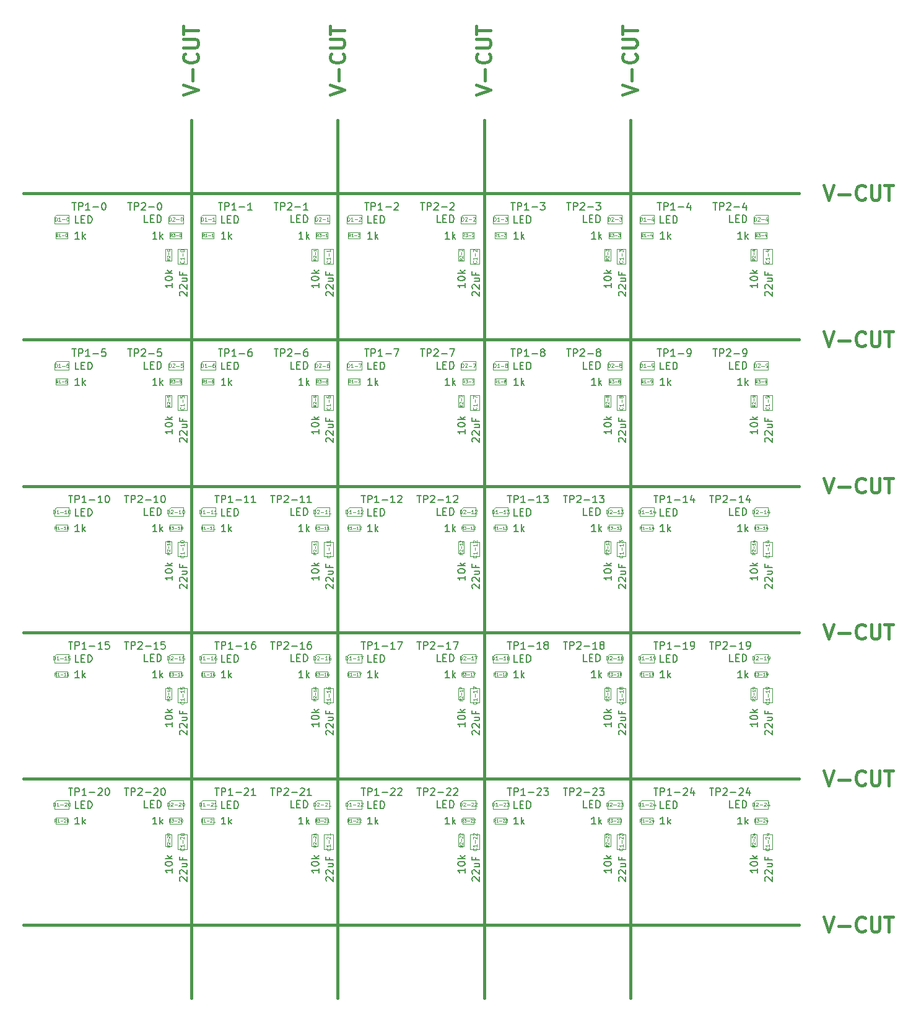
<source format=gbr>
%TF.GenerationSoftware,KiCad,Pcbnew,7.0.7*%
%TF.CreationDate,2023-09-01T19:11:28-06:00*%
%TF.ProjectId,chc-panel-1.0,6368632d-7061-46e6-956c-2d312e302e6b,1.0*%
%TF.SameCoordinates,PX558b6a0PY92dda80*%
%TF.FileFunction,AssemblyDrawing,Top*%
%FSLAX46Y46*%
G04 Gerber Fmt 4.6, Leading zero omitted, Abs format (unit mm)*
G04 Created by KiCad (PCBNEW 7.0.7) date 2023-09-01 19:11:28*
%MOMM*%
%LPD*%
G01*
G04 APERTURE LIST*
%ADD10C,0.400000*%
%ADD11C,0.150000*%
%ADD12C,0.080000*%
%ADD13C,0.060000*%
%ADD14C,0.100000*%
G04 APERTURE END LIST*
D10*
X106453633Y88095562D02*
X107120299Y86095562D01*
X107120299Y86095562D02*
X107786966Y88095562D01*
X108453633Y86857467D02*
X109977443Y86857467D01*
X112072680Y86286039D02*
X111977442Y86190800D01*
X111977442Y86190800D02*
X111691728Y86095562D01*
X111691728Y86095562D02*
X111501252Y86095562D01*
X111501252Y86095562D02*
X111215537Y86190800D01*
X111215537Y86190800D02*
X111025061Y86381277D01*
X111025061Y86381277D02*
X110929823Y86571753D01*
X110929823Y86571753D02*
X110834585Y86952705D01*
X110834585Y86952705D02*
X110834585Y87238420D01*
X110834585Y87238420D02*
X110929823Y87619372D01*
X110929823Y87619372D02*
X111025061Y87809848D01*
X111025061Y87809848D02*
X111215537Y88000324D01*
X111215537Y88000324D02*
X111501252Y88095562D01*
X111501252Y88095562D02*
X111691728Y88095562D01*
X111691728Y88095562D02*
X111977442Y88000324D01*
X111977442Y88000324D02*
X112072680Y87905086D01*
X112929823Y88095562D02*
X112929823Y86476515D01*
X112929823Y86476515D02*
X113025061Y86286039D01*
X113025061Y86286039D02*
X113120299Y86190800D01*
X113120299Y86190800D02*
X113310775Y86095562D01*
X113310775Y86095562D02*
X113691728Y86095562D01*
X113691728Y86095562D02*
X113882204Y86190800D01*
X113882204Y86190800D02*
X113977442Y86286039D01*
X113977442Y86286039D02*
X114072680Y86476515D01*
X114072680Y86476515D02*
X114072680Y88095562D01*
X114739347Y88095562D02*
X115882204Y88095562D01*
X115310775Y86095562D02*
X115310775Y88095562D01*
X106453633Y48095562D02*
X107120299Y46095562D01*
X107120299Y46095562D02*
X107786966Y48095562D01*
X108453633Y46857467D02*
X109977443Y46857467D01*
X112072680Y46286039D02*
X111977442Y46190800D01*
X111977442Y46190800D02*
X111691728Y46095562D01*
X111691728Y46095562D02*
X111501252Y46095562D01*
X111501252Y46095562D02*
X111215537Y46190800D01*
X111215537Y46190800D02*
X111025061Y46381277D01*
X111025061Y46381277D02*
X110929823Y46571753D01*
X110929823Y46571753D02*
X110834585Y46952705D01*
X110834585Y46952705D02*
X110834585Y47238420D01*
X110834585Y47238420D02*
X110929823Y47619372D01*
X110929823Y47619372D02*
X111025061Y47809848D01*
X111025061Y47809848D02*
X111215537Y48000324D01*
X111215537Y48000324D02*
X111501252Y48095562D01*
X111501252Y48095562D02*
X111691728Y48095562D01*
X111691728Y48095562D02*
X111977442Y48000324D01*
X111977442Y48000324D02*
X112072680Y47905086D01*
X112929823Y48095562D02*
X112929823Y46476515D01*
X112929823Y46476515D02*
X113025061Y46286039D01*
X113025061Y46286039D02*
X113120299Y46190800D01*
X113120299Y46190800D02*
X113310775Y46095562D01*
X113310775Y46095562D02*
X113691728Y46095562D01*
X113691728Y46095562D02*
X113882204Y46190800D01*
X113882204Y46190800D02*
X113977442Y46286039D01*
X113977442Y46286039D02*
X114072680Y46476515D01*
X114072680Y46476515D02*
X114072680Y48095562D01*
X114739347Y48095562D02*
X115882204Y48095562D01*
X115310775Y46095562D02*
X115310775Y48095562D01*
X38904438Y120453634D02*
X40904438Y121120300D01*
X40904438Y121120300D02*
X38904438Y121786967D01*
X40142533Y122453634D02*
X40142533Y123977443D01*
X40713961Y126072681D02*
X40809200Y125977443D01*
X40809200Y125977443D02*
X40904438Y125691729D01*
X40904438Y125691729D02*
X40904438Y125501253D01*
X40904438Y125501253D02*
X40809200Y125215538D01*
X40809200Y125215538D02*
X40618723Y125025062D01*
X40618723Y125025062D02*
X40428247Y124929824D01*
X40428247Y124929824D02*
X40047295Y124834586D01*
X40047295Y124834586D02*
X39761580Y124834586D01*
X39761580Y124834586D02*
X39380628Y124929824D01*
X39380628Y124929824D02*
X39190152Y125025062D01*
X39190152Y125025062D02*
X38999676Y125215538D01*
X38999676Y125215538D02*
X38904438Y125501253D01*
X38904438Y125501253D02*
X38904438Y125691729D01*
X38904438Y125691729D02*
X38999676Y125977443D01*
X38999676Y125977443D02*
X39094914Y126072681D01*
X38904438Y126929824D02*
X40523485Y126929824D01*
X40523485Y126929824D02*
X40713961Y127025062D01*
X40713961Y127025062D02*
X40809200Y127120300D01*
X40809200Y127120300D02*
X40904438Y127310776D01*
X40904438Y127310776D02*
X40904438Y127691729D01*
X40904438Y127691729D02*
X40809200Y127882205D01*
X40809200Y127882205D02*
X40713961Y127977443D01*
X40713961Y127977443D02*
X40523485Y128072681D01*
X40523485Y128072681D02*
X38904438Y128072681D01*
X38904438Y128739348D02*
X38904438Y129882205D01*
X40904438Y129310776D02*
X38904438Y129310776D01*
X18904438Y120453634D02*
X20904438Y121120300D01*
X20904438Y121120300D02*
X18904438Y121786967D01*
X20142533Y122453634D02*
X20142533Y123977443D01*
X20713961Y126072681D02*
X20809200Y125977443D01*
X20809200Y125977443D02*
X20904438Y125691729D01*
X20904438Y125691729D02*
X20904438Y125501253D01*
X20904438Y125501253D02*
X20809200Y125215538D01*
X20809200Y125215538D02*
X20618723Y125025062D01*
X20618723Y125025062D02*
X20428247Y124929824D01*
X20428247Y124929824D02*
X20047295Y124834586D01*
X20047295Y124834586D02*
X19761580Y124834586D01*
X19761580Y124834586D02*
X19380628Y124929824D01*
X19380628Y124929824D02*
X19190152Y125025062D01*
X19190152Y125025062D02*
X18999676Y125215538D01*
X18999676Y125215538D02*
X18904438Y125501253D01*
X18904438Y125501253D02*
X18904438Y125691729D01*
X18904438Y125691729D02*
X18999676Y125977443D01*
X18999676Y125977443D02*
X19094914Y126072681D01*
X18904438Y126929824D02*
X20523485Y126929824D01*
X20523485Y126929824D02*
X20713961Y127025062D01*
X20713961Y127025062D02*
X20809200Y127120300D01*
X20809200Y127120300D02*
X20904438Y127310776D01*
X20904438Y127310776D02*
X20904438Y127691729D01*
X20904438Y127691729D02*
X20809200Y127882205D01*
X20809200Y127882205D02*
X20713961Y127977443D01*
X20713961Y127977443D02*
X20523485Y128072681D01*
X20523485Y128072681D02*
X18904438Y128072681D01*
X18904438Y128739348D02*
X18904438Y129882205D01*
X20904438Y129310776D02*
X18904438Y129310776D01*
X58904438Y120453634D02*
X60904438Y121120300D01*
X60904438Y121120300D02*
X58904438Y121786967D01*
X60142533Y122453634D02*
X60142533Y123977443D01*
X60713961Y126072681D02*
X60809200Y125977443D01*
X60809200Y125977443D02*
X60904438Y125691729D01*
X60904438Y125691729D02*
X60904438Y125501253D01*
X60904438Y125501253D02*
X60809200Y125215538D01*
X60809200Y125215538D02*
X60618723Y125025062D01*
X60618723Y125025062D02*
X60428247Y124929824D01*
X60428247Y124929824D02*
X60047295Y124834586D01*
X60047295Y124834586D02*
X59761580Y124834586D01*
X59761580Y124834586D02*
X59380628Y124929824D01*
X59380628Y124929824D02*
X59190152Y125025062D01*
X59190152Y125025062D02*
X58999676Y125215538D01*
X58999676Y125215538D02*
X58904438Y125501253D01*
X58904438Y125501253D02*
X58904438Y125691729D01*
X58904438Y125691729D02*
X58999676Y125977443D01*
X58999676Y125977443D02*
X59094914Y126072681D01*
X58904438Y126929824D02*
X60523485Y126929824D01*
X60523485Y126929824D02*
X60713961Y127025062D01*
X60713961Y127025062D02*
X60809200Y127120300D01*
X60809200Y127120300D02*
X60904438Y127310776D01*
X60904438Y127310776D02*
X60904438Y127691729D01*
X60904438Y127691729D02*
X60809200Y127882205D01*
X60809200Y127882205D02*
X60713961Y127977443D01*
X60713961Y127977443D02*
X60523485Y128072681D01*
X60523485Y128072681D02*
X58904438Y128072681D01*
X58904438Y128739348D02*
X58904438Y129882205D01*
X60904438Y129310776D02*
X58904438Y129310776D01*
X106453633Y108095562D02*
X107120299Y106095562D01*
X107120299Y106095562D02*
X107786966Y108095562D01*
X108453633Y106857467D02*
X109977443Y106857467D01*
X112072680Y106286039D02*
X111977442Y106190800D01*
X111977442Y106190800D02*
X111691728Y106095562D01*
X111691728Y106095562D02*
X111501252Y106095562D01*
X111501252Y106095562D02*
X111215537Y106190800D01*
X111215537Y106190800D02*
X111025061Y106381277D01*
X111025061Y106381277D02*
X110929823Y106571753D01*
X110929823Y106571753D02*
X110834585Y106952705D01*
X110834585Y106952705D02*
X110834585Y107238420D01*
X110834585Y107238420D02*
X110929823Y107619372D01*
X110929823Y107619372D02*
X111025061Y107809848D01*
X111025061Y107809848D02*
X111215537Y108000324D01*
X111215537Y108000324D02*
X111501252Y108095562D01*
X111501252Y108095562D02*
X111691728Y108095562D01*
X111691728Y108095562D02*
X111977442Y108000324D01*
X111977442Y108000324D02*
X112072680Y107905086D01*
X112929823Y108095562D02*
X112929823Y106476515D01*
X112929823Y106476515D02*
X113025061Y106286039D01*
X113025061Y106286039D02*
X113120299Y106190800D01*
X113120299Y106190800D02*
X113310775Y106095562D01*
X113310775Y106095562D02*
X113691728Y106095562D01*
X113691728Y106095562D02*
X113882204Y106190800D01*
X113882204Y106190800D02*
X113977442Y106286039D01*
X113977442Y106286039D02*
X114072680Y106476515D01*
X114072680Y106476515D02*
X114072680Y108095562D01*
X114739347Y108095562D02*
X115882204Y108095562D01*
X115310775Y106095562D02*
X115310775Y108095562D01*
X106453633Y8095562D02*
X107120299Y6095562D01*
X107120299Y6095562D02*
X107786966Y8095562D01*
X108453633Y6857467D02*
X109977443Y6857467D01*
X112072680Y6286039D02*
X111977442Y6190800D01*
X111977442Y6190800D02*
X111691728Y6095562D01*
X111691728Y6095562D02*
X111501252Y6095562D01*
X111501252Y6095562D02*
X111215537Y6190800D01*
X111215537Y6190800D02*
X111025061Y6381277D01*
X111025061Y6381277D02*
X110929823Y6571753D01*
X110929823Y6571753D02*
X110834585Y6952705D01*
X110834585Y6952705D02*
X110834585Y7238420D01*
X110834585Y7238420D02*
X110929823Y7619372D01*
X110929823Y7619372D02*
X111025061Y7809848D01*
X111025061Y7809848D02*
X111215537Y8000324D01*
X111215537Y8000324D02*
X111501252Y8095562D01*
X111501252Y8095562D02*
X111691728Y8095562D01*
X111691728Y8095562D02*
X111977442Y8000324D01*
X111977442Y8000324D02*
X112072680Y7905086D01*
X112929823Y8095562D02*
X112929823Y6476515D01*
X112929823Y6476515D02*
X113025061Y6286039D01*
X113025061Y6286039D02*
X113120299Y6190800D01*
X113120299Y6190800D02*
X113310775Y6095562D01*
X113310775Y6095562D02*
X113691728Y6095562D01*
X113691728Y6095562D02*
X113882204Y6190800D01*
X113882204Y6190800D02*
X113977442Y6286039D01*
X113977442Y6286039D02*
X114072680Y6476515D01*
X114072680Y6476515D02*
X114072680Y8095562D01*
X114739347Y8095562D02*
X115882204Y8095562D01*
X115310775Y6095562D02*
X115310775Y8095562D01*
X78904438Y120453634D02*
X80904438Y121120300D01*
X80904438Y121120300D02*
X78904438Y121786967D01*
X80142533Y122453634D02*
X80142533Y123977443D01*
X80713961Y126072681D02*
X80809200Y125977443D01*
X80809200Y125977443D02*
X80904438Y125691729D01*
X80904438Y125691729D02*
X80904438Y125501253D01*
X80904438Y125501253D02*
X80809200Y125215538D01*
X80809200Y125215538D02*
X80618723Y125025062D01*
X80618723Y125025062D02*
X80428247Y124929824D01*
X80428247Y124929824D02*
X80047295Y124834586D01*
X80047295Y124834586D02*
X79761580Y124834586D01*
X79761580Y124834586D02*
X79380628Y124929824D01*
X79380628Y124929824D02*
X79190152Y125025062D01*
X79190152Y125025062D02*
X78999676Y125215538D01*
X78999676Y125215538D02*
X78904438Y125501253D01*
X78904438Y125501253D02*
X78904438Y125691729D01*
X78904438Y125691729D02*
X78999676Y125977443D01*
X78999676Y125977443D02*
X79094914Y126072681D01*
X78904438Y126929824D02*
X80523485Y126929824D01*
X80523485Y126929824D02*
X80713961Y127025062D01*
X80713961Y127025062D02*
X80809200Y127120300D01*
X80809200Y127120300D02*
X80904438Y127310776D01*
X80904438Y127310776D02*
X80904438Y127691729D01*
X80904438Y127691729D02*
X80809200Y127882205D01*
X80809200Y127882205D02*
X80713961Y127977443D01*
X80713961Y127977443D02*
X80523485Y128072681D01*
X80523485Y128072681D02*
X78904438Y128072681D01*
X78904438Y128739348D02*
X78904438Y129882205D01*
X80904438Y129310776D02*
X78904438Y129310776D01*
X106453633Y68095562D02*
X107120299Y66095562D01*
X107120299Y66095562D02*
X107786966Y68095562D01*
X108453633Y66857467D02*
X109977443Y66857467D01*
X112072680Y66286039D02*
X111977442Y66190800D01*
X111977442Y66190800D02*
X111691728Y66095562D01*
X111691728Y66095562D02*
X111501252Y66095562D01*
X111501252Y66095562D02*
X111215537Y66190800D01*
X111215537Y66190800D02*
X111025061Y66381277D01*
X111025061Y66381277D02*
X110929823Y66571753D01*
X110929823Y66571753D02*
X110834585Y66952705D01*
X110834585Y66952705D02*
X110834585Y67238420D01*
X110834585Y67238420D02*
X110929823Y67619372D01*
X110929823Y67619372D02*
X111025061Y67809848D01*
X111025061Y67809848D02*
X111215537Y68000324D01*
X111215537Y68000324D02*
X111501252Y68095562D01*
X111501252Y68095562D02*
X111691728Y68095562D01*
X111691728Y68095562D02*
X111977442Y68000324D01*
X111977442Y68000324D02*
X112072680Y67905086D01*
X112929823Y68095562D02*
X112929823Y66476515D01*
X112929823Y66476515D02*
X113025061Y66286039D01*
X113025061Y66286039D02*
X113120299Y66190800D01*
X113120299Y66190800D02*
X113310775Y66095562D01*
X113310775Y66095562D02*
X113691728Y66095562D01*
X113691728Y66095562D02*
X113882204Y66190800D01*
X113882204Y66190800D02*
X113977442Y66286039D01*
X113977442Y66286039D02*
X114072680Y66476515D01*
X114072680Y66476515D02*
X114072680Y68095562D01*
X114739347Y68095562D02*
X115882204Y68095562D01*
X115310775Y66095562D02*
X115310775Y68095562D01*
X106453633Y28095562D02*
X107120299Y26095562D01*
X107120299Y26095562D02*
X107786966Y28095562D01*
X108453633Y26857467D02*
X109977443Y26857467D01*
X112072680Y26286039D02*
X111977442Y26190800D01*
X111977442Y26190800D02*
X111691728Y26095562D01*
X111691728Y26095562D02*
X111501252Y26095562D01*
X111501252Y26095562D02*
X111215537Y26190800D01*
X111215537Y26190800D02*
X111025061Y26381277D01*
X111025061Y26381277D02*
X110929823Y26571753D01*
X110929823Y26571753D02*
X110834585Y26952705D01*
X110834585Y26952705D02*
X110834585Y27238420D01*
X110834585Y27238420D02*
X110929823Y27619372D01*
X110929823Y27619372D02*
X111025061Y27809848D01*
X111025061Y27809848D02*
X111215537Y28000324D01*
X111215537Y28000324D02*
X111501252Y28095562D01*
X111501252Y28095562D02*
X111691728Y28095562D01*
X111691728Y28095562D02*
X111977442Y28000324D01*
X111977442Y28000324D02*
X112072680Y27905086D01*
X112929823Y28095562D02*
X112929823Y26476515D01*
X112929823Y26476515D02*
X113025061Y26286039D01*
X113025061Y26286039D02*
X113120299Y26190800D01*
X113120299Y26190800D02*
X113310775Y26095562D01*
X113310775Y26095562D02*
X113691728Y26095562D01*
X113691728Y26095562D02*
X113882204Y26190800D01*
X113882204Y26190800D02*
X113977442Y26286039D01*
X113977442Y26286039D02*
X114072680Y26476515D01*
X114072680Y26476515D02*
X114072680Y28095562D01*
X114739347Y28095562D02*
X115882204Y28095562D01*
X115310775Y26095562D02*
X115310775Y28095562D01*
X80000000Y117000000D02*
X80000000Y-3000000D01*
X-3000000Y47000000D02*
X103000000Y47000000D01*
X-3000000Y87000000D02*
X103000000Y87000000D01*
X-3000000Y7000000D02*
X103000000Y7000000D01*
X40000000Y117000000D02*
X40000000Y-3000000D01*
X-3000000Y27000000D02*
X103000000Y27000000D01*
X-3000000Y107000000D02*
X103000000Y107000000D01*
X20000000Y117000000D02*
X20000000Y-3000000D01*
X60000000Y117000000D02*
X60000000Y-3000000D01*
X-3000000Y67000000D02*
X103000000Y67000000D01*
D11*
X64587142Y62925181D02*
X64110952Y62925181D01*
X64110952Y62925181D02*
X64110952Y63925181D01*
X64920476Y63448991D02*
X65253809Y63448991D01*
X65396666Y62925181D02*
X64920476Y62925181D01*
X64920476Y62925181D02*
X64920476Y63925181D01*
X64920476Y63925181D02*
X65396666Y63925181D01*
X65825238Y62925181D02*
X65825238Y63925181D01*
X65825238Y63925181D02*
X66063333Y63925181D01*
X66063333Y63925181D02*
X66206190Y63877562D01*
X66206190Y63877562D02*
X66301428Y63782324D01*
X66301428Y63782324D02*
X66349047Y63687086D01*
X66349047Y63687086D02*
X66396666Y63496610D01*
X66396666Y63496610D02*
X66396666Y63353753D01*
X66396666Y63353753D02*
X66349047Y63163277D01*
X66349047Y63163277D02*
X66301428Y63068039D01*
X66301428Y63068039D02*
X66206190Y62972800D01*
X66206190Y62972800D02*
X66063333Y62925181D01*
X66063333Y62925181D02*
X65825238Y62925181D01*
D12*
X61090238Y63227851D02*
X61090238Y63727851D01*
X61090238Y63727851D02*
X61209286Y63727851D01*
X61209286Y63727851D02*
X61280714Y63704041D01*
X61280714Y63704041D02*
X61328333Y63656422D01*
X61328333Y63656422D02*
X61352143Y63608803D01*
X61352143Y63608803D02*
X61375952Y63513565D01*
X61375952Y63513565D02*
X61375952Y63442137D01*
X61375952Y63442137D02*
X61352143Y63346899D01*
X61352143Y63346899D02*
X61328333Y63299280D01*
X61328333Y63299280D02*
X61280714Y63251660D01*
X61280714Y63251660D02*
X61209286Y63227851D01*
X61209286Y63227851D02*
X61090238Y63227851D01*
X61852143Y63227851D02*
X61566429Y63227851D01*
X61709286Y63227851D02*
X61709286Y63727851D01*
X61709286Y63727851D02*
X61661667Y63656422D01*
X61661667Y63656422D02*
X61614048Y63608803D01*
X61614048Y63608803D02*
X61566429Y63584994D01*
X62066428Y63418327D02*
X62447381Y63418327D01*
X62947381Y63227851D02*
X62661667Y63227851D01*
X62804524Y63227851D02*
X62804524Y63727851D01*
X62804524Y63727851D02*
X62756905Y63656422D01*
X62756905Y63656422D02*
X62709286Y63608803D01*
X62709286Y63608803D02*
X62661667Y63584994D01*
X63114047Y63727851D02*
X63423571Y63727851D01*
X63423571Y63727851D02*
X63256904Y63537375D01*
X63256904Y63537375D02*
X63328333Y63537375D01*
X63328333Y63537375D02*
X63375952Y63513565D01*
X63375952Y63513565D02*
X63399761Y63489756D01*
X63399761Y63489756D02*
X63423571Y63442137D01*
X63423571Y63442137D02*
X63423571Y63323089D01*
X63423571Y63323089D02*
X63399761Y63275470D01*
X63399761Y63275470D02*
X63375952Y63251660D01*
X63375952Y63251660D02*
X63328333Y63227851D01*
X63328333Y63227851D02*
X63185476Y63227851D01*
X63185476Y63227851D02*
X63137857Y63251660D01*
X63137857Y63251660D02*
X63114047Y63275470D01*
D11*
X50821667Y65720181D02*
X51393095Y65720181D01*
X51107381Y64720181D02*
X51107381Y65720181D01*
X51726429Y64720181D02*
X51726429Y65720181D01*
X51726429Y65720181D02*
X52107381Y65720181D01*
X52107381Y65720181D02*
X52202619Y65672562D01*
X52202619Y65672562D02*
X52250238Y65624943D01*
X52250238Y65624943D02*
X52297857Y65529705D01*
X52297857Y65529705D02*
X52297857Y65386848D01*
X52297857Y65386848D02*
X52250238Y65291610D01*
X52250238Y65291610D02*
X52202619Y65243991D01*
X52202619Y65243991D02*
X52107381Y65196372D01*
X52107381Y65196372D02*
X51726429Y65196372D01*
X52678810Y65624943D02*
X52726429Y65672562D01*
X52726429Y65672562D02*
X52821667Y65720181D01*
X52821667Y65720181D02*
X53059762Y65720181D01*
X53059762Y65720181D02*
X53155000Y65672562D01*
X53155000Y65672562D02*
X53202619Y65624943D01*
X53202619Y65624943D02*
X53250238Y65529705D01*
X53250238Y65529705D02*
X53250238Y65434467D01*
X53250238Y65434467D02*
X53202619Y65291610D01*
X53202619Y65291610D02*
X52631191Y64720181D01*
X52631191Y64720181D02*
X53250238Y64720181D01*
X53678810Y65101134D02*
X54440715Y65101134D01*
X55440714Y64720181D02*
X54869286Y64720181D01*
X55155000Y64720181D02*
X55155000Y65720181D01*
X55155000Y65720181D02*
X55059762Y65577324D01*
X55059762Y65577324D02*
X54964524Y65482086D01*
X54964524Y65482086D02*
X54869286Y65434467D01*
X55821667Y65624943D02*
X55869286Y65672562D01*
X55869286Y65672562D02*
X55964524Y65720181D01*
X55964524Y65720181D02*
X56202619Y65720181D01*
X56202619Y65720181D02*
X56297857Y65672562D01*
X56297857Y65672562D02*
X56345476Y65624943D01*
X56345476Y65624943D02*
X56393095Y65529705D01*
X56393095Y65529705D02*
X56393095Y65434467D01*
X56393095Y65434467D02*
X56345476Y65291610D01*
X56345476Y65291610D02*
X55774048Y64720181D01*
X55774048Y64720181D02*
X56393095Y64720181D01*
X58455057Y13012144D02*
X58407438Y13059763D01*
X58407438Y13059763D02*
X58359819Y13155001D01*
X58359819Y13155001D02*
X58359819Y13393096D01*
X58359819Y13393096D02*
X58407438Y13488334D01*
X58407438Y13488334D02*
X58455057Y13535953D01*
X58455057Y13535953D02*
X58550295Y13583572D01*
X58550295Y13583572D02*
X58645533Y13583572D01*
X58645533Y13583572D02*
X58788390Y13535953D01*
X58788390Y13535953D02*
X59359819Y12964525D01*
X59359819Y12964525D02*
X59359819Y13583572D01*
X58455057Y13964525D02*
X58407438Y14012144D01*
X58407438Y14012144D02*
X58359819Y14107382D01*
X58359819Y14107382D02*
X58359819Y14345477D01*
X58359819Y14345477D02*
X58407438Y14440715D01*
X58407438Y14440715D02*
X58455057Y14488334D01*
X58455057Y14488334D02*
X58550295Y14535953D01*
X58550295Y14535953D02*
X58645533Y14535953D01*
X58645533Y14535953D02*
X58788390Y14488334D01*
X58788390Y14488334D02*
X59359819Y13916906D01*
X59359819Y13916906D02*
X59359819Y14535953D01*
X58693152Y15393096D02*
X59359819Y15393096D01*
X58693152Y14964525D02*
X59216961Y14964525D01*
X59216961Y14964525D02*
X59312200Y15012144D01*
X59312200Y15012144D02*
X59359819Y15107382D01*
X59359819Y15107382D02*
X59359819Y15250239D01*
X59359819Y15250239D02*
X59312200Y15345477D01*
X59312200Y15345477D02*
X59264580Y15393096D01*
X58836009Y16202620D02*
X58836009Y15869287D01*
X59359819Y15869287D02*
X58359819Y15869287D01*
X58359819Y15869287D02*
X58359819Y16345477D01*
D12*
X58924530Y17505953D02*
X58948340Y17482144D01*
X58948340Y17482144D02*
X58972149Y17410715D01*
X58972149Y17410715D02*
X58972149Y17363096D01*
X58972149Y17363096D02*
X58948340Y17291668D01*
X58948340Y17291668D02*
X58900720Y17244049D01*
X58900720Y17244049D02*
X58853101Y17220239D01*
X58853101Y17220239D02*
X58757863Y17196430D01*
X58757863Y17196430D02*
X58686435Y17196430D01*
X58686435Y17196430D02*
X58591197Y17220239D01*
X58591197Y17220239D02*
X58543578Y17244049D01*
X58543578Y17244049D02*
X58495959Y17291668D01*
X58495959Y17291668D02*
X58472149Y17363096D01*
X58472149Y17363096D02*
X58472149Y17410715D01*
X58472149Y17410715D02*
X58495959Y17482144D01*
X58495959Y17482144D02*
X58519768Y17505953D01*
X58972149Y17982144D02*
X58972149Y17696430D01*
X58972149Y17839287D02*
X58472149Y17839287D01*
X58472149Y17839287D02*
X58543578Y17791668D01*
X58543578Y17791668D02*
X58591197Y17744049D01*
X58591197Y17744049D02*
X58615006Y17696430D01*
X58781673Y18196429D02*
X58781673Y18577381D01*
X58519768Y18791668D02*
X58495959Y18815477D01*
X58495959Y18815477D02*
X58472149Y18863096D01*
X58472149Y18863096D02*
X58472149Y18982144D01*
X58472149Y18982144D02*
X58495959Y19029763D01*
X58495959Y19029763D02*
X58519768Y19053572D01*
X58519768Y19053572D02*
X58567387Y19077382D01*
X58567387Y19077382D02*
X58615006Y19077382D01*
X58615006Y19077382D02*
X58686435Y19053572D01*
X58686435Y19053572D02*
X58972149Y18767858D01*
X58972149Y18767858D02*
X58972149Y19077382D01*
X58519768Y19267858D02*
X58495959Y19291667D01*
X58495959Y19291667D02*
X58472149Y19339286D01*
X58472149Y19339286D02*
X58472149Y19458334D01*
X58472149Y19458334D02*
X58495959Y19505953D01*
X58495959Y19505953D02*
X58519768Y19529762D01*
X58519768Y19529762D02*
X58567387Y19553572D01*
X58567387Y19553572D02*
X58615006Y19553572D01*
X58615006Y19553572D02*
X58686435Y19529762D01*
X58686435Y19529762D02*
X58972149Y19244048D01*
X58972149Y19244048D02*
X58972149Y19553572D01*
D11*
X95260952Y60775181D02*
X94689524Y60775181D01*
X94975238Y60775181D02*
X94975238Y61775181D01*
X94975238Y61775181D02*
X94880000Y61632324D01*
X94880000Y61632324D02*
X94784762Y61537086D01*
X94784762Y61537086D02*
X94689524Y61489467D01*
X95689524Y60775181D02*
X95689524Y61775181D01*
X95784762Y61156134D02*
X96070476Y60775181D01*
X96070476Y61441848D02*
X95689524Y61060896D01*
D13*
X97129762Y61085573D02*
X96996429Y61276049D01*
X96901191Y61085573D02*
X96901191Y61485573D01*
X96901191Y61485573D02*
X97053572Y61485573D01*
X97053572Y61485573D02*
X97091667Y61466525D01*
X97091667Y61466525D02*
X97110714Y61447478D01*
X97110714Y61447478D02*
X97129762Y61409382D01*
X97129762Y61409382D02*
X97129762Y61352240D01*
X97129762Y61352240D02*
X97110714Y61314144D01*
X97110714Y61314144D02*
X97091667Y61295097D01*
X97091667Y61295097D02*
X97053572Y61276049D01*
X97053572Y61276049D02*
X96901191Y61276049D01*
X97263095Y61485573D02*
X97510714Y61485573D01*
X97510714Y61485573D02*
X97377381Y61333192D01*
X97377381Y61333192D02*
X97434524Y61333192D01*
X97434524Y61333192D02*
X97472619Y61314144D01*
X97472619Y61314144D02*
X97491667Y61295097D01*
X97491667Y61295097D02*
X97510714Y61257001D01*
X97510714Y61257001D02*
X97510714Y61161763D01*
X97510714Y61161763D02*
X97491667Y61123668D01*
X97491667Y61123668D02*
X97472619Y61104620D01*
X97472619Y61104620D02*
X97434524Y61085573D01*
X97434524Y61085573D02*
X97320238Y61085573D01*
X97320238Y61085573D02*
X97282143Y61104620D01*
X97282143Y61104620D02*
X97263095Y61123668D01*
X97682143Y61237954D02*
X97986905Y61237954D01*
X98386904Y61085573D02*
X98158333Y61085573D01*
X98272619Y61085573D02*
X98272619Y61485573D01*
X98272619Y61485573D02*
X98234523Y61428430D01*
X98234523Y61428430D02*
X98196428Y61390335D01*
X98196428Y61390335D02*
X98158333Y61371287D01*
X98729761Y61352240D02*
X98729761Y61085573D01*
X98634523Y61504620D02*
X98539285Y61218906D01*
X98539285Y61218906D02*
X98786904Y61218906D01*
D11*
X71297857Y105720181D02*
X71869285Y105720181D01*
X71583571Y104720181D02*
X71583571Y105720181D01*
X72202619Y104720181D02*
X72202619Y105720181D01*
X72202619Y105720181D02*
X72583571Y105720181D01*
X72583571Y105720181D02*
X72678809Y105672562D01*
X72678809Y105672562D02*
X72726428Y105624943D01*
X72726428Y105624943D02*
X72774047Y105529705D01*
X72774047Y105529705D02*
X72774047Y105386848D01*
X72774047Y105386848D02*
X72726428Y105291610D01*
X72726428Y105291610D02*
X72678809Y105243991D01*
X72678809Y105243991D02*
X72583571Y105196372D01*
X72583571Y105196372D02*
X72202619Y105196372D01*
X73155000Y105624943D02*
X73202619Y105672562D01*
X73202619Y105672562D02*
X73297857Y105720181D01*
X73297857Y105720181D02*
X73535952Y105720181D01*
X73535952Y105720181D02*
X73631190Y105672562D01*
X73631190Y105672562D02*
X73678809Y105624943D01*
X73678809Y105624943D02*
X73726428Y105529705D01*
X73726428Y105529705D02*
X73726428Y105434467D01*
X73726428Y105434467D02*
X73678809Y105291610D01*
X73678809Y105291610D02*
X73107381Y104720181D01*
X73107381Y104720181D02*
X73726428Y104720181D01*
X74155000Y105101134D02*
X74916905Y105101134D01*
X75297857Y105720181D02*
X75916904Y105720181D01*
X75916904Y105720181D02*
X75583571Y105339229D01*
X75583571Y105339229D02*
X75726428Y105339229D01*
X75726428Y105339229D02*
X75821666Y105291610D01*
X75821666Y105291610D02*
X75869285Y105243991D01*
X75869285Y105243991D02*
X75916904Y105148753D01*
X75916904Y105148753D02*
X75916904Y104910658D01*
X75916904Y104910658D02*
X75869285Y104815420D01*
X75869285Y104815420D02*
X75821666Y104767800D01*
X75821666Y104767800D02*
X75726428Y104720181D01*
X75726428Y104720181D02*
X75440714Y104720181D01*
X75440714Y104720181D02*
X75345476Y104767800D01*
X75345476Y104767800D02*
X75297857Y104815420D01*
X63191667Y65720181D02*
X63763095Y65720181D01*
X63477381Y64720181D02*
X63477381Y65720181D01*
X64096429Y64720181D02*
X64096429Y65720181D01*
X64096429Y65720181D02*
X64477381Y65720181D01*
X64477381Y65720181D02*
X64572619Y65672562D01*
X64572619Y65672562D02*
X64620238Y65624943D01*
X64620238Y65624943D02*
X64667857Y65529705D01*
X64667857Y65529705D02*
X64667857Y65386848D01*
X64667857Y65386848D02*
X64620238Y65291610D01*
X64620238Y65291610D02*
X64572619Y65243991D01*
X64572619Y65243991D02*
X64477381Y65196372D01*
X64477381Y65196372D02*
X64096429Y65196372D01*
X65620238Y64720181D02*
X65048810Y64720181D01*
X65334524Y64720181D02*
X65334524Y65720181D01*
X65334524Y65720181D02*
X65239286Y65577324D01*
X65239286Y65577324D02*
X65144048Y65482086D01*
X65144048Y65482086D02*
X65048810Y65434467D01*
X66048810Y65101134D02*
X66810715Y65101134D01*
X67810714Y64720181D02*
X67239286Y64720181D01*
X67525000Y64720181D02*
X67525000Y65720181D01*
X67525000Y65720181D02*
X67429762Y65577324D01*
X67429762Y65577324D02*
X67334524Y65482086D01*
X67334524Y65482086D02*
X67239286Y65434467D01*
X68144048Y65720181D02*
X68763095Y65720181D01*
X68763095Y65720181D02*
X68429762Y65339229D01*
X68429762Y65339229D02*
X68572619Y65339229D01*
X68572619Y65339229D02*
X68667857Y65291610D01*
X68667857Y65291610D02*
X68715476Y65243991D01*
X68715476Y65243991D02*
X68763095Y65148753D01*
X68763095Y65148753D02*
X68763095Y64910658D01*
X68763095Y64910658D02*
X68715476Y64815420D01*
X68715476Y64815420D02*
X68667857Y64767800D01*
X68667857Y64767800D02*
X68572619Y64720181D01*
X68572619Y64720181D02*
X68286905Y64720181D01*
X68286905Y64720181D02*
X68191667Y64767800D01*
X68191667Y64767800D02*
X68144048Y64815420D01*
X74062142Y83000181D02*
X73585952Y83000181D01*
X73585952Y83000181D02*
X73585952Y84000181D01*
X74395476Y83523991D02*
X74728809Y83523991D01*
X74871666Y83000181D02*
X74395476Y83000181D01*
X74395476Y83000181D02*
X74395476Y84000181D01*
X74395476Y84000181D02*
X74871666Y84000181D01*
X75300238Y83000181D02*
X75300238Y84000181D01*
X75300238Y84000181D02*
X75538333Y84000181D01*
X75538333Y84000181D02*
X75681190Y83952562D01*
X75681190Y83952562D02*
X75776428Y83857324D01*
X75776428Y83857324D02*
X75824047Y83762086D01*
X75824047Y83762086D02*
X75871666Y83571610D01*
X75871666Y83571610D02*
X75871666Y83428753D01*
X75871666Y83428753D02*
X75824047Y83238277D01*
X75824047Y83238277D02*
X75776428Y83143039D01*
X75776428Y83143039D02*
X75681190Y83047800D01*
X75681190Y83047800D02*
X75538333Y83000181D01*
X75538333Y83000181D02*
X75300238Y83000181D01*
D12*
X76928333Y83227851D02*
X76928333Y83727851D01*
X76928333Y83727851D02*
X77047381Y83727851D01*
X77047381Y83727851D02*
X77118809Y83704041D01*
X77118809Y83704041D02*
X77166428Y83656422D01*
X77166428Y83656422D02*
X77190238Y83608803D01*
X77190238Y83608803D02*
X77214047Y83513565D01*
X77214047Y83513565D02*
X77214047Y83442137D01*
X77214047Y83442137D02*
X77190238Y83346899D01*
X77190238Y83346899D02*
X77166428Y83299280D01*
X77166428Y83299280D02*
X77118809Y83251660D01*
X77118809Y83251660D02*
X77047381Y83227851D01*
X77047381Y83227851D02*
X76928333Y83227851D01*
X77404524Y83680232D02*
X77428333Y83704041D01*
X77428333Y83704041D02*
X77475952Y83727851D01*
X77475952Y83727851D02*
X77595000Y83727851D01*
X77595000Y83727851D02*
X77642619Y83704041D01*
X77642619Y83704041D02*
X77666428Y83680232D01*
X77666428Y83680232D02*
X77690238Y83632613D01*
X77690238Y83632613D02*
X77690238Y83584994D01*
X77690238Y83584994D02*
X77666428Y83513565D01*
X77666428Y83513565D02*
X77380714Y83227851D01*
X77380714Y83227851D02*
X77690238Y83227851D01*
X77904523Y83418327D02*
X78285476Y83418327D01*
X78595000Y83513565D02*
X78547381Y83537375D01*
X78547381Y83537375D02*
X78523571Y83561184D01*
X78523571Y83561184D02*
X78499762Y83608803D01*
X78499762Y83608803D02*
X78499762Y83632613D01*
X78499762Y83632613D02*
X78523571Y83680232D01*
X78523571Y83680232D02*
X78547381Y83704041D01*
X78547381Y83704041D02*
X78595000Y83727851D01*
X78595000Y83727851D02*
X78690238Y83727851D01*
X78690238Y83727851D02*
X78737857Y83704041D01*
X78737857Y83704041D02*
X78761666Y83680232D01*
X78761666Y83680232D02*
X78785476Y83632613D01*
X78785476Y83632613D02*
X78785476Y83608803D01*
X78785476Y83608803D02*
X78761666Y83561184D01*
X78761666Y83561184D02*
X78737857Y83537375D01*
X78737857Y83537375D02*
X78690238Y83513565D01*
X78690238Y83513565D02*
X78595000Y83513565D01*
X78595000Y83513565D02*
X78547381Y83489756D01*
X78547381Y83489756D02*
X78523571Y83465946D01*
X78523571Y83465946D02*
X78499762Y83418327D01*
X78499762Y83418327D02*
X78499762Y83323089D01*
X78499762Y83323089D02*
X78523571Y83275470D01*
X78523571Y83275470D02*
X78547381Y83251660D01*
X78547381Y83251660D02*
X78595000Y83227851D01*
X78595000Y83227851D02*
X78690238Y83227851D01*
X78690238Y83227851D02*
X78737857Y83251660D01*
X78737857Y83251660D02*
X78761666Y83275470D01*
X78761666Y83275470D02*
X78785476Y83323089D01*
X78785476Y83323089D02*
X78785476Y83418327D01*
X78785476Y83418327D02*
X78761666Y83465946D01*
X78761666Y83465946D02*
X78737857Y83489756D01*
X78737857Y83489756D02*
X78690238Y83513565D01*
D11*
X64587142Y22925181D02*
X64110952Y22925181D01*
X64110952Y22925181D02*
X64110952Y23925181D01*
X64920476Y23448991D02*
X65253809Y23448991D01*
X65396666Y22925181D02*
X64920476Y22925181D01*
X64920476Y22925181D02*
X64920476Y23925181D01*
X64920476Y23925181D02*
X65396666Y23925181D01*
X65825238Y22925181D02*
X65825238Y23925181D01*
X65825238Y23925181D02*
X66063333Y23925181D01*
X66063333Y23925181D02*
X66206190Y23877562D01*
X66206190Y23877562D02*
X66301428Y23782324D01*
X66301428Y23782324D02*
X66349047Y23687086D01*
X66349047Y23687086D02*
X66396666Y23496610D01*
X66396666Y23496610D02*
X66396666Y23353753D01*
X66396666Y23353753D02*
X66349047Y23163277D01*
X66349047Y23163277D02*
X66301428Y23068039D01*
X66301428Y23068039D02*
X66206190Y22972800D01*
X66206190Y22972800D02*
X66063333Y22925181D01*
X66063333Y22925181D02*
X65825238Y22925181D01*
D12*
X61090238Y23227851D02*
X61090238Y23727851D01*
X61090238Y23727851D02*
X61209286Y23727851D01*
X61209286Y23727851D02*
X61280714Y23704041D01*
X61280714Y23704041D02*
X61328333Y23656422D01*
X61328333Y23656422D02*
X61352143Y23608803D01*
X61352143Y23608803D02*
X61375952Y23513565D01*
X61375952Y23513565D02*
X61375952Y23442137D01*
X61375952Y23442137D02*
X61352143Y23346899D01*
X61352143Y23346899D02*
X61328333Y23299280D01*
X61328333Y23299280D02*
X61280714Y23251660D01*
X61280714Y23251660D02*
X61209286Y23227851D01*
X61209286Y23227851D02*
X61090238Y23227851D01*
X61852143Y23227851D02*
X61566429Y23227851D01*
X61709286Y23227851D02*
X61709286Y23727851D01*
X61709286Y23727851D02*
X61661667Y23656422D01*
X61661667Y23656422D02*
X61614048Y23608803D01*
X61614048Y23608803D02*
X61566429Y23584994D01*
X62066428Y23418327D02*
X62447381Y23418327D01*
X62661667Y23680232D02*
X62685476Y23704041D01*
X62685476Y23704041D02*
X62733095Y23727851D01*
X62733095Y23727851D02*
X62852143Y23727851D01*
X62852143Y23727851D02*
X62899762Y23704041D01*
X62899762Y23704041D02*
X62923571Y23680232D01*
X62923571Y23680232D02*
X62947381Y23632613D01*
X62947381Y23632613D02*
X62947381Y23584994D01*
X62947381Y23584994D02*
X62923571Y23513565D01*
X62923571Y23513565D02*
X62637857Y23227851D01*
X62637857Y23227851D02*
X62947381Y23227851D01*
X63114047Y23727851D02*
X63423571Y23727851D01*
X63423571Y23727851D02*
X63256904Y23537375D01*
X63256904Y23537375D02*
X63328333Y23537375D01*
X63328333Y23537375D02*
X63375952Y23513565D01*
X63375952Y23513565D02*
X63399761Y23489756D01*
X63399761Y23489756D02*
X63423571Y23442137D01*
X63423571Y23442137D02*
X63423571Y23323089D01*
X63423571Y23323089D02*
X63399761Y23275470D01*
X63399761Y23275470D02*
X63375952Y23251660D01*
X63375952Y23251660D02*
X63328333Y23227851D01*
X63328333Y23227851D02*
X63185476Y23227851D01*
X63185476Y23227851D02*
X63137857Y23251660D01*
X63137857Y23251660D02*
X63114047Y23275470D01*
D11*
X18455057Y33012144D02*
X18407438Y33059763D01*
X18407438Y33059763D02*
X18359819Y33155001D01*
X18359819Y33155001D02*
X18359819Y33393096D01*
X18359819Y33393096D02*
X18407438Y33488334D01*
X18407438Y33488334D02*
X18455057Y33535953D01*
X18455057Y33535953D02*
X18550295Y33583572D01*
X18550295Y33583572D02*
X18645533Y33583572D01*
X18645533Y33583572D02*
X18788390Y33535953D01*
X18788390Y33535953D02*
X19359819Y32964525D01*
X19359819Y32964525D02*
X19359819Y33583572D01*
X18455057Y33964525D02*
X18407438Y34012144D01*
X18407438Y34012144D02*
X18359819Y34107382D01*
X18359819Y34107382D02*
X18359819Y34345477D01*
X18359819Y34345477D02*
X18407438Y34440715D01*
X18407438Y34440715D02*
X18455057Y34488334D01*
X18455057Y34488334D02*
X18550295Y34535953D01*
X18550295Y34535953D02*
X18645533Y34535953D01*
X18645533Y34535953D02*
X18788390Y34488334D01*
X18788390Y34488334D02*
X19359819Y33916906D01*
X19359819Y33916906D02*
X19359819Y34535953D01*
X18693152Y35393096D02*
X19359819Y35393096D01*
X18693152Y34964525D02*
X19216961Y34964525D01*
X19216961Y34964525D02*
X19312200Y35012144D01*
X19312200Y35012144D02*
X19359819Y35107382D01*
X19359819Y35107382D02*
X19359819Y35250239D01*
X19359819Y35250239D02*
X19312200Y35345477D01*
X19312200Y35345477D02*
X19264580Y35393096D01*
X18836009Y36202620D02*
X18836009Y35869287D01*
X19359819Y35869287D02*
X18359819Y35869287D01*
X18359819Y35869287D02*
X18359819Y36345477D01*
D12*
X18924530Y37505953D02*
X18948340Y37482144D01*
X18948340Y37482144D02*
X18972149Y37410715D01*
X18972149Y37410715D02*
X18972149Y37363096D01*
X18972149Y37363096D02*
X18948340Y37291668D01*
X18948340Y37291668D02*
X18900720Y37244049D01*
X18900720Y37244049D02*
X18853101Y37220239D01*
X18853101Y37220239D02*
X18757863Y37196430D01*
X18757863Y37196430D02*
X18686435Y37196430D01*
X18686435Y37196430D02*
X18591197Y37220239D01*
X18591197Y37220239D02*
X18543578Y37244049D01*
X18543578Y37244049D02*
X18495959Y37291668D01*
X18495959Y37291668D02*
X18472149Y37363096D01*
X18472149Y37363096D02*
X18472149Y37410715D01*
X18472149Y37410715D02*
X18495959Y37482144D01*
X18495959Y37482144D02*
X18519768Y37505953D01*
X18972149Y37982144D02*
X18972149Y37696430D01*
X18972149Y37839287D02*
X18472149Y37839287D01*
X18472149Y37839287D02*
X18543578Y37791668D01*
X18543578Y37791668D02*
X18591197Y37744049D01*
X18591197Y37744049D02*
X18615006Y37696430D01*
X18781673Y38196429D02*
X18781673Y38577381D01*
X18972149Y39077382D02*
X18972149Y38791668D01*
X18972149Y38934525D02*
X18472149Y38934525D01*
X18472149Y38934525D02*
X18543578Y38886906D01*
X18543578Y38886906D02*
X18591197Y38839287D01*
X18591197Y38839287D02*
X18615006Y38791668D01*
X18472149Y39529762D02*
X18472149Y39291667D01*
X18472149Y39291667D02*
X18710244Y39267858D01*
X18710244Y39267858D02*
X18686435Y39291667D01*
X18686435Y39291667D02*
X18662625Y39339286D01*
X18662625Y39339286D02*
X18662625Y39458334D01*
X18662625Y39458334D02*
X18686435Y39505953D01*
X18686435Y39505953D02*
X18710244Y39529762D01*
X18710244Y39529762D02*
X18757863Y39553572D01*
X18757863Y39553572D02*
X18876911Y39553572D01*
X18876911Y39553572D02*
X18924530Y39529762D01*
X18924530Y39529762D02*
X18948340Y39505953D01*
X18948340Y39505953D02*
X18972149Y39458334D01*
X18972149Y39458334D02*
X18972149Y39339286D01*
X18972149Y39339286D02*
X18948340Y39291667D01*
X18948340Y39291667D02*
X18924530Y39267858D01*
D11*
X10821667Y65720181D02*
X11393095Y65720181D01*
X11107381Y64720181D02*
X11107381Y65720181D01*
X11726429Y64720181D02*
X11726429Y65720181D01*
X11726429Y65720181D02*
X12107381Y65720181D01*
X12107381Y65720181D02*
X12202619Y65672562D01*
X12202619Y65672562D02*
X12250238Y65624943D01*
X12250238Y65624943D02*
X12297857Y65529705D01*
X12297857Y65529705D02*
X12297857Y65386848D01*
X12297857Y65386848D02*
X12250238Y65291610D01*
X12250238Y65291610D02*
X12202619Y65243991D01*
X12202619Y65243991D02*
X12107381Y65196372D01*
X12107381Y65196372D02*
X11726429Y65196372D01*
X12678810Y65624943D02*
X12726429Y65672562D01*
X12726429Y65672562D02*
X12821667Y65720181D01*
X12821667Y65720181D02*
X13059762Y65720181D01*
X13059762Y65720181D02*
X13155000Y65672562D01*
X13155000Y65672562D02*
X13202619Y65624943D01*
X13202619Y65624943D02*
X13250238Y65529705D01*
X13250238Y65529705D02*
X13250238Y65434467D01*
X13250238Y65434467D02*
X13202619Y65291610D01*
X13202619Y65291610D02*
X12631191Y64720181D01*
X12631191Y64720181D02*
X13250238Y64720181D01*
X13678810Y65101134D02*
X14440715Y65101134D01*
X15440714Y64720181D02*
X14869286Y64720181D01*
X15155000Y64720181D02*
X15155000Y65720181D01*
X15155000Y65720181D02*
X15059762Y65577324D01*
X15059762Y65577324D02*
X14964524Y65482086D01*
X14964524Y65482086D02*
X14869286Y65434467D01*
X16059762Y65720181D02*
X16155000Y65720181D01*
X16155000Y65720181D02*
X16250238Y65672562D01*
X16250238Y65672562D02*
X16297857Y65624943D01*
X16297857Y65624943D02*
X16345476Y65529705D01*
X16345476Y65529705D02*
X16393095Y65339229D01*
X16393095Y65339229D02*
X16393095Y65101134D01*
X16393095Y65101134D02*
X16345476Y64910658D01*
X16345476Y64910658D02*
X16297857Y64815420D01*
X16297857Y64815420D02*
X16250238Y64767800D01*
X16250238Y64767800D02*
X16155000Y64720181D01*
X16155000Y64720181D02*
X16059762Y64720181D01*
X16059762Y64720181D02*
X15964524Y64767800D01*
X15964524Y64767800D02*
X15916905Y64815420D01*
X15916905Y64815420D02*
X15869286Y64910658D01*
X15869286Y64910658D02*
X15821667Y65101134D01*
X15821667Y65101134D02*
X15821667Y65339229D01*
X15821667Y65339229D02*
X15869286Y65529705D01*
X15869286Y65529705D02*
X15916905Y65624943D01*
X15916905Y65624943D02*
X15964524Y65672562D01*
X15964524Y65672562D02*
X16059762Y65720181D01*
X63191667Y45720181D02*
X63763095Y45720181D01*
X63477381Y44720181D02*
X63477381Y45720181D01*
X64096429Y44720181D02*
X64096429Y45720181D01*
X64096429Y45720181D02*
X64477381Y45720181D01*
X64477381Y45720181D02*
X64572619Y45672562D01*
X64572619Y45672562D02*
X64620238Y45624943D01*
X64620238Y45624943D02*
X64667857Y45529705D01*
X64667857Y45529705D02*
X64667857Y45386848D01*
X64667857Y45386848D02*
X64620238Y45291610D01*
X64620238Y45291610D02*
X64572619Y45243991D01*
X64572619Y45243991D02*
X64477381Y45196372D01*
X64477381Y45196372D02*
X64096429Y45196372D01*
X65620238Y44720181D02*
X65048810Y44720181D01*
X65334524Y44720181D02*
X65334524Y45720181D01*
X65334524Y45720181D02*
X65239286Y45577324D01*
X65239286Y45577324D02*
X65144048Y45482086D01*
X65144048Y45482086D02*
X65048810Y45434467D01*
X66048810Y45101134D02*
X66810715Y45101134D01*
X67810714Y44720181D02*
X67239286Y44720181D01*
X67525000Y44720181D02*
X67525000Y45720181D01*
X67525000Y45720181D02*
X67429762Y45577324D01*
X67429762Y45577324D02*
X67334524Y45482086D01*
X67334524Y45482086D02*
X67239286Y45434467D01*
X68382143Y45291610D02*
X68286905Y45339229D01*
X68286905Y45339229D02*
X68239286Y45386848D01*
X68239286Y45386848D02*
X68191667Y45482086D01*
X68191667Y45482086D02*
X68191667Y45529705D01*
X68191667Y45529705D02*
X68239286Y45624943D01*
X68239286Y45624943D02*
X68286905Y45672562D01*
X68286905Y45672562D02*
X68382143Y45720181D01*
X68382143Y45720181D02*
X68572619Y45720181D01*
X68572619Y45720181D02*
X68667857Y45672562D01*
X68667857Y45672562D02*
X68715476Y45624943D01*
X68715476Y45624943D02*
X68763095Y45529705D01*
X68763095Y45529705D02*
X68763095Y45482086D01*
X68763095Y45482086D02*
X68715476Y45386848D01*
X68715476Y45386848D02*
X68667857Y45339229D01*
X68667857Y45339229D02*
X68572619Y45291610D01*
X68572619Y45291610D02*
X68382143Y45291610D01*
X68382143Y45291610D02*
X68286905Y45243991D01*
X68286905Y45243991D02*
X68239286Y45196372D01*
X68239286Y45196372D02*
X68191667Y45101134D01*
X68191667Y45101134D02*
X68191667Y44910658D01*
X68191667Y44910658D02*
X68239286Y44815420D01*
X68239286Y44815420D02*
X68286905Y44767800D01*
X68286905Y44767800D02*
X68382143Y44720181D01*
X68382143Y44720181D02*
X68572619Y44720181D01*
X68572619Y44720181D02*
X68667857Y44767800D01*
X68667857Y44767800D02*
X68715476Y44815420D01*
X68715476Y44815420D02*
X68763095Y44910658D01*
X68763095Y44910658D02*
X68763095Y45101134D01*
X68763095Y45101134D02*
X68715476Y45196372D01*
X68715476Y45196372D02*
X68667857Y45243991D01*
X68667857Y45243991D02*
X68572619Y45291610D01*
X84660952Y40775181D02*
X84089524Y40775181D01*
X84375238Y40775181D02*
X84375238Y41775181D01*
X84375238Y41775181D02*
X84280000Y41632324D01*
X84280000Y41632324D02*
X84184762Y41537086D01*
X84184762Y41537086D02*
X84089524Y41489467D01*
X85089524Y40775181D02*
X85089524Y41775181D01*
X85184762Y41156134D02*
X85470476Y40775181D01*
X85470476Y41441848D02*
X85089524Y41060896D01*
D13*
X81529762Y41085573D02*
X81396429Y41276049D01*
X81301191Y41085573D02*
X81301191Y41485573D01*
X81301191Y41485573D02*
X81453572Y41485573D01*
X81453572Y41485573D02*
X81491667Y41466525D01*
X81491667Y41466525D02*
X81510714Y41447478D01*
X81510714Y41447478D02*
X81529762Y41409382D01*
X81529762Y41409382D02*
X81529762Y41352240D01*
X81529762Y41352240D02*
X81510714Y41314144D01*
X81510714Y41314144D02*
X81491667Y41295097D01*
X81491667Y41295097D02*
X81453572Y41276049D01*
X81453572Y41276049D02*
X81301191Y41276049D01*
X81910714Y41085573D02*
X81682143Y41085573D01*
X81796429Y41085573D02*
X81796429Y41485573D01*
X81796429Y41485573D02*
X81758333Y41428430D01*
X81758333Y41428430D02*
X81720238Y41390335D01*
X81720238Y41390335D02*
X81682143Y41371287D01*
X82082143Y41237954D02*
X82386905Y41237954D01*
X82786904Y41085573D02*
X82558333Y41085573D01*
X82672619Y41085573D02*
X82672619Y41485573D01*
X82672619Y41485573D02*
X82634523Y41428430D01*
X82634523Y41428430D02*
X82596428Y41390335D01*
X82596428Y41390335D02*
X82558333Y41371287D01*
X82977380Y41085573D02*
X83053571Y41085573D01*
X83053571Y41085573D02*
X83091666Y41104620D01*
X83091666Y41104620D02*
X83110714Y41123668D01*
X83110714Y41123668D02*
X83148809Y41180811D01*
X83148809Y41180811D02*
X83167856Y41257001D01*
X83167856Y41257001D02*
X83167856Y41409382D01*
X83167856Y41409382D02*
X83148809Y41447478D01*
X83148809Y41447478D02*
X83129761Y41466525D01*
X83129761Y41466525D02*
X83091666Y41485573D01*
X83091666Y41485573D02*
X83015475Y41485573D01*
X83015475Y41485573D02*
X82977380Y41466525D01*
X82977380Y41466525D02*
X82958333Y41447478D01*
X82958333Y41447478D02*
X82939285Y41409382D01*
X82939285Y41409382D02*
X82939285Y41314144D01*
X82939285Y41314144D02*
X82958333Y41276049D01*
X82958333Y41276049D02*
X82977380Y41257001D01*
X82977380Y41257001D02*
X83015475Y41237954D01*
X83015475Y41237954D02*
X83091666Y41237954D01*
X83091666Y41237954D02*
X83129761Y41257001D01*
X83129761Y41257001D02*
X83148809Y41276049D01*
X83148809Y41276049D02*
X83167856Y41314144D01*
D11*
X98455057Y13012144D02*
X98407438Y13059763D01*
X98407438Y13059763D02*
X98359819Y13155001D01*
X98359819Y13155001D02*
X98359819Y13393096D01*
X98359819Y13393096D02*
X98407438Y13488334D01*
X98407438Y13488334D02*
X98455057Y13535953D01*
X98455057Y13535953D02*
X98550295Y13583572D01*
X98550295Y13583572D02*
X98645533Y13583572D01*
X98645533Y13583572D02*
X98788390Y13535953D01*
X98788390Y13535953D02*
X99359819Y12964525D01*
X99359819Y12964525D02*
X99359819Y13583572D01*
X98455057Y13964525D02*
X98407438Y14012144D01*
X98407438Y14012144D02*
X98359819Y14107382D01*
X98359819Y14107382D02*
X98359819Y14345477D01*
X98359819Y14345477D02*
X98407438Y14440715D01*
X98407438Y14440715D02*
X98455057Y14488334D01*
X98455057Y14488334D02*
X98550295Y14535953D01*
X98550295Y14535953D02*
X98645533Y14535953D01*
X98645533Y14535953D02*
X98788390Y14488334D01*
X98788390Y14488334D02*
X99359819Y13916906D01*
X99359819Y13916906D02*
X99359819Y14535953D01*
X98693152Y15393096D02*
X99359819Y15393096D01*
X98693152Y14964525D02*
X99216961Y14964525D01*
X99216961Y14964525D02*
X99312200Y15012144D01*
X99312200Y15012144D02*
X99359819Y15107382D01*
X99359819Y15107382D02*
X99359819Y15250239D01*
X99359819Y15250239D02*
X99312200Y15345477D01*
X99312200Y15345477D02*
X99264580Y15393096D01*
X98836009Y16202620D02*
X98836009Y15869287D01*
X99359819Y15869287D02*
X98359819Y15869287D01*
X98359819Y15869287D02*
X98359819Y16345477D01*
D12*
X98924530Y17505953D02*
X98948340Y17482144D01*
X98948340Y17482144D02*
X98972149Y17410715D01*
X98972149Y17410715D02*
X98972149Y17363096D01*
X98972149Y17363096D02*
X98948340Y17291668D01*
X98948340Y17291668D02*
X98900720Y17244049D01*
X98900720Y17244049D02*
X98853101Y17220239D01*
X98853101Y17220239D02*
X98757863Y17196430D01*
X98757863Y17196430D02*
X98686435Y17196430D01*
X98686435Y17196430D02*
X98591197Y17220239D01*
X98591197Y17220239D02*
X98543578Y17244049D01*
X98543578Y17244049D02*
X98495959Y17291668D01*
X98495959Y17291668D02*
X98472149Y17363096D01*
X98472149Y17363096D02*
X98472149Y17410715D01*
X98472149Y17410715D02*
X98495959Y17482144D01*
X98495959Y17482144D02*
X98519768Y17505953D01*
X98972149Y17982144D02*
X98972149Y17696430D01*
X98972149Y17839287D02*
X98472149Y17839287D01*
X98472149Y17839287D02*
X98543578Y17791668D01*
X98543578Y17791668D02*
X98591197Y17744049D01*
X98591197Y17744049D02*
X98615006Y17696430D01*
X98781673Y18196429D02*
X98781673Y18577381D01*
X98519768Y18791668D02*
X98495959Y18815477D01*
X98495959Y18815477D02*
X98472149Y18863096D01*
X98472149Y18863096D02*
X98472149Y18982144D01*
X98472149Y18982144D02*
X98495959Y19029763D01*
X98495959Y19029763D02*
X98519768Y19053572D01*
X98519768Y19053572D02*
X98567387Y19077382D01*
X98567387Y19077382D02*
X98615006Y19077382D01*
X98615006Y19077382D02*
X98686435Y19053572D01*
X98686435Y19053572D02*
X98972149Y18767858D01*
X98972149Y18767858D02*
X98972149Y19077382D01*
X98638816Y19505953D02*
X98972149Y19505953D01*
X98448340Y19386905D02*
X98805482Y19267858D01*
X98805482Y19267858D02*
X98805482Y19577381D01*
D11*
X84587142Y42925181D02*
X84110952Y42925181D01*
X84110952Y42925181D02*
X84110952Y43925181D01*
X84920476Y43448991D02*
X85253809Y43448991D01*
X85396666Y42925181D02*
X84920476Y42925181D01*
X84920476Y42925181D02*
X84920476Y43925181D01*
X84920476Y43925181D02*
X85396666Y43925181D01*
X85825238Y42925181D02*
X85825238Y43925181D01*
X85825238Y43925181D02*
X86063333Y43925181D01*
X86063333Y43925181D02*
X86206190Y43877562D01*
X86206190Y43877562D02*
X86301428Y43782324D01*
X86301428Y43782324D02*
X86349047Y43687086D01*
X86349047Y43687086D02*
X86396666Y43496610D01*
X86396666Y43496610D02*
X86396666Y43353753D01*
X86396666Y43353753D02*
X86349047Y43163277D01*
X86349047Y43163277D02*
X86301428Y43068039D01*
X86301428Y43068039D02*
X86206190Y42972800D01*
X86206190Y42972800D02*
X86063333Y42925181D01*
X86063333Y42925181D02*
X85825238Y42925181D01*
D12*
X81090238Y43227851D02*
X81090238Y43727851D01*
X81090238Y43727851D02*
X81209286Y43727851D01*
X81209286Y43727851D02*
X81280714Y43704041D01*
X81280714Y43704041D02*
X81328333Y43656422D01*
X81328333Y43656422D02*
X81352143Y43608803D01*
X81352143Y43608803D02*
X81375952Y43513565D01*
X81375952Y43513565D02*
X81375952Y43442137D01*
X81375952Y43442137D02*
X81352143Y43346899D01*
X81352143Y43346899D02*
X81328333Y43299280D01*
X81328333Y43299280D02*
X81280714Y43251660D01*
X81280714Y43251660D02*
X81209286Y43227851D01*
X81209286Y43227851D02*
X81090238Y43227851D01*
X81852143Y43227851D02*
X81566429Y43227851D01*
X81709286Y43227851D02*
X81709286Y43727851D01*
X81709286Y43727851D02*
X81661667Y43656422D01*
X81661667Y43656422D02*
X81614048Y43608803D01*
X81614048Y43608803D02*
X81566429Y43584994D01*
X82066428Y43418327D02*
X82447381Y43418327D01*
X82947381Y43227851D02*
X82661667Y43227851D01*
X82804524Y43227851D02*
X82804524Y43727851D01*
X82804524Y43727851D02*
X82756905Y43656422D01*
X82756905Y43656422D02*
X82709286Y43608803D01*
X82709286Y43608803D02*
X82661667Y43584994D01*
X83185476Y43227851D02*
X83280714Y43227851D01*
X83280714Y43227851D02*
X83328333Y43251660D01*
X83328333Y43251660D02*
X83352142Y43275470D01*
X83352142Y43275470D02*
X83399761Y43346899D01*
X83399761Y43346899D02*
X83423571Y43442137D01*
X83423571Y43442137D02*
X83423571Y43632613D01*
X83423571Y43632613D02*
X83399761Y43680232D01*
X83399761Y43680232D02*
X83375952Y43704041D01*
X83375952Y43704041D02*
X83328333Y43727851D01*
X83328333Y43727851D02*
X83233095Y43727851D01*
X83233095Y43727851D02*
X83185476Y43704041D01*
X83185476Y43704041D02*
X83161666Y43680232D01*
X83161666Y43680232D02*
X83137857Y43632613D01*
X83137857Y43632613D02*
X83137857Y43513565D01*
X83137857Y43513565D02*
X83161666Y43465946D01*
X83161666Y43465946D02*
X83185476Y43442137D01*
X83185476Y43442137D02*
X83233095Y43418327D01*
X83233095Y43418327D02*
X83328333Y43418327D01*
X83328333Y43418327D02*
X83375952Y43442137D01*
X83375952Y43442137D02*
X83399761Y43465946D01*
X83399761Y43465946D02*
X83423571Y43513565D01*
D11*
X35260952Y80775181D02*
X34689524Y80775181D01*
X34975238Y80775181D02*
X34975238Y81775181D01*
X34975238Y81775181D02*
X34880000Y81632324D01*
X34880000Y81632324D02*
X34784762Y81537086D01*
X34784762Y81537086D02*
X34689524Y81489467D01*
X35689524Y80775181D02*
X35689524Y81775181D01*
X35784762Y81156134D02*
X36070476Y80775181D01*
X36070476Y81441848D02*
X35689524Y81060896D01*
D13*
X37320238Y81085573D02*
X37186905Y81276049D01*
X37091667Y81085573D02*
X37091667Y81485573D01*
X37091667Y81485573D02*
X37244048Y81485573D01*
X37244048Y81485573D02*
X37282143Y81466525D01*
X37282143Y81466525D02*
X37301190Y81447478D01*
X37301190Y81447478D02*
X37320238Y81409382D01*
X37320238Y81409382D02*
X37320238Y81352240D01*
X37320238Y81352240D02*
X37301190Y81314144D01*
X37301190Y81314144D02*
X37282143Y81295097D01*
X37282143Y81295097D02*
X37244048Y81276049D01*
X37244048Y81276049D02*
X37091667Y81276049D01*
X37453571Y81485573D02*
X37701190Y81485573D01*
X37701190Y81485573D02*
X37567857Y81333192D01*
X37567857Y81333192D02*
X37625000Y81333192D01*
X37625000Y81333192D02*
X37663095Y81314144D01*
X37663095Y81314144D02*
X37682143Y81295097D01*
X37682143Y81295097D02*
X37701190Y81257001D01*
X37701190Y81257001D02*
X37701190Y81161763D01*
X37701190Y81161763D02*
X37682143Y81123668D01*
X37682143Y81123668D02*
X37663095Y81104620D01*
X37663095Y81104620D02*
X37625000Y81085573D01*
X37625000Y81085573D02*
X37510714Y81085573D01*
X37510714Y81085573D02*
X37472619Y81104620D01*
X37472619Y81104620D02*
X37453571Y81123668D01*
X37872619Y81237954D02*
X38177381Y81237954D01*
X38539285Y81485573D02*
X38463095Y81485573D01*
X38463095Y81485573D02*
X38424999Y81466525D01*
X38424999Y81466525D02*
X38405952Y81447478D01*
X38405952Y81447478D02*
X38367857Y81390335D01*
X38367857Y81390335D02*
X38348809Y81314144D01*
X38348809Y81314144D02*
X38348809Y81161763D01*
X38348809Y81161763D02*
X38367857Y81123668D01*
X38367857Y81123668D02*
X38386904Y81104620D01*
X38386904Y81104620D02*
X38424999Y81085573D01*
X38424999Y81085573D02*
X38501190Y81085573D01*
X38501190Y81085573D02*
X38539285Y81104620D01*
X38539285Y81104620D02*
X38558333Y81123668D01*
X38558333Y81123668D02*
X38577380Y81161763D01*
X38577380Y81161763D02*
X38577380Y81257001D01*
X38577380Y81257001D02*
X38558333Y81295097D01*
X38558333Y81295097D02*
X38539285Y81314144D01*
X38539285Y81314144D02*
X38501190Y81333192D01*
X38501190Y81333192D02*
X38424999Y81333192D01*
X38424999Y81333192D02*
X38386904Y81314144D01*
X38386904Y81314144D02*
X38367857Y81295097D01*
X38367857Y81295097D02*
X38348809Y81257001D01*
D11*
X30821667Y25720181D02*
X31393095Y25720181D01*
X31107381Y24720181D02*
X31107381Y25720181D01*
X31726429Y24720181D02*
X31726429Y25720181D01*
X31726429Y25720181D02*
X32107381Y25720181D01*
X32107381Y25720181D02*
X32202619Y25672562D01*
X32202619Y25672562D02*
X32250238Y25624943D01*
X32250238Y25624943D02*
X32297857Y25529705D01*
X32297857Y25529705D02*
X32297857Y25386848D01*
X32297857Y25386848D02*
X32250238Y25291610D01*
X32250238Y25291610D02*
X32202619Y25243991D01*
X32202619Y25243991D02*
X32107381Y25196372D01*
X32107381Y25196372D02*
X31726429Y25196372D01*
X32678810Y25624943D02*
X32726429Y25672562D01*
X32726429Y25672562D02*
X32821667Y25720181D01*
X32821667Y25720181D02*
X33059762Y25720181D01*
X33059762Y25720181D02*
X33155000Y25672562D01*
X33155000Y25672562D02*
X33202619Y25624943D01*
X33202619Y25624943D02*
X33250238Y25529705D01*
X33250238Y25529705D02*
X33250238Y25434467D01*
X33250238Y25434467D02*
X33202619Y25291610D01*
X33202619Y25291610D02*
X32631191Y24720181D01*
X32631191Y24720181D02*
X33250238Y24720181D01*
X33678810Y25101134D02*
X34440715Y25101134D01*
X34869286Y25624943D02*
X34916905Y25672562D01*
X34916905Y25672562D02*
X35012143Y25720181D01*
X35012143Y25720181D02*
X35250238Y25720181D01*
X35250238Y25720181D02*
X35345476Y25672562D01*
X35345476Y25672562D02*
X35393095Y25624943D01*
X35393095Y25624943D02*
X35440714Y25529705D01*
X35440714Y25529705D02*
X35440714Y25434467D01*
X35440714Y25434467D02*
X35393095Y25291610D01*
X35393095Y25291610D02*
X34821667Y24720181D01*
X34821667Y24720181D02*
X35440714Y24720181D01*
X36393095Y24720181D02*
X35821667Y24720181D01*
X36107381Y24720181D02*
X36107381Y25720181D01*
X36107381Y25720181D02*
X36012143Y25577324D01*
X36012143Y25577324D02*
X35916905Y25482086D01*
X35916905Y25482086D02*
X35821667Y25434467D01*
X18455057Y93012144D02*
X18407438Y93059763D01*
X18407438Y93059763D02*
X18359819Y93155001D01*
X18359819Y93155001D02*
X18359819Y93393096D01*
X18359819Y93393096D02*
X18407438Y93488334D01*
X18407438Y93488334D02*
X18455057Y93535953D01*
X18455057Y93535953D02*
X18550295Y93583572D01*
X18550295Y93583572D02*
X18645533Y93583572D01*
X18645533Y93583572D02*
X18788390Y93535953D01*
X18788390Y93535953D02*
X19359819Y92964525D01*
X19359819Y92964525D02*
X19359819Y93583572D01*
X18455057Y93964525D02*
X18407438Y94012144D01*
X18407438Y94012144D02*
X18359819Y94107382D01*
X18359819Y94107382D02*
X18359819Y94345477D01*
X18359819Y94345477D02*
X18407438Y94440715D01*
X18407438Y94440715D02*
X18455057Y94488334D01*
X18455057Y94488334D02*
X18550295Y94535953D01*
X18550295Y94535953D02*
X18645533Y94535953D01*
X18645533Y94535953D02*
X18788390Y94488334D01*
X18788390Y94488334D02*
X19359819Y93916906D01*
X19359819Y93916906D02*
X19359819Y94535953D01*
X18693152Y95393096D02*
X19359819Y95393096D01*
X18693152Y94964525D02*
X19216961Y94964525D01*
X19216961Y94964525D02*
X19312200Y95012144D01*
X19312200Y95012144D02*
X19359819Y95107382D01*
X19359819Y95107382D02*
X19359819Y95250239D01*
X19359819Y95250239D02*
X19312200Y95345477D01*
X19312200Y95345477D02*
X19264580Y95393096D01*
X18836009Y96202620D02*
X18836009Y95869287D01*
X19359819Y95869287D02*
X18359819Y95869287D01*
X18359819Y95869287D02*
X18359819Y96345477D01*
D12*
X18924530Y97744048D02*
X18948340Y97720239D01*
X18948340Y97720239D02*
X18972149Y97648810D01*
X18972149Y97648810D02*
X18972149Y97601191D01*
X18972149Y97601191D02*
X18948340Y97529763D01*
X18948340Y97529763D02*
X18900720Y97482144D01*
X18900720Y97482144D02*
X18853101Y97458334D01*
X18853101Y97458334D02*
X18757863Y97434525D01*
X18757863Y97434525D02*
X18686435Y97434525D01*
X18686435Y97434525D02*
X18591197Y97458334D01*
X18591197Y97458334D02*
X18543578Y97482144D01*
X18543578Y97482144D02*
X18495959Y97529763D01*
X18495959Y97529763D02*
X18472149Y97601191D01*
X18472149Y97601191D02*
X18472149Y97648810D01*
X18472149Y97648810D02*
X18495959Y97720239D01*
X18495959Y97720239D02*
X18519768Y97744048D01*
X18972149Y98220239D02*
X18972149Y97934525D01*
X18972149Y98077382D02*
X18472149Y98077382D01*
X18472149Y98077382D02*
X18543578Y98029763D01*
X18543578Y98029763D02*
X18591197Y97982144D01*
X18591197Y97982144D02*
X18615006Y97934525D01*
X18781673Y98434524D02*
X18781673Y98815476D01*
X18472149Y99148810D02*
X18472149Y99196429D01*
X18472149Y99196429D02*
X18495959Y99244048D01*
X18495959Y99244048D02*
X18519768Y99267858D01*
X18519768Y99267858D02*
X18567387Y99291667D01*
X18567387Y99291667D02*
X18662625Y99315477D01*
X18662625Y99315477D02*
X18781673Y99315477D01*
X18781673Y99315477D02*
X18876911Y99291667D01*
X18876911Y99291667D02*
X18924530Y99267858D01*
X18924530Y99267858D02*
X18948340Y99244048D01*
X18948340Y99244048D02*
X18972149Y99196429D01*
X18972149Y99196429D02*
X18972149Y99148810D01*
X18972149Y99148810D02*
X18948340Y99101191D01*
X18948340Y99101191D02*
X18924530Y99077382D01*
X18924530Y99077382D02*
X18876911Y99053572D01*
X18876911Y99053572D02*
X18781673Y99029763D01*
X18781673Y99029763D02*
X18662625Y99029763D01*
X18662625Y99029763D02*
X18567387Y99053572D01*
X18567387Y99053572D02*
X18519768Y99077382D01*
X18519768Y99077382D02*
X18495959Y99101191D01*
X18495959Y99101191D02*
X18472149Y99148810D01*
D11*
X97384819Y54709762D02*
X97384819Y54138334D01*
X97384819Y54424048D02*
X96384819Y54424048D01*
X96384819Y54424048D02*
X96527676Y54328810D01*
X96527676Y54328810D02*
X96622914Y54233572D01*
X96622914Y54233572D02*
X96670533Y54138334D01*
X96384819Y55328810D02*
X96384819Y55424048D01*
X96384819Y55424048D02*
X96432438Y55519286D01*
X96432438Y55519286D02*
X96480057Y55566905D01*
X96480057Y55566905D02*
X96575295Y55614524D01*
X96575295Y55614524D02*
X96765771Y55662143D01*
X96765771Y55662143D02*
X97003866Y55662143D01*
X97003866Y55662143D02*
X97194342Y55614524D01*
X97194342Y55614524D02*
X97289580Y55566905D01*
X97289580Y55566905D02*
X97337200Y55519286D01*
X97337200Y55519286D02*
X97384819Y55424048D01*
X97384819Y55424048D02*
X97384819Y55328810D01*
X97384819Y55328810D02*
X97337200Y55233572D01*
X97337200Y55233572D02*
X97289580Y55185953D01*
X97289580Y55185953D02*
X97194342Y55138334D01*
X97194342Y55138334D02*
X97003866Y55090715D01*
X97003866Y55090715D02*
X96765771Y55090715D01*
X96765771Y55090715D02*
X96575295Y55138334D01*
X96575295Y55138334D02*
X96480057Y55185953D01*
X96480057Y55185953D02*
X96432438Y55233572D01*
X96432438Y55233572D02*
X96384819Y55328810D01*
X97384819Y56090715D02*
X96384819Y56090715D01*
X97003866Y56185953D02*
X97384819Y56471667D01*
X96718152Y56471667D02*
X97099104Y56090715D01*
D13*
X97036927Y57899763D02*
X96846451Y57766430D01*
X97036927Y57671192D02*
X96636927Y57671192D01*
X96636927Y57671192D02*
X96636927Y57823573D01*
X96636927Y57823573D02*
X96655975Y57861668D01*
X96655975Y57861668D02*
X96675022Y57880715D01*
X96675022Y57880715D02*
X96713118Y57899763D01*
X96713118Y57899763D02*
X96770260Y57899763D01*
X96770260Y57899763D02*
X96808356Y57880715D01*
X96808356Y57880715D02*
X96827403Y57861668D01*
X96827403Y57861668D02*
X96846451Y57823573D01*
X96846451Y57823573D02*
X96846451Y57671192D01*
X96675022Y58052144D02*
X96655975Y58071192D01*
X96655975Y58071192D02*
X96636927Y58109287D01*
X96636927Y58109287D02*
X96636927Y58204525D01*
X96636927Y58204525D02*
X96655975Y58242620D01*
X96655975Y58242620D02*
X96675022Y58261668D01*
X96675022Y58261668D02*
X96713118Y58280715D01*
X96713118Y58280715D02*
X96751213Y58280715D01*
X96751213Y58280715D02*
X96808356Y58261668D01*
X96808356Y58261668D02*
X97036927Y58033096D01*
X97036927Y58033096D02*
X97036927Y58280715D01*
X96884546Y58452144D02*
X96884546Y58756905D01*
X97036927Y59156905D02*
X97036927Y58928334D01*
X97036927Y59042620D02*
X96636927Y59042620D01*
X96636927Y59042620D02*
X96694070Y59004524D01*
X96694070Y59004524D02*
X96732165Y58966429D01*
X96732165Y58966429D02*
X96751213Y58928334D01*
X96770260Y59499762D02*
X97036927Y59499762D01*
X96617880Y59404524D02*
X96903594Y59309286D01*
X96903594Y59309286D02*
X96903594Y59556905D01*
D11*
X15260952Y80775181D02*
X14689524Y80775181D01*
X14975238Y80775181D02*
X14975238Y81775181D01*
X14975238Y81775181D02*
X14880000Y81632324D01*
X14880000Y81632324D02*
X14784762Y81537086D01*
X14784762Y81537086D02*
X14689524Y81489467D01*
X15689524Y80775181D02*
X15689524Y81775181D01*
X15784762Y81156134D02*
X16070476Y80775181D01*
X16070476Y81441848D02*
X15689524Y81060896D01*
D13*
X17320238Y81085573D02*
X17186905Y81276049D01*
X17091667Y81085573D02*
X17091667Y81485573D01*
X17091667Y81485573D02*
X17244048Y81485573D01*
X17244048Y81485573D02*
X17282143Y81466525D01*
X17282143Y81466525D02*
X17301190Y81447478D01*
X17301190Y81447478D02*
X17320238Y81409382D01*
X17320238Y81409382D02*
X17320238Y81352240D01*
X17320238Y81352240D02*
X17301190Y81314144D01*
X17301190Y81314144D02*
X17282143Y81295097D01*
X17282143Y81295097D02*
X17244048Y81276049D01*
X17244048Y81276049D02*
X17091667Y81276049D01*
X17453571Y81485573D02*
X17701190Y81485573D01*
X17701190Y81485573D02*
X17567857Y81333192D01*
X17567857Y81333192D02*
X17625000Y81333192D01*
X17625000Y81333192D02*
X17663095Y81314144D01*
X17663095Y81314144D02*
X17682143Y81295097D01*
X17682143Y81295097D02*
X17701190Y81257001D01*
X17701190Y81257001D02*
X17701190Y81161763D01*
X17701190Y81161763D02*
X17682143Y81123668D01*
X17682143Y81123668D02*
X17663095Y81104620D01*
X17663095Y81104620D02*
X17625000Y81085573D01*
X17625000Y81085573D02*
X17510714Y81085573D01*
X17510714Y81085573D02*
X17472619Y81104620D01*
X17472619Y81104620D02*
X17453571Y81123668D01*
X17872619Y81237954D02*
X18177381Y81237954D01*
X18558333Y81485573D02*
X18367857Y81485573D01*
X18367857Y81485573D02*
X18348809Y81295097D01*
X18348809Y81295097D02*
X18367857Y81314144D01*
X18367857Y81314144D02*
X18405952Y81333192D01*
X18405952Y81333192D02*
X18501190Y81333192D01*
X18501190Y81333192D02*
X18539285Y81314144D01*
X18539285Y81314144D02*
X18558333Y81295097D01*
X18558333Y81295097D02*
X18577380Y81257001D01*
X18577380Y81257001D02*
X18577380Y81161763D01*
X18577380Y81161763D02*
X18558333Y81123668D01*
X18558333Y81123668D02*
X18539285Y81104620D01*
X18539285Y81104620D02*
X18501190Y81085573D01*
X18501190Y81085573D02*
X18405952Y81085573D01*
X18405952Y81085573D02*
X18367857Y81104620D01*
X18367857Y81104620D02*
X18348809Y81123668D01*
D11*
X95260952Y100775181D02*
X94689524Y100775181D01*
X94975238Y100775181D02*
X94975238Y101775181D01*
X94975238Y101775181D02*
X94880000Y101632324D01*
X94880000Y101632324D02*
X94784762Y101537086D01*
X94784762Y101537086D02*
X94689524Y101489467D01*
X95689524Y100775181D02*
X95689524Y101775181D01*
X95784762Y101156134D02*
X96070476Y100775181D01*
X96070476Y101441848D02*
X95689524Y101060896D01*
D13*
X97320238Y101085573D02*
X97186905Y101276049D01*
X97091667Y101085573D02*
X97091667Y101485573D01*
X97091667Y101485573D02*
X97244048Y101485573D01*
X97244048Y101485573D02*
X97282143Y101466525D01*
X97282143Y101466525D02*
X97301190Y101447478D01*
X97301190Y101447478D02*
X97320238Y101409382D01*
X97320238Y101409382D02*
X97320238Y101352240D01*
X97320238Y101352240D02*
X97301190Y101314144D01*
X97301190Y101314144D02*
X97282143Y101295097D01*
X97282143Y101295097D02*
X97244048Y101276049D01*
X97244048Y101276049D02*
X97091667Y101276049D01*
X97453571Y101485573D02*
X97701190Y101485573D01*
X97701190Y101485573D02*
X97567857Y101333192D01*
X97567857Y101333192D02*
X97625000Y101333192D01*
X97625000Y101333192D02*
X97663095Y101314144D01*
X97663095Y101314144D02*
X97682143Y101295097D01*
X97682143Y101295097D02*
X97701190Y101257001D01*
X97701190Y101257001D02*
X97701190Y101161763D01*
X97701190Y101161763D02*
X97682143Y101123668D01*
X97682143Y101123668D02*
X97663095Y101104620D01*
X97663095Y101104620D02*
X97625000Y101085573D01*
X97625000Y101085573D02*
X97510714Y101085573D01*
X97510714Y101085573D02*
X97472619Y101104620D01*
X97472619Y101104620D02*
X97453571Y101123668D01*
X97872619Y101237954D02*
X98177381Y101237954D01*
X98539285Y101352240D02*
X98539285Y101085573D01*
X98444047Y101504620D02*
X98348809Y101218906D01*
X98348809Y101218906D02*
X98596428Y101218906D01*
D11*
X71297857Y85720181D02*
X71869285Y85720181D01*
X71583571Y84720181D02*
X71583571Y85720181D01*
X72202619Y84720181D02*
X72202619Y85720181D01*
X72202619Y85720181D02*
X72583571Y85720181D01*
X72583571Y85720181D02*
X72678809Y85672562D01*
X72678809Y85672562D02*
X72726428Y85624943D01*
X72726428Y85624943D02*
X72774047Y85529705D01*
X72774047Y85529705D02*
X72774047Y85386848D01*
X72774047Y85386848D02*
X72726428Y85291610D01*
X72726428Y85291610D02*
X72678809Y85243991D01*
X72678809Y85243991D02*
X72583571Y85196372D01*
X72583571Y85196372D02*
X72202619Y85196372D01*
X73155000Y85624943D02*
X73202619Y85672562D01*
X73202619Y85672562D02*
X73297857Y85720181D01*
X73297857Y85720181D02*
X73535952Y85720181D01*
X73535952Y85720181D02*
X73631190Y85672562D01*
X73631190Y85672562D02*
X73678809Y85624943D01*
X73678809Y85624943D02*
X73726428Y85529705D01*
X73726428Y85529705D02*
X73726428Y85434467D01*
X73726428Y85434467D02*
X73678809Y85291610D01*
X73678809Y85291610D02*
X73107381Y84720181D01*
X73107381Y84720181D02*
X73726428Y84720181D01*
X74155000Y85101134D02*
X74916905Y85101134D01*
X75535952Y85291610D02*
X75440714Y85339229D01*
X75440714Y85339229D02*
X75393095Y85386848D01*
X75393095Y85386848D02*
X75345476Y85482086D01*
X75345476Y85482086D02*
X75345476Y85529705D01*
X75345476Y85529705D02*
X75393095Y85624943D01*
X75393095Y85624943D02*
X75440714Y85672562D01*
X75440714Y85672562D02*
X75535952Y85720181D01*
X75535952Y85720181D02*
X75726428Y85720181D01*
X75726428Y85720181D02*
X75821666Y85672562D01*
X75821666Y85672562D02*
X75869285Y85624943D01*
X75869285Y85624943D02*
X75916904Y85529705D01*
X75916904Y85529705D02*
X75916904Y85482086D01*
X75916904Y85482086D02*
X75869285Y85386848D01*
X75869285Y85386848D02*
X75821666Y85339229D01*
X75821666Y85339229D02*
X75726428Y85291610D01*
X75726428Y85291610D02*
X75535952Y85291610D01*
X75535952Y85291610D02*
X75440714Y85243991D01*
X75440714Y85243991D02*
X75393095Y85196372D01*
X75393095Y85196372D02*
X75345476Y85101134D01*
X75345476Y85101134D02*
X75345476Y84910658D01*
X75345476Y84910658D02*
X75393095Y84815420D01*
X75393095Y84815420D02*
X75440714Y84767800D01*
X75440714Y84767800D02*
X75535952Y84720181D01*
X75535952Y84720181D02*
X75726428Y84720181D01*
X75726428Y84720181D02*
X75821666Y84767800D01*
X75821666Y84767800D02*
X75869285Y84815420D01*
X75869285Y84815420D02*
X75916904Y84910658D01*
X75916904Y84910658D02*
X75916904Y85101134D01*
X75916904Y85101134D02*
X75869285Y85196372D01*
X75869285Y85196372D02*
X75821666Y85243991D01*
X75821666Y85243991D02*
X75726428Y85291610D01*
X58455057Y33012144D02*
X58407438Y33059763D01*
X58407438Y33059763D02*
X58359819Y33155001D01*
X58359819Y33155001D02*
X58359819Y33393096D01*
X58359819Y33393096D02*
X58407438Y33488334D01*
X58407438Y33488334D02*
X58455057Y33535953D01*
X58455057Y33535953D02*
X58550295Y33583572D01*
X58550295Y33583572D02*
X58645533Y33583572D01*
X58645533Y33583572D02*
X58788390Y33535953D01*
X58788390Y33535953D02*
X59359819Y32964525D01*
X59359819Y32964525D02*
X59359819Y33583572D01*
X58455057Y33964525D02*
X58407438Y34012144D01*
X58407438Y34012144D02*
X58359819Y34107382D01*
X58359819Y34107382D02*
X58359819Y34345477D01*
X58359819Y34345477D02*
X58407438Y34440715D01*
X58407438Y34440715D02*
X58455057Y34488334D01*
X58455057Y34488334D02*
X58550295Y34535953D01*
X58550295Y34535953D02*
X58645533Y34535953D01*
X58645533Y34535953D02*
X58788390Y34488334D01*
X58788390Y34488334D02*
X59359819Y33916906D01*
X59359819Y33916906D02*
X59359819Y34535953D01*
X58693152Y35393096D02*
X59359819Y35393096D01*
X58693152Y34964525D02*
X59216961Y34964525D01*
X59216961Y34964525D02*
X59312200Y35012144D01*
X59312200Y35012144D02*
X59359819Y35107382D01*
X59359819Y35107382D02*
X59359819Y35250239D01*
X59359819Y35250239D02*
X59312200Y35345477D01*
X59312200Y35345477D02*
X59264580Y35393096D01*
X58836009Y36202620D02*
X58836009Y35869287D01*
X59359819Y35869287D02*
X58359819Y35869287D01*
X58359819Y35869287D02*
X58359819Y36345477D01*
D12*
X58924530Y37505953D02*
X58948340Y37482144D01*
X58948340Y37482144D02*
X58972149Y37410715D01*
X58972149Y37410715D02*
X58972149Y37363096D01*
X58972149Y37363096D02*
X58948340Y37291668D01*
X58948340Y37291668D02*
X58900720Y37244049D01*
X58900720Y37244049D02*
X58853101Y37220239D01*
X58853101Y37220239D02*
X58757863Y37196430D01*
X58757863Y37196430D02*
X58686435Y37196430D01*
X58686435Y37196430D02*
X58591197Y37220239D01*
X58591197Y37220239D02*
X58543578Y37244049D01*
X58543578Y37244049D02*
X58495959Y37291668D01*
X58495959Y37291668D02*
X58472149Y37363096D01*
X58472149Y37363096D02*
X58472149Y37410715D01*
X58472149Y37410715D02*
X58495959Y37482144D01*
X58495959Y37482144D02*
X58519768Y37505953D01*
X58972149Y37982144D02*
X58972149Y37696430D01*
X58972149Y37839287D02*
X58472149Y37839287D01*
X58472149Y37839287D02*
X58543578Y37791668D01*
X58543578Y37791668D02*
X58591197Y37744049D01*
X58591197Y37744049D02*
X58615006Y37696430D01*
X58781673Y38196429D02*
X58781673Y38577381D01*
X58972149Y39077382D02*
X58972149Y38791668D01*
X58972149Y38934525D02*
X58472149Y38934525D01*
X58472149Y38934525D02*
X58543578Y38886906D01*
X58543578Y38886906D02*
X58591197Y38839287D01*
X58591197Y38839287D02*
X58615006Y38791668D01*
X58472149Y39244048D02*
X58472149Y39577381D01*
X58472149Y39577381D02*
X58972149Y39363096D01*
D11*
X43191667Y25720181D02*
X43763095Y25720181D01*
X43477381Y24720181D02*
X43477381Y25720181D01*
X44096429Y24720181D02*
X44096429Y25720181D01*
X44096429Y25720181D02*
X44477381Y25720181D01*
X44477381Y25720181D02*
X44572619Y25672562D01*
X44572619Y25672562D02*
X44620238Y25624943D01*
X44620238Y25624943D02*
X44667857Y25529705D01*
X44667857Y25529705D02*
X44667857Y25386848D01*
X44667857Y25386848D02*
X44620238Y25291610D01*
X44620238Y25291610D02*
X44572619Y25243991D01*
X44572619Y25243991D02*
X44477381Y25196372D01*
X44477381Y25196372D02*
X44096429Y25196372D01*
X45620238Y24720181D02*
X45048810Y24720181D01*
X45334524Y24720181D02*
X45334524Y25720181D01*
X45334524Y25720181D02*
X45239286Y25577324D01*
X45239286Y25577324D02*
X45144048Y25482086D01*
X45144048Y25482086D02*
X45048810Y25434467D01*
X46048810Y25101134D02*
X46810715Y25101134D01*
X47239286Y25624943D02*
X47286905Y25672562D01*
X47286905Y25672562D02*
X47382143Y25720181D01*
X47382143Y25720181D02*
X47620238Y25720181D01*
X47620238Y25720181D02*
X47715476Y25672562D01*
X47715476Y25672562D02*
X47763095Y25624943D01*
X47763095Y25624943D02*
X47810714Y25529705D01*
X47810714Y25529705D02*
X47810714Y25434467D01*
X47810714Y25434467D02*
X47763095Y25291610D01*
X47763095Y25291610D02*
X47191667Y24720181D01*
X47191667Y24720181D02*
X47810714Y24720181D01*
X48191667Y25624943D02*
X48239286Y25672562D01*
X48239286Y25672562D02*
X48334524Y25720181D01*
X48334524Y25720181D02*
X48572619Y25720181D01*
X48572619Y25720181D02*
X48667857Y25672562D01*
X48667857Y25672562D02*
X48715476Y25624943D01*
X48715476Y25624943D02*
X48763095Y25529705D01*
X48763095Y25529705D02*
X48763095Y25434467D01*
X48763095Y25434467D02*
X48715476Y25291610D01*
X48715476Y25291610D02*
X48144048Y24720181D01*
X48144048Y24720181D02*
X48763095Y24720181D01*
X44587142Y42925181D02*
X44110952Y42925181D01*
X44110952Y42925181D02*
X44110952Y43925181D01*
X44920476Y43448991D02*
X45253809Y43448991D01*
X45396666Y42925181D02*
X44920476Y42925181D01*
X44920476Y42925181D02*
X44920476Y43925181D01*
X44920476Y43925181D02*
X45396666Y43925181D01*
X45825238Y42925181D02*
X45825238Y43925181D01*
X45825238Y43925181D02*
X46063333Y43925181D01*
X46063333Y43925181D02*
X46206190Y43877562D01*
X46206190Y43877562D02*
X46301428Y43782324D01*
X46301428Y43782324D02*
X46349047Y43687086D01*
X46349047Y43687086D02*
X46396666Y43496610D01*
X46396666Y43496610D02*
X46396666Y43353753D01*
X46396666Y43353753D02*
X46349047Y43163277D01*
X46349047Y43163277D02*
X46301428Y43068039D01*
X46301428Y43068039D02*
X46206190Y42972800D01*
X46206190Y42972800D02*
X46063333Y42925181D01*
X46063333Y42925181D02*
X45825238Y42925181D01*
D12*
X41090238Y43227851D02*
X41090238Y43727851D01*
X41090238Y43727851D02*
X41209286Y43727851D01*
X41209286Y43727851D02*
X41280714Y43704041D01*
X41280714Y43704041D02*
X41328333Y43656422D01*
X41328333Y43656422D02*
X41352143Y43608803D01*
X41352143Y43608803D02*
X41375952Y43513565D01*
X41375952Y43513565D02*
X41375952Y43442137D01*
X41375952Y43442137D02*
X41352143Y43346899D01*
X41352143Y43346899D02*
X41328333Y43299280D01*
X41328333Y43299280D02*
X41280714Y43251660D01*
X41280714Y43251660D02*
X41209286Y43227851D01*
X41209286Y43227851D02*
X41090238Y43227851D01*
X41852143Y43227851D02*
X41566429Y43227851D01*
X41709286Y43227851D02*
X41709286Y43727851D01*
X41709286Y43727851D02*
X41661667Y43656422D01*
X41661667Y43656422D02*
X41614048Y43608803D01*
X41614048Y43608803D02*
X41566429Y43584994D01*
X42066428Y43418327D02*
X42447381Y43418327D01*
X42947381Y43227851D02*
X42661667Y43227851D01*
X42804524Y43227851D02*
X42804524Y43727851D01*
X42804524Y43727851D02*
X42756905Y43656422D01*
X42756905Y43656422D02*
X42709286Y43608803D01*
X42709286Y43608803D02*
X42661667Y43584994D01*
X43114047Y43727851D02*
X43447380Y43727851D01*
X43447380Y43727851D02*
X43233095Y43227851D01*
D11*
X84660952Y20775181D02*
X84089524Y20775181D01*
X84375238Y20775181D02*
X84375238Y21775181D01*
X84375238Y21775181D02*
X84280000Y21632324D01*
X84280000Y21632324D02*
X84184762Y21537086D01*
X84184762Y21537086D02*
X84089524Y21489467D01*
X85089524Y20775181D02*
X85089524Y21775181D01*
X85184762Y21156134D02*
X85470476Y20775181D01*
X85470476Y21441848D02*
X85089524Y21060896D01*
D13*
X81529762Y21085573D02*
X81396429Y21276049D01*
X81301191Y21085573D02*
X81301191Y21485573D01*
X81301191Y21485573D02*
X81453572Y21485573D01*
X81453572Y21485573D02*
X81491667Y21466525D01*
X81491667Y21466525D02*
X81510714Y21447478D01*
X81510714Y21447478D02*
X81529762Y21409382D01*
X81529762Y21409382D02*
X81529762Y21352240D01*
X81529762Y21352240D02*
X81510714Y21314144D01*
X81510714Y21314144D02*
X81491667Y21295097D01*
X81491667Y21295097D02*
X81453572Y21276049D01*
X81453572Y21276049D02*
X81301191Y21276049D01*
X81910714Y21085573D02*
X81682143Y21085573D01*
X81796429Y21085573D02*
X81796429Y21485573D01*
X81796429Y21485573D02*
X81758333Y21428430D01*
X81758333Y21428430D02*
X81720238Y21390335D01*
X81720238Y21390335D02*
X81682143Y21371287D01*
X82082143Y21237954D02*
X82386905Y21237954D01*
X82558333Y21447478D02*
X82577381Y21466525D01*
X82577381Y21466525D02*
X82615476Y21485573D01*
X82615476Y21485573D02*
X82710714Y21485573D01*
X82710714Y21485573D02*
X82748809Y21466525D01*
X82748809Y21466525D02*
X82767857Y21447478D01*
X82767857Y21447478D02*
X82786904Y21409382D01*
X82786904Y21409382D02*
X82786904Y21371287D01*
X82786904Y21371287D02*
X82767857Y21314144D01*
X82767857Y21314144D02*
X82539285Y21085573D01*
X82539285Y21085573D02*
X82786904Y21085573D01*
X83129761Y21352240D02*
X83129761Y21085573D01*
X83034523Y21504620D02*
X82939285Y21218906D01*
X82939285Y21218906D02*
X83186904Y21218906D01*
D11*
X57384819Y94709762D02*
X57384819Y94138334D01*
X57384819Y94424048D02*
X56384819Y94424048D01*
X56384819Y94424048D02*
X56527676Y94328810D01*
X56527676Y94328810D02*
X56622914Y94233572D01*
X56622914Y94233572D02*
X56670533Y94138334D01*
X56384819Y95328810D02*
X56384819Y95424048D01*
X56384819Y95424048D02*
X56432438Y95519286D01*
X56432438Y95519286D02*
X56480057Y95566905D01*
X56480057Y95566905D02*
X56575295Y95614524D01*
X56575295Y95614524D02*
X56765771Y95662143D01*
X56765771Y95662143D02*
X57003866Y95662143D01*
X57003866Y95662143D02*
X57194342Y95614524D01*
X57194342Y95614524D02*
X57289580Y95566905D01*
X57289580Y95566905D02*
X57337200Y95519286D01*
X57337200Y95519286D02*
X57384819Y95424048D01*
X57384819Y95424048D02*
X57384819Y95328810D01*
X57384819Y95328810D02*
X57337200Y95233572D01*
X57337200Y95233572D02*
X57289580Y95185953D01*
X57289580Y95185953D02*
X57194342Y95138334D01*
X57194342Y95138334D02*
X57003866Y95090715D01*
X57003866Y95090715D02*
X56765771Y95090715D01*
X56765771Y95090715D02*
X56575295Y95138334D01*
X56575295Y95138334D02*
X56480057Y95185953D01*
X56480057Y95185953D02*
X56432438Y95233572D01*
X56432438Y95233572D02*
X56384819Y95328810D01*
X57384819Y96090715D02*
X56384819Y96090715D01*
X57003866Y96185953D02*
X57384819Y96471667D01*
X56718152Y96471667D02*
X57099104Y96090715D01*
D13*
X57036927Y98090239D02*
X56846451Y97956906D01*
X57036927Y97861668D02*
X56636927Y97861668D01*
X56636927Y97861668D02*
X56636927Y98014049D01*
X56636927Y98014049D02*
X56655975Y98052144D01*
X56655975Y98052144D02*
X56675022Y98071191D01*
X56675022Y98071191D02*
X56713118Y98090239D01*
X56713118Y98090239D02*
X56770260Y98090239D01*
X56770260Y98090239D02*
X56808356Y98071191D01*
X56808356Y98071191D02*
X56827403Y98052144D01*
X56827403Y98052144D02*
X56846451Y98014049D01*
X56846451Y98014049D02*
X56846451Y97861668D01*
X56675022Y98242620D02*
X56655975Y98261668D01*
X56655975Y98261668D02*
X56636927Y98299763D01*
X56636927Y98299763D02*
X56636927Y98395001D01*
X56636927Y98395001D02*
X56655975Y98433096D01*
X56655975Y98433096D02*
X56675022Y98452144D01*
X56675022Y98452144D02*
X56713118Y98471191D01*
X56713118Y98471191D02*
X56751213Y98471191D01*
X56751213Y98471191D02*
X56808356Y98452144D01*
X56808356Y98452144D02*
X57036927Y98223572D01*
X57036927Y98223572D02*
X57036927Y98471191D01*
X56884546Y98642620D02*
X56884546Y98947381D01*
X56675022Y99118810D02*
X56655975Y99137858D01*
X56655975Y99137858D02*
X56636927Y99175953D01*
X56636927Y99175953D02*
X56636927Y99271191D01*
X56636927Y99271191D02*
X56655975Y99309286D01*
X56655975Y99309286D02*
X56675022Y99328334D01*
X56675022Y99328334D02*
X56713118Y99347381D01*
X56713118Y99347381D02*
X56751213Y99347381D01*
X56751213Y99347381D02*
X56808356Y99328334D01*
X56808356Y99328334D02*
X57036927Y99099762D01*
X57036927Y99099762D02*
X57036927Y99347381D01*
D11*
X64587142Y102925181D02*
X64110952Y102925181D01*
X64110952Y102925181D02*
X64110952Y103925181D01*
X64920476Y103448991D02*
X65253809Y103448991D01*
X65396666Y102925181D02*
X64920476Y102925181D01*
X64920476Y102925181D02*
X64920476Y103925181D01*
X64920476Y103925181D02*
X65396666Y103925181D01*
X65825238Y102925181D02*
X65825238Y103925181D01*
X65825238Y103925181D02*
X66063333Y103925181D01*
X66063333Y103925181D02*
X66206190Y103877562D01*
X66206190Y103877562D02*
X66301428Y103782324D01*
X66301428Y103782324D02*
X66349047Y103687086D01*
X66349047Y103687086D02*
X66396666Y103496610D01*
X66396666Y103496610D02*
X66396666Y103353753D01*
X66396666Y103353753D02*
X66349047Y103163277D01*
X66349047Y103163277D02*
X66301428Y103068039D01*
X66301428Y103068039D02*
X66206190Y102972800D01*
X66206190Y102972800D02*
X66063333Y102925181D01*
X66063333Y102925181D02*
X65825238Y102925181D01*
D12*
X61328333Y103227851D02*
X61328333Y103727851D01*
X61328333Y103727851D02*
X61447381Y103727851D01*
X61447381Y103727851D02*
X61518809Y103704041D01*
X61518809Y103704041D02*
X61566428Y103656422D01*
X61566428Y103656422D02*
X61590238Y103608803D01*
X61590238Y103608803D02*
X61614047Y103513565D01*
X61614047Y103513565D02*
X61614047Y103442137D01*
X61614047Y103442137D02*
X61590238Y103346899D01*
X61590238Y103346899D02*
X61566428Y103299280D01*
X61566428Y103299280D02*
X61518809Y103251660D01*
X61518809Y103251660D02*
X61447381Y103227851D01*
X61447381Y103227851D02*
X61328333Y103227851D01*
X62090238Y103227851D02*
X61804524Y103227851D01*
X61947381Y103227851D02*
X61947381Y103727851D01*
X61947381Y103727851D02*
X61899762Y103656422D01*
X61899762Y103656422D02*
X61852143Y103608803D01*
X61852143Y103608803D02*
X61804524Y103584994D01*
X62304523Y103418327D02*
X62685476Y103418327D01*
X62875952Y103727851D02*
X63185476Y103727851D01*
X63185476Y103727851D02*
X63018809Y103537375D01*
X63018809Y103537375D02*
X63090238Y103537375D01*
X63090238Y103537375D02*
X63137857Y103513565D01*
X63137857Y103513565D02*
X63161666Y103489756D01*
X63161666Y103489756D02*
X63185476Y103442137D01*
X63185476Y103442137D02*
X63185476Y103323089D01*
X63185476Y103323089D02*
X63161666Y103275470D01*
X63161666Y103275470D02*
X63137857Y103251660D01*
X63137857Y103251660D02*
X63090238Y103227851D01*
X63090238Y103227851D02*
X62947381Y103227851D01*
X62947381Y103227851D02*
X62899762Y103251660D01*
X62899762Y103251660D02*
X62875952Y103275470D01*
D11*
X63667857Y85720181D02*
X64239285Y85720181D01*
X63953571Y84720181D02*
X63953571Y85720181D01*
X64572619Y84720181D02*
X64572619Y85720181D01*
X64572619Y85720181D02*
X64953571Y85720181D01*
X64953571Y85720181D02*
X65048809Y85672562D01*
X65048809Y85672562D02*
X65096428Y85624943D01*
X65096428Y85624943D02*
X65144047Y85529705D01*
X65144047Y85529705D02*
X65144047Y85386848D01*
X65144047Y85386848D02*
X65096428Y85291610D01*
X65096428Y85291610D02*
X65048809Y85243991D01*
X65048809Y85243991D02*
X64953571Y85196372D01*
X64953571Y85196372D02*
X64572619Y85196372D01*
X66096428Y84720181D02*
X65525000Y84720181D01*
X65810714Y84720181D02*
X65810714Y85720181D01*
X65810714Y85720181D02*
X65715476Y85577324D01*
X65715476Y85577324D02*
X65620238Y85482086D01*
X65620238Y85482086D02*
X65525000Y85434467D01*
X66525000Y85101134D02*
X67286905Y85101134D01*
X67905952Y85291610D02*
X67810714Y85339229D01*
X67810714Y85339229D02*
X67763095Y85386848D01*
X67763095Y85386848D02*
X67715476Y85482086D01*
X67715476Y85482086D02*
X67715476Y85529705D01*
X67715476Y85529705D02*
X67763095Y85624943D01*
X67763095Y85624943D02*
X67810714Y85672562D01*
X67810714Y85672562D02*
X67905952Y85720181D01*
X67905952Y85720181D02*
X68096428Y85720181D01*
X68096428Y85720181D02*
X68191666Y85672562D01*
X68191666Y85672562D02*
X68239285Y85624943D01*
X68239285Y85624943D02*
X68286904Y85529705D01*
X68286904Y85529705D02*
X68286904Y85482086D01*
X68286904Y85482086D02*
X68239285Y85386848D01*
X68239285Y85386848D02*
X68191666Y85339229D01*
X68191666Y85339229D02*
X68096428Y85291610D01*
X68096428Y85291610D02*
X67905952Y85291610D01*
X67905952Y85291610D02*
X67810714Y85243991D01*
X67810714Y85243991D02*
X67763095Y85196372D01*
X67763095Y85196372D02*
X67715476Y85101134D01*
X67715476Y85101134D02*
X67715476Y84910658D01*
X67715476Y84910658D02*
X67763095Y84815420D01*
X67763095Y84815420D02*
X67810714Y84767800D01*
X67810714Y84767800D02*
X67905952Y84720181D01*
X67905952Y84720181D02*
X68096428Y84720181D01*
X68096428Y84720181D02*
X68191666Y84767800D01*
X68191666Y84767800D02*
X68239285Y84815420D01*
X68239285Y84815420D02*
X68286904Y84910658D01*
X68286904Y84910658D02*
X68286904Y85101134D01*
X68286904Y85101134D02*
X68239285Y85196372D01*
X68239285Y85196372D02*
X68191666Y85243991D01*
X68191666Y85243991D02*
X68096428Y85291610D01*
X54062142Y103000181D02*
X53585952Y103000181D01*
X53585952Y103000181D02*
X53585952Y104000181D01*
X54395476Y103523991D02*
X54728809Y103523991D01*
X54871666Y103000181D02*
X54395476Y103000181D01*
X54395476Y103000181D02*
X54395476Y104000181D01*
X54395476Y104000181D02*
X54871666Y104000181D01*
X55300238Y103000181D02*
X55300238Y104000181D01*
X55300238Y104000181D02*
X55538333Y104000181D01*
X55538333Y104000181D02*
X55681190Y103952562D01*
X55681190Y103952562D02*
X55776428Y103857324D01*
X55776428Y103857324D02*
X55824047Y103762086D01*
X55824047Y103762086D02*
X55871666Y103571610D01*
X55871666Y103571610D02*
X55871666Y103428753D01*
X55871666Y103428753D02*
X55824047Y103238277D01*
X55824047Y103238277D02*
X55776428Y103143039D01*
X55776428Y103143039D02*
X55681190Y103047800D01*
X55681190Y103047800D02*
X55538333Y103000181D01*
X55538333Y103000181D02*
X55300238Y103000181D01*
D12*
X56928333Y103227851D02*
X56928333Y103727851D01*
X56928333Y103727851D02*
X57047381Y103727851D01*
X57047381Y103727851D02*
X57118809Y103704041D01*
X57118809Y103704041D02*
X57166428Y103656422D01*
X57166428Y103656422D02*
X57190238Y103608803D01*
X57190238Y103608803D02*
X57214047Y103513565D01*
X57214047Y103513565D02*
X57214047Y103442137D01*
X57214047Y103442137D02*
X57190238Y103346899D01*
X57190238Y103346899D02*
X57166428Y103299280D01*
X57166428Y103299280D02*
X57118809Y103251660D01*
X57118809Y103251660D02*
X57047381Y103227851D01*
X57047381Y103227851D02*
X56928333Y103227851D01*
X57404524Y103680232D02*
X57428333Y103704041D01*
X57428333Y103704041D02*
X57475952Y103727851D01*
X57475952Y103727851D02*
X57595000Y103727851D01*
X57595000Y103727851D02*
X57642619Y103704041D01*
X57642619Y103704041D02*
X57666428Y103680232D01*
X57666428Y103680232D02*
X57690238Y103632613D01*
X57690238Y103632613D02*
X57690238Y103584994D01*
X57690238Y103584994D02*
X57666428Y103513565D01*
X57666428Y103513565D02*
X57380714Y103227851D01*
X57380714Y103227851D02*
X57690238Y103227851D01*
X57904523Y103418327D02*
X58285476Y103418327D01*
X58499762Y103680232D02*
X58523571Y103704041D01*
X58523571Y103704041D02*
X58571190Y103727851D01*
X58571190Y103727851D02*
X58690238Y103727851D01*
X58690238Y103727851D02*
X58737857Y103704041D01*
X58737857Y103704041D02*
X58761666Y103680232D01*
X58761666Y103680232D02*
X58785476Y103632613D01*
X58785476Y103632613D02*
X58785476Y103584994D01*
X58785476Y103584994D02*
X58761666Y103513565D01*
X58761666Y103513565D02*
X58475952Y103227851D01*
X58475952Y103227851D02*
X58785476Y103227851D01*
D11*
X43191667Y45720181D02*
X43763095Y45720181D01*
X43477381Y44720181D02*
X43477381Y45720181D01*
X44096429Y44720181D02*
X44096429Y45720181D01*
X44096429Y45720181D02*
X44477381Y45720181D01*
X44477381Y45720181D02*
X44572619Y45672562D01*
X44572619Y45672562D02*
X44620238Y45624943D01*
X44620238Y45624943D02*
X44667857Y45529705D01*
X44667857Y45529705D02*
X44667857Y45386848D01*
X44667857Y45386848D02*
X44620238Y45291610D01*
X44620238Y45291610D02*
X44572619Y45243991D01*
X44572619Y45243991D02*
X44477381Y45196372D01*
X44477381Y45196372D02*
X44096429Y45196372D01*
X45620238Y44720181D02*
X45048810Y44720181D01*
X45334524Y44720181D02*
X45334524Y45720181D01*
X45334524Y45720181D02*
X45239286Y45577324D01*
X45239286Y45577324D02*
X45144048Y45482086D01*
X45144048Y45482086D02*
X45048810Y45434467D01*
X46048810Y45101134D02*
X46810715Y45101134D01*
X47810714Y44720181D02*
X47239286Y44720181D01*
X47525000Y44720181D02*
X47525000Y45720181D01*
X47525000Y45720181D02*
X47429762Y45577324D01*
X47429762Y45577324D02*
X47334524Y45482086D01*
X47334524Y45482086D02*
X47239286Y45434467D01*
X48144048Y45720181D02*
X48810714Y45720181D01*
X48810714Y45720181D02*
X48382143Y44720181D01*
X14062142Y43000181D02*
X13585952Y43000181D01*
X13585952Y43000181D02*
X13585952Y44000181D01*
X14395476Y43523991D02*
X14728809Y43523991D01*
X14871666Y43000181D02*
X14395476Y43000181D01*
X14395476Y43000181D02*
X14395476Y44000181D01*
X14395476Y44000181D02*
X14871666Y44000181D01*
X15300238Y43000181D02*
X15300238Y44000181D01*
X15300238Y44000181D02*
X15538333Y44000181D01*
X15538333Y44000181D02*
X15681190Y43952562D01*
X15681190Y43952562D02*
X15776428Y43857324D01*
X15776428Y43857324D02*
X15824047Y43762086D01*
X15824047Y43762086D02*
X15871666Y43571610D01*
X15871666Y43571610D02*
X15871666Y43428753D01*
X15871666Y43428753D02*
X15824047Y43238277D01*
X15824047Y43238277D02*
X15776428Y43143039D01*
X15776428Y43143039D02*
X15681190Y43047800D01*
X15681190Y43047800D02*
X15538333Y43000181D01*
X15538333Y43000181D02*
X15300238Y43000181D01*
D12*
X16690238Y43227851D02*
X16690238Y43727851D01*
X16690238Y43727851D02*
X16809286Y43727851D01*
X16809286Y43727851D02*
X16880714Y43704041D01*
X16880714Y43704041D02*
X16928333Y43656422D01*
X16928333Y43656422D02*
X16952143Y43608803D01*
X16952143Y43608803D02*
X16975952Y43513565D01*
X16975952Y43513565D02*
X16975952Y43442137D01*
X16975952Y43442137D02*
X16952143Y43346899D01*
X16952143Y43346899D02*
X16928333Y43299280D01*
X16928333Y43299280D02*
X16880714Y43251660D01*
X16880714Y43251660D02*
X16809286Y43227851D01*
X16809286Y43227851D02*
X16690238Y43227851D01*
X17166429Y43680232D02*
X17190238Y43704041D01*
X17190238Y43704041D02*
X17237857Y43727851D01*
X17237857Y43727851D02*
X17356905Y43727851D01*
X17356905Y43727851D02*
X17404524Y43704041D01*
X17404524Y43704041D02*
X17428333Y43680232D01*
X17428333Y43680232D02*
X17452143Y43632613D01*
X17452143Y43632613D02*
X17452143Y43584994D01*
X17452143Y43584994D02*
X17428333Y43513565D01*
X17428333Y43513565D02*
X17142619Y43227851D01*
X17142619Y43227851D02*
X17452143Y43227851D01*
X17666428Y43418327D02*
X18047381Y43418327D01*
X18547381Y43227851D02*
X18261667Y43227851D01*
X18404524Y43227851D02*
X18404524Y43727851D01*
X18404524Y43727851D02*
X18356905Y43656422D01*
X18356905Y43656422D02*
X18309286Y43608803D01*
X18309286Y43608803D02*
X18261667Y43584994D01*
X18999761Y43727851D02*
X18761666Y43727851D01*
X18761666Y43727851D02*
X18737857Y43489756D01*
X18737857Y43489756D02*
X18761666Y43513565D01*
X18761666Y43513565D02*
X18809285Y43537375D01*
X18809285Y43537375D02*
X18928333Y43537375D01*
X18928333Y43537375D02*
X18975952Y43513565D01*
X18975952Y43513565D02*
X18999761Y43489756D01*
X18999761Y43489756D02*
X19023571Y43442137D01*
X19023571Y43442137D02*
X19023571Y43323089D01*
X19023571Y43323089D02*
X18999761Y43275470D01*
X18999761Y43275470D02*
X18975952Y43251660D01*
X18975952Y43251660D02*
X18928333Y43227851D01*
X18928333Y43227851D02*
X18809285Y43227851D01*
X18809285Y43227851D02*
X18761666Y43251660D01*
X18761666Y43251660D02*
X18737857Y43275470D01*
D11*
X54062142Y43000181D02*
X53585952Y43000181D01*
X53585952Y43000181D02*
X53585952Y44000181D01*
X54395476Y43523991D02*
X54728809Y43523991D01*
X54871666Y43000181D02*
X54395476Y43000181D01*
X54395476Y43000181D02*
X54395476Y44000181D01*
X54395476Y44000181D02*
X54871666Y44000181D01*
X55300238Y43000181D02*
X55300238Y44000181D01*
X55300238Y44000181D02*
X55538333Y44000181D01*
X55538333Y44000181D02*
X55681190Y43952562D01*
X55681190Y43952562D02*
X55776428Y43857324D01*
X55776428Y43857324D02*
X55824047Y43762086D01*
X55824047Y43762086D02*
X55871666Y43571610D01*
X55871666Y43571610D02*
X55871666Y43428753D01*
X55871666Y43428753D02*
X55824047Y43238277D01*
X55824047Y43238277D02*
X55776428Y43143039D01*
X55776428Y43143039D02*
X55681190Y43047800D01*
X55681190Y43047800D02*
X55538333Y43000181D01*
X55538333Y43000181D02*
X55300238Y43000181D01*
D12*
X56690238Y43227851D02*
X56690238Y43727851D01*
X56690238Y43727851D02*
X56809286Y43727851D01*
X56809286Y43727851D02*
X56880714Y43704041D01*
X56880714Y43704041D02*
X56928333Y43656422D01*
X56928333Y43656422D02*
X56952143Y43608803D01*
X56952143Y43608803D02*
X56975952Y43513565D01*
X56975952Y43513565D02*
X56975952Y43442137D01*
X56975952Y43442137D02*
X56952143Y43346899D01*
X56952143Y43346899D02*
X56928333Y43299280D01*
X56928333Y43299280D02*
X56880714Y43251660D01*
X56880714Y43251660D02*
X56809286Y43227851D01*
X56809286Y43227851D02*
X56690238Y43227851D01*
X57166429Y43680232D02*
X57190238Y43704041D01*
X57190238Y43704041D02*
X57237857Y43727851D01*
X57237857Y43727851D02*
X57356905Y43727851D01*
X57356905Y43727851D02*
X57404524Y43704041D01*
X57404524Y43704041D02*
X57428333Y43680232D01*
X57428333Y43680232D02*
X57452143Y43632613D01*
X57452143Y43632613D02*
X57452143Y43584994D01*
X57452143Y43584994D02*
X57428333Y43513565D01*
X57428333Y43513565D02*
X57142619Y43227851D01*
X57142619Y43227851D02*
X57452143Y43227851D01*
X57666428Y43418327D02*
X58047381Y43418327D01*
X58547381Y43227851D02*
X58261667Y43227851D01*
X58404524Y43227851D02*
X58404524Y43727851D01*
X58404524Y43727851D02*
X58356905Y43656422D01*
X58356905Y43656422D02*
X58309286Y43608803D01*
X58309286Y43608803D02*
X58261667Y43584994D01*
X58714047Y43727851D02*
X59047380Y43727851D01*
X59047380Y43727851D02*
X58833095Y43227851D01*
D11*
X70821667Y65720181D02*
X71393095Y65720181D01*
X71107381Y64720181D02*
X71107381Y65720181D01*
X71726429Y64720181D02*
X71726429Y65720181D01*
X71726429Y65720181D02*
X72107381Y65720181D01*
X72107381Y65720181D02*
X72202619Y65672562D01*
X72202619Y65672562D02*
X72250238Y65624943D01*
X72250238Y65624943D02*
X72297857Y65529705D01*
X72297857Y65529705D02*
X72297857Y65386848D01*
X72297857Y65386848D02*
X72250238Y65291610D01*
X72250238Y65291610D02*
X72202619Y65243991D01*
X72202619Y65243991D02*
X72107381Y65196372D01*
X72107381Y65196372D02*
X71726429Y65196372D01*
X72678810Y65624943D02*
X72726429Y65672562D01*
X72726429Y65672562D02*
X72821667Y65720181D01*
X72821667Y65720181D02*
X73059762Y65720181D01*
X73059762Y65720181D02*
X73155000Y65672562D01*
X73155000Y65672562D02*
X73202619Y65624943D01*
X73202619Y65624943D02*
X73250238Y65529705D01*
X73250238Y65529705D02*
X73250238Y65434467D01*
X73250238Y65434467D02*
X73202619Y65291610D01*
X73202619Y65291610D02*
X72631191Y64720181D01*
X72631191Y64720181D02*
X73250238Y64720181D01*
X73678810Y65101134D02*
X74440715Y65101134D01*
X75440714Y64720181D02*
X74869286Y64720181D01*
X75155000Y64720181D02*
X75155000Y65720181D01*
X75155000Y65720181D02*
X75059762Y65577324D01*
X75059762Y65577324D02*
X74964524Y65482086D01*
X74964524Y65482086D02*
X74869286Y65434467D01*
X75774048Y65720181D02*
X76393095Y65720181D01*
X76393095Y65720181D02*
X76059762Y65339229D01*
X76059762Y65339229D02*
X76202619Y65339229D01*
X76202619Y65339229D02*
X76297857Y65291610D01*
X76297857Y65291610D02*
X76345476Y65243991D01*
X76345476Y65243991D02*
X76393095Y65148753D01*
X76393095Y65148753D02*
X76393095Y64910658D01*
X76393095Y64910658D02*
X76345476Y64815420D01*
X76345476Y64815420D02*
X76297857Y64767800D01*
X76297857Y64767800D02*
X76202619Y64720181D01*
X76202619Y64720181D02*
X75916905Y64720181D01*
X75916905Y64720181D02*
X75821667Y64767800D01*
X75821667Y64767800D02*
X75774048Y64815420D01*
X35260952Y40775181D02*
X34689524Y40775181D01*
X34975238Y40775181D02*
X34975238Y41775181D01*
X34975238Y41775181D02*
X34880000Y41632324D01*
X34880000Y41632324D02*
X34784762Y41537086D01*
X34784762Y41537086D02*
X34689524Y41489467D01*
X35689524Y40775181D02*
X35689524Y41775181D01*
X35784762Y41156134D02*
X36070476Y40775181D01*
X36070476Y41441848D02*
X35689524Y41060896D01*
D13*
X37129762Y41085573D02*
X36996429Y41276049D01*
X36901191Y41085573D02*
X36901191Y41485573D01*
X36901191Y41485573D02*
X37053572Y41485573D01*
X37053572Y41485573D02*
X37091667Y41466525D01*
X37091667Y41466525D02*
X37110714Y41447478D01*
X37110714Y41447478D02*
X37129762Y41409382D01*
X37129762Y41409382D02*
X37129762Y41352240D01*
X37129762Y41352240D02*
X37110714Y41314144D01*
X37110714Y41314144D02*
X37091667Y41295097D01*
X37091667Y41295097D02*
X37053572Y41276049D01*
X37053572Y41276049D02*
X36901191Y41276049D01*
X37263095Y41485573D02*
X37510714Y41485573D01*
X37510714Y41485573D02*
X37377381Y41333192D01*
X37377381Y41333192D02*
X37434524Y41333192D01*
X37434524Y41333192D02*
X37472619Y41314144D01*
X37472619Y41314144D02*
X37491667Y41295097D01*
X37491667Y41295097D02*
X37510714Y41257001D01*
X37510714Y41257001D02*
X37510714Y41161763D01*
X37510714Y41161763D02*
X37491667Y41123668D01*
X37491667Y41123668D02*
X37472619Y41104620D01*
X37472619Y41104620D02*
X37434524Y41085573D01*
X37434524Y41085573D02*
X37320238Y41085573D01*
X37320238Y41085573D02*
X37282143Y41104620D01*
X37282143Y41104620D02*
X37263095Y41123668D01*
X37682143Y41237954D02*
X37986905Y41237954D01*
X38386904Y41085573D02*
X38158333Y41085573D01*
X38272619Y41085573D02*
X38272619Y41485573D01*
X38272619Y41485573D02*
X38234523Y41428430D01*
X38234523Y41428430D02*
X38196428Y41390335D01*
X38196428Y41390335D02*
X38158333Y41371287D01*
X38729761Y41485573D02*
X38653571Y41485573D01*
X38653571Y41485573D02*
X38615475Y41466525D01*
X38615475Y41466525D02*
X38596428Y41447478D01*
X38596428Y41447478D02*
X38558333Y41390335D01*
X38558333Y41390335D02*
X38539285Y41314144D01*
X38539285Y41314144D02*
X38539285Y41161763D01*
X38539285Y41161763D02*
X38558333Y41123668D01*
X38558333Y41123668D02*
X38577380Y41104620D01*
X38577380Y41104620D02*
X38615475Y41085573D01*
X38615475Y41085573D02*
X38691666Y41085573D01*
X38691666Y41085573D02*
X38729761Y41104620D01*
X38729761Y41104620D02*
X38748809Y41123668D01*
X38748809Y41123668D02*
X38767856Y41161763D01*
X38767856Y41161763D02*
X38767856Y41257001D01*
X38767856Y41257001D02*
X38748809Y41295097D01*
X38748809Y41295097D02*
X38729761Y41314144D01*
X38729761Y41314144D02*
X38691666Y41333192D01*
X38691666Y41333192D02*
X38615475Y41333192D01*
X38615475Y41333192D02*
X38577380Y41314144D01*
X38577380Y41314144D02*
X38558333Y41295097D01*
X38558333Y41295097D02*
X38539285Y41257001D01*
D11*
X63191667Y25720181D02*
X63763095Y25720181D01*
X63477381Y24720181D02*
X63477381Y25720181D01*
X64096429Y24720181D02*
X64096429Y25720181D01*
X64096429Y25720181D02*
X64477381Y25720181D01*
X64477381Y25720181D02*
X64572619Y25672562D01*
X64572619Y25672562D02*
X64620238Y25624943D01*
X64620238Y25624943D02*
X64667857Y25529705D01*
X64667857Y25529705D02*
X64667857Y25386848D01*
X64667857Y25386848D02*
X64620238Y25291610D01*
X64620238Y25291610D02*
X64572619Y25243991D01*
X64572619Y25243991D02*
X64477381Y25196372D01*
X64477381Y25196372D02*
X64096429Y25196372D01*
X65620238Y24720181D02*
X65048810Y24720181D01*
X65334524Y24720181D02*
X65334524Y25720181D01*
X65334524Y25720181D02*
X65239286Y25577324D01*
X65239286Y25577324D02*
X65144048Y25482086D01*
X65144048Y25482086D02*
X65048810Y25434467D01*
X66048810Y25101134D02*
X66810715Y25101134D01*
X67239286Y25624943D02*
X67286905Y25672562D01*
X67286905Y25672562D02*
X67382143Y25720181D01*
X67382143Y25720181D02*
X67620238Y25720181D01*
X67620238Y25720181D02*
X67715476Y25672562D01*
X67715476Y25672562D02*
X67763095Y25624943D01*
X67763095Y25624943D02*
X67810714Y25529705D01*
X67810714Y25529705D02*
X67810714Y25434467D01*
X67810714Y25434467D02*
X67763095Y25291610D01*
X67763095Y25291610D02*
X67191667Y24720181D01*
X67191667Y24720181D02*
X67810714Y24720181D01*
X68144048Y25720181D02*
X68763095Y25720181D01*
X68763095Y25720181D02*
X68429762Y25339229D01*
X68429762Y25339229D02*
X68572619Y25339229D01*
X68572619Y25339229D02*
X68667857Y25291610D01*
X68667857Y25291610D02*
X68715476Y25243991D01*
X68715476Y25243991D02*
X68763095Y25148753D01*
X68763095Y25148753D02*
X68763095Y24910658D01*
X68763095Y24910658D02*
X68715476Y24815420D01*
X68715476Y24815420D02*
X68667857Y24767800D01*
X68667857Y24767800D02*
X68572619Y24720181D01*
X68572619Y24720181D02*
X68286905Y24720181D01*
X68286905Y24720181D02*
X68191667Y24767800D01*
X68191667Y24767800D02*
X68144048Y24815420D01*
X14062142Y63000181D02*
X13585952Y63000181D01*
X13585952Y63000181D02*
X13585952Y64000181D01*
X14395476Y63523991D02*
X14728809Y63523991D01*
X14871666Y63000181D02*
X14395476Y63000181D01*
X14395476Y63000181D02*
X14395476Y64000181D01*
X14395476Y64000181D02*
X14871666Y64000181D01*
X15300238Y63000181D02*
X15300238Y64000181D01*
X15300238Y64000181D02*
X15538333Y64000181D01*
X15538333Y64000181D02*
X15681190Y63952562D01*
X15681190Y63952562D02*
X15776428Y63857324D01*
X15776428Y63857324D02*
X15824047Y63762086D01*
X15824047Y63762086D02*
X15871666Y63571610D01*
X15871666Y63571610D02*
X15871666Y63428753D01*
X15871666Y63428753D02*
X15824047Y63238277D01*
X15824047Y63238277D02*
X15776428Y63143039D01*
X15776428Y63143039D02*
X15681190Y63047800D01*
X15681190Y63047800D02*
X15538333Y63000181D01*
X15538333Y63000181D02*
X15300238Y63000181D01*
D12*
X16690238Y63227851D02*
X16690238Y63727851D01*
X16690238Y63727851D02*
X16809286Y63727851D01*
X16809286Y63727851D02*
X16880714Y63704041D01*
X16880714Y63704041D02*
X16928333Y63656422D01*
X16928333Y63656422D02*
X16952143Y63608803D01*
X16952143Y63608803D02*
X16975952Y63513565D01*
X16975952Y63513565D02*
X16975952Y63442137D01*
X16975952Y63442137D02*
X16952143Y63346899D01*
X16952143Y63346899D02*
X16928333Y63299280D01*
X16928333Y63299280D02*
X16880714Y63251660D01*
X16880714Y63251660D02*
X16809286Y63227851D01*
X16809286Y63227851D02*
X16690238Y63227851D01*
X17166429Y63680232D02*
X17190238Y63704041D01*
X17190238Y63704041D02*
X17237857Y63727851D01*
X17237857Y63727851D02*
X17356905Y63727851D01*
X17356905Y63727851D02*
X17404524Y63704041D01*
X17404524Y63704041D02*
X17428333Y63680232D01*
X17428333Y63680232D02*
X17452143Y63632613D01*
X17452143Y63632613D02*
X17452143Y63584994D01*
X17452143Y63584994D02*
X17428333Y63513565D01*
X17428333Y63513565D02*
X17142619Y63227851D01*
X17142619Y63227851D02*
X17452143Y63227851D01*
X17666428Y63418327D02*
X18047381Y63418327D01*
X18547381Y63227851D02*
X18261667Y63227851D01*
X18404524Y63227851D02*
X18404524Y63727851D01*
X18404524Y63727851D02*
X18356905Y63656422D01*
X18356905Y63656422D02*
X18309286Y63608803D01*
X18309286Y63608803D02*
X18261667Y63584994D01*
X18856904Y63727851D02*
X18904523Y63727851D01*
X18904523Y63727851D02*
X18952142Y63704041D01*
X18952142Y63704041D02*
X18975952Y63680232D01*
X18975952Y63680232D02*
X18999761Y63632613D01*
X18999761Y63632613D02*
X19023571Y63537375D01*
X19023571Y63537375D02*
X19023571Y63418327D01*
X19023571Y63418327D02*
X18999761Y63323089D01*
X18999761Y63323089D02*
X18975952Y63275470D01*
X18975952Y63275470D02*
X18952142Y63251660D01*
X18952142Y63251660D02*
X18904523Y63227851D01*
X18904523Y63227851D02*
X18856904Y63227851D01*
X18856904Y63227851D02*
X18809285Y63251660D01*
X18809285Y63251660D02*
X18785476Y63275470D01*
X18785476Y63275470D02*
X18761666Y63323089D01*
X18761666Y63323089D02*
X18737857Y63418327D01*
X18737857Y63418327D02*
X18737857Y63537375D01*
X18737857Y63537375D02*
X18761666Y63632613D01*
X18761666Y63632613D02*
X18785476Y63680232D01*
X18785476Y63680232D02*
X18809285Y63704041D01*
X18809285Y63704041D02*
X18856904Y63727851D01*
D11*
X75260952Y60775181D02*
X74689524Y60775181D01*
X74975238Y60775181D02*
X74975238Y61775181D01*
X74975238Y61775181D02*
X74880000Y61632324D01*
X74880000Y61632324D02*
X74784762Y61537086D01*
X74784762Y61537086D02*
X74689524Y61489467D01*
X75689524Y60775181D02*
X75689524Y61775181D01*
X75784762Y61156134D02*
X76070476Y60775181D01*
X76070476Y61441848D02*
X75689524Y61060896D01*
D13*
X77129762Y61085573D02*
X76996429Y61276049D01*
X76901191Y61085573D02*
X76901191Y61485573D01*
X76901191Y61485573D02*
X77053572Y61485573D01*
X77053572Y61485573D02*
X77091667Y61466525D01*
X77091667Y61466525D02*
X77110714Y61447478D01*
X77110714Y61447478D02*
X77129762Y61409382D01*
X77129762Y61409382D02*
X77129762Y61352240D01*
X77129762Y61352240D02*
X77110714Y61314144D01*
X77110714Y61314144D02*
X77091667Y61295097D01*
X77091667Y61295097D02*
X77053572Y61276049D01*
X77053572Y61276049D02*
X76901191Y61276049D01*
X77263095Y61485573D02*
X77510714Y61485573D01*
X77510714Y61485573D02*
X77377381Y61333192D01*
X77377381Y61333192D02*
X77434524Y61333192D01*
X77434524Y61333192D02*
X77472619Y61314144D01*
X77472619Y61314144D02*
X77491667Y61295097D01*
X77491667Y61295097D02*
X77510714Y61257001D01*
X77510714Y61257001D02*
X77510714Y61161763D01*
X77510714Y61161763D02*
X77491667Y61123668D01*
X77491667Y61123668D02*
X77472619Y61104620D01*
X77472619Y61104620D02*
X77434524Y61085573D01*
X77434524Y61085573D02*
X77320238Y61085573D01*
X77320238Y61085573D02*
X77282143Y61104620D01*
X77282143Y61104620D02*
X77263095Y61123668D01*
X77682143Y61237954D02*
X77986905Y61237954D01*
X78386904Y61085573D02*
X78158333Y61085573D01*
X78272619Y61085573D02*
X78272619Y61485573D01*
X78272619Y61485573D02*
X78234523Y61428430D01*
X78234523Y61428430D02*
X78196428Y61390335D01*
X78196428Y61390335D02*
X78158333Y61371287D01*
X78520237Y61485573D02*
X78767856Y61485573D01*
X78767856Y61485573D02*
X78634523Y61333192D01*
X78634523Y61333192D02*
X78691666Y61333192D01*
X78691666Y61333192D02*
X78729761Y61314144D01*
X78729761Y61314144D02*
X78748809Y61295097D01*
X78748809Y61295097D02*
X78767856Y61257001D01*
X78767856Y61257001D02*
X78767856Y61161763D01*
X78767856Y61161763D02*
X78748809Y61123668D01*
X78748809Y61123668D02*
X78729761Y61104620D01*
X78729761Y61104620D02*
X78691666Y61085573D01*
X78691666Y61085573D02*
X78577380Y61085573D01*
X78577380Y61085573D02*
X78539285Y61104620D01*
X78539285Y61104620D02*
X78520237Y61123668D01*
D11*
X15260952Y100775181D02*
X14689524Y100775181D01*
X14975238Y100775181D02*
X14975238Y101775181D01*
X14975238Y101775181D02*
X14880000Y101632324D01*
X14880000Y101632324D02*
X14784762Y101537086D01*
X14784762Y101537086D02*
X14689524Y101489467D01*
X15689524Y100775181D02*
X15689524Y101775181D01*
X15784762Y101156134D02*
X16070476Y100775181D01*
X16070476Y101441848D02*
X15689524Y101060896D01*
D13*
X17320238Y101085573D02*
X17186905Y101276049D01*
X17091667Y101085573D02*
X17091667Y101485573D01*
X17091667Y101485573D02*
X17244048Y101485573D01*
X17244048Y101485573D02*
X17282143Y101466525D01*
X17282143Y101466525D02*
X17301190Y101447478D01*
X17301190Y101447478D02*
X17320238Y101409382D01*
X17320238Y101409382D02*
X17320238Y101352240D01*
X17320238Y101352240D02*
X17301190Y101314144D01*
X17301190Y101314144D02*
X17282143Y101295097D01*
X17282143Y101295097D02*
X17244048Y101276049D01*
X17244048Y101276049D02*
X17091667Y101276049D01*
X17453571Y101485573D02*
X17701190Y101485573D01*
X17701190Y101485573D02*
X17567857Y101333192D01*
X17567857Y101333192D02*
X17625000Y101333192D01*
X17625000Y101333192D02*
X17663095Y101314144D01*
X17663095Y101314144D02*
X17682143Y101295097D01*
X17682143Y101295097D02*
X17701190Y101257001D01*
X17701190Y101257001D02*
X17701190Y101161763D01*
X17701190Y101161763D02*
X17682143Y101123668D01*
X17682143Y101123668D02*
X17663095Y101104620D01*
X17663095Y101104620D02*
X17625000Y101085573D01*
X17625000Y101085573D02*
X17510714Y101085573D01*
X17510714Y101085573D02*
X17472619Y101104620D01*
X17472619Y101104620D02*
X17453571Y101123668D01*
X17872619Y101237954D02*
X18177381Y101237954D01*
X18444047Y101485573D02*
X18482142Y101485573D01*
X18482142Y101485573D02*
X18520238Y101466525D01*
X18520238Y101466525D02*
X18539285Y101447478D01*
X18539285Y101447478D02*
X18558333Y101409382D01*
X18558333Y101409382D02*
X18577380Y101333192D01*
X18577380Y101333192D02*
X18577380Y101237954D01*
X18577380Y101237954D02*
X18558333Y101161763D01*
X18558333Y101161763D02*
X18539285Y101123668D01*
X18539285Y101123668D02*
X18520238Y101104620D01*
X18520238Y101104620D02*
X18482142Y101085573D01*
X18482142Y101085573D02*
X18444047Y101085573D01*
X18444047Y101085573D02*
X18405952Y101104620D01*
X18405952Y101104620D02*
X18386904Y101123668D01*
X18386904Y101123668D02*
X18367857Y101161763D01*
X18367857Y101161763D02*
X18348809Y101237954D01*
X18348809Y101237954D02*
X18348809Y101333192D01*
X18348809Y101333192D02*
X18367857Y101409382D01*
X18367857Y101409382D02*
X18386904Y101447478D01*
X18386904Y101447478D02*
X18405952Y101466525D01*
X18405952Y101466525D02*
X18444047Y101485573D01*
D11*
X57384819Y74709762D02*
X57384819Y74138334D01*
X57384819Y74424048D02*
X56384819Y74424048D01*
X56384819Y74424048D02*
X56527676Y74328810D01*
X56527676Y74328810D02*
X56622914Y74233572D01*
X56622914Y74233572D02*
X56670533Y74138334D01*
X56384819Y75328810D02*
X56384819Y75424048D01*
X56384819Y75424048D02*
X56432438Y75519286D01*
X56432438Y75519286D02*
X56480057Y75566905D01*
X56480057Y75566905D02*
X56575295Y75614524D01*
X56575295Y75614524D02*
X56765771Y75662143D01*
X56765771Y75662143D02*
X57003866Y75662143D01*
X57003866Y75662143D02*
X57194342Y75614524D01*
X57194342Y75614524D02*
X57289580Y75566905D01*
X57289580Y75566905D02*
X57337200Y75519286D01*
X57337200Y75519286D02*
X57384819Y75424048D01*
X57384819Y75424048D02*
X57384819Y75328810D01*
X57384819Y75328810D02*
X57337200Y75233572D01*
X57337200Y75233572D02*
X57289580Y75185953D01*
X57289580Y75185953D02*
X57194342Y75138334D01*
X57194342Y75138334D02*
X57003866Y75090715D01*
X57003866Y75090715D02*
X56765771Y75090715D01*
X56765771Y75090715D02*
X56575295Y75138334D01*
X56575295Y75138334D02*
X56480057Y75185953D01*
X56480057Y75185953D02*
X56432438Y75233572D01*
X56432438Y75233572D02*
X56384819Y75328810D01*
X57384819Y76090715D02*
X56384819Y76090715D01*
X57003866Y76185953D02*
X57384819Y76471667D01*
X56718152Y76471667D02*
X57099104Y76090715D01*
D13*
X57036927Y78090239D02*
X56846451Y77956906D01*
X57036927Y77861668D02*
X56636927Y77861668D01*
X56636927Y77861668D02*
X56636927Y78014049D01*
X56636927Y78014049D02*
X56655975Y78052144D01*
X56655975Y78052144D02*
X56675022Y78071191D01*
X56675022Y78071191D02*
X56713118Y78090239D01*
X56713118Y78090239D02*
X56770260Y78090239D01*
X56770260Y78090239D02*
X56808356Y78071191D01*
X56808356Y78071191D02*
X56827403Y78052144D01*
X56827403Y78052144D02*
X56846451Y78014049D01*
X56846451Y78014049D02*
X56846451Y77861668D01*
X56675022Y78242620D02*
X56655975Y78261668D01*
X56655975Y78261668D02*
X56636927Y78299763D01*
X56636927Y78299763D02*
X56636927Y78395001D01*
X56636927Y78395001D02*
X56655975Y78433096D01*
X56655975Y78433096D02*
X56675022Y78452144D01*
X56675022Y78452144D02*
X56713118Y78471191D01*
X56713118Y78471191D02*
X56751213Y78471191D01*
X56751213Y78471191D02*
X56808356Y78452144D01*
X56808356Y78452144D02*
X57036927Y78223572D01*
X57036927Y78223572D02*
X57036927Y78471191D01*
X56884546Y78642620D02*
X56884546Y78947381D01*
X56636927Y79099762D02*
X56636927Y79366429D01*
X56636927Y79366429D02*
X57036927Y79195000D01*
D11*
X37384819Y74709762D02*
X37384819Y74138334D01*
X37384819Y74424048D02*
X36384819Y74424048D01*
X36384819Y74424048D02*
X36527676Y74328810D01*
X36527676Y74328810D02*
X36622914Y74233572D01*
X36622914Y74233572D02*
X36670533Y74138334D01*
X36384819Y75328810D02*
X36384819Y75424048D01*
X36384819Y75424048D02*
X36432438Y75519286D01*
X36432438Y75519286D02*
X36480057Y75566905D01*
X36480057Y75566905D02*
X36575295Y75614524D01*
X36575295Y75614524D02*
X36765771Y75662143D01*
X36765771Y75662143D02*
X37003866Y75662143D01*
X37003866Y75662143D02*
X37194342Y75614524D01*
X37194342Y75614524D02*
X37289580Y75566905D01*
X37289580Y75566905D02*
X37337200Y75519286D01*
X37337200Y75519286D02*
X37384819Y75424048D01*
X37384819Y75424048D02*
X37384819Y75328810D01*
X37384819Y75328810D02*
X37337200Y75233572D01*
X37337200Y75233572D02*
X37289580Y75185953D01*
X37289580Y75185953D02*
X37194342Y75138334D01*
X37194342Y75138334D02*
X37003866Y75090715D01*
X37003866Y75090715D02*
X36765771Y75090715D01*
X36765771Y75090715D02*
X36575295Y75138334D01*
X36575295Y75138334D02*
X36480057Y75185953D01*
X36480057Y75185953D02*
X36432438Y75233572D01*
X36432438Y75233572D02*
X36384819Y75328810D01*
X37384819Y76090715D02*
X36384819Y76090715D01*
X37003866Y76185953D02*
X37384819Y76471667D01*
X36718152Y76471667D02*
X37099104Y76090715D01*
D13*
X37036927Y78090239D02*
X36846451Y77956906D01*
X37036927Y77861668D02*
X36636927Y77861668D01*
X36636927Y77861668D02*
X36636927Y78014049D01*
X36636927Y78014049D02*
X36655975Y78052144D01*
X36655975Y78052144D02*
X36675022Y78071191D01*
X36675022Y78071191D02*
X36713118Y78090239D01*
X36713118Y78090239D02*
X36770260Y78090239D01*
X36770260Y78090239D02*
X36808356Y78071191D01*
X36808356Y78071191D02*
X36827403Y78052144D01*
X36827403Y78052144D02*
X36846451Y78014049D01*
X36846451Y78014049D02*
X36846451Y77861668D01*
X36675022Y78242620D02*
X36655975Y78261668D01*
X36655975Y78261668D02*
X36636927Y78299763D01*
X36636927Y78299763D02*
X36636927Y78395001D01*
X36636927Y78395001D02*
X36655975Y78433096D01*
X36655975Y78433096D02*
X36675022Y78452144D01*
X36675022Y78452144D02*
X36713118Y78471191D01*
X36713118Y78471191D02*
X36751213Y78471191D01*
X36751213Y78471191D02*
X36808356Y78452144D01*
X36808356Y78452144D02*
X37036927Y78223572D01*
X37036927Y78223572D02*
X37036927Y78471191D01*
X36884546Y78642620D02*
X36884546Y78947381D01*
X36636927Y79309286D02*
X36636927Y79233096D01*
X36636927Y79233096D02*
X36655975Y79195000D01*
X36655975Y79195000D02*
X36675022Y79175953D01*
X36675022Y79175953D02*
X36732165Y79137858D01*
X36732165Y79137858D02*
X36808356Y79118810D01*
X36808356Y79118810D02*
X36960737Y79118810D01*
X36960737Y79118810D02*
X36998832Y79137858D01*
X36998832Y79137858D02*
X37017880Y79156905D01*
X37017880Y79156905D02*
X37036927Y79195000D01*
X37036927Y79195000D02*
X37036927Y79271191D01*
X37036927Y79271191D02*
X37017880Y79309286D01*
X37017880Y79309286D02*
X36998832Y79328334D01*
X36998832Y79328334D02*
X36960737Y79347381D01*
X36960737Y79347381D02*
X36865499Y79347381D01*
X36865499Y79347381D02*
X36827403Y79328334D01*
X36827403Y79328334D02*
X36808356Y79309286D01*
X36808356Y79309286D02*
X36789308Y79271191D01*
X36789308Y79271191D02*
X36789308Y79195000D01*
X36789308Y79195000D02*
X36808356Y79156905D01*
X36808356Y79156905D02*
X36827403Y79137858D01*
X36827403Y79137858D02*
X36865499Y79118810D01*
D11*
X17384819Y74709762D02*
X17384819Y74138334D01*
X17384819Y74424048D02*
X16384819Y74424048D01*
X16384819Y74424048D02*
X16527676Y74328810D01*
X16527676Y74328810D02*
X16622914Y74233572D01*
X16622914Y74233572D02*
X16670533Y74138334D01*
X16384819Y75328810D02*
X16384819Y75424048D01*
X16384819Y75424048D02*
X16432438Y75519286D01*
X16432438Y75519286D02*
X16480057Y75566905D01*
X16480057Y75566905D02*
X16575295Y75614524D01*
X16575295Y75614524D02*
X16765771Y75662143D01*
X16765771Y75662143D02*
X17003866Y75662143D01*
X17003866Y75662143D02*
X17194342Y75614524D01*
X17194342Y75614524D02*
X17289580Y75566905D01*
X17289580Y75566905D02*
X17337200Y75519286D01*
X17337200Y75519286D02*
X17384819Y75424048D01*
X17384819Y75424048D02*
X17384819Y75328810D01*
X17384819Y75328810D02*
X17337200Y75233572D01*
X17337200Y75233572D02*
X17289580Y75185953D01*
X17289580Y75185953D02*
X17194342Y75138334D01*
X17194342Y75138334D02*
X17003866Y75090715D01*
X17003866Y75090715D02*
X16765771Y75090715D01*
X16765771Y75090715D02*
X16575295Y75138334D01*
X16575295Y75138334D02*
X16480057Y75185953D01*
X16480057Y75185953D02*
X16432438Y75233572D01*
X16432438Y75233572D02*
X16384819Y75328810D01*
X17384819Y76090715D02*
X16384819Y76090715D01*
X17003866Y76185953D02*
X17384819Y76471667D01*
X16718152Y76471667D02*
X17099104Y76090715D01*
D13*
X17036927Y78090239D02*
X16846451Y77956906D01*
X17036927Y77861668D02*
X16636927Y77861668D01*
X16636927Y77861668D02*
X16636927Y78014049D01*
X16636927Y78014049D02*
X16655975Y78052144D01*
X16655975Y78052144D02*
X16675022Y78071191D01*
X16675022Y78071191D02*
X16713118Y78090239D01*
X16713118Y78090239D02*
X16770260Y78090239D01*
X16770260Y78090239D02*
X16808356Y78071191D01*
X16808356Y78071191D02*
X16827403Y78052144D01*
X16827403Y78052144D02*
X16846451Y78014049D01*
X16846451Y78014049D02*
X16846451Y77861668D01*
X16675022Y78242620D02*
X16655975Y78261668D01*
X16655975Y78261668D02*
X16636927Y78299763D01*
X16636927Y78299763D02*
X16636927Y78395001D01*
X16636927Y78395001D02*
X16655975Y78433096D01*
X16655975Y78433096D02*
X16675022Y78452144D01*
X16675022Y78452144D02*
X16713118Y78471191D01*
X16713118Y78471191D02*
X16751213Y78471191D01*
X16751213Y78471191D02*
X16808356Y78452144D01*
X16808356Y78452144D02*
X17036927Y78223572D01*
X17036927Y78223572D02*
X17036927Y78471191D01*
X16884546Y78642620D02*
X16884546Y78947381D01*
X16636927Y79328334D02*
X16636927Y79137858D01*
X16636927Y79137858D02*
X16827403Y79118810D01*
X16827403Y79118810D02*
X16808356Y79137858D01*
X16808356Y79137858D02*
X16789308Y79175953D01*
X16789308Y79175953D02*
X16789308Y79271191D01*
X16789308Y79271191D02*
X16808356Y79309286D01*
X16808356Y79309286D02*
X16827403Y79328334D01*
X16827403Y79328334D02*
X16865499Y79347381D01*
X16865499Y79347381D02*
X16960737Y79347381D01*
X16960737Y79347381D02*
X16998832Y79328334D01*
X16998832Y79328334D02*
X17017880Y79309286D01*
X17017880Y79309286D02*
X17036927Y79271191D01*
X17036927Y79271191D02*
X17036927Y79175953D01*
X17036927Y79175953D02*
X17017880Y79137858D01*
X17017880Y79137858D02*
X16998832Y79118810D01*
D11*
X84587142Y102925181D02*
X84110952Y102925181D01*
X84110952Y102925181D02*
X84110952Y103925181D01*
X84920476Y103448991D02*
X85253809Y103448991D01*
X85396666Y102925181D02*
X84920476Y102925181D01*
X84920476Y102925181D02*
X84920476Y103925181D01*
X84920476Y103925181D02*
X85396666Y103925181D01*
X85825238Y102925181D02*
X85825238Y103925181D01*
X85825238Y103925181D02*
X86063333Y103925181D01*
X86063333Y103925181D02*
X86206190Y103877562D01*
X86206190Y103877562D02*
X86301428Y103782324D01*
X86301428Y103782324D02*
X86349047Y103687086D01*
X86349047Y103687086D02*
X86396666Y103496610D01*
X86396666Y103496610D02*
X86396666Y103353753D01*
X86396666Y103353753D02*
X86349047Y103163277D01*
X86349047Y103163277D02*
X86301428Y103068039D01*
X86301428Y103068039D02*
X86206190Y102972800D01*
X86206190Y102972800D02*
X86063333Y102925181D01*
X86063333Y102925181D02*
X85825238Y102925181D01*
D12*
X81328333Y103227851D02*
X81328333Y103727851D01*
X81328333Y103727851D02*
X81447381Y103727851D01*
X81447381Y103727851D02*
X81518809Y103704041D01*
X81518809Y103704041D02*
X81566428Y103656422D01*
X81566428Y103656422D02*
X81590238Y103608803D01*
X81590238Y103608803D02*
X81614047Y103513565D01*
X81614047Y103513565D02*
X81614047Y103442137D01*
X81614047Y103442137D02*
X81590238Y103346899D01*
X81590238Y103346899D02*
X81566428Y103299280D01*
X81566428Y103299280D02*
X81518809Y103251660D01*
X81518809Y103251660D02*
X81447381Y103227851D01*
X81447381Y103227851D02*
X81328333Y103227851D01*
X82090238Y103227851D02*
X81804524Y103227851D01*
X81947381Y103227851D02*
X81947381Y103727851D01*
X81947381Y103727851D02*
X81899762Y103656422D01*
X81899762Y103656422D02*
X81852143Y103608803D01*
X81852143Y103608803D02*
X81804524Y103584994D01*
X82304523Y103418327D02*
X82685476Y103418327D01*
X83137857Y103561184D02*
X83137857Y103227851D01*
X83018809Y103751660D02*
X82899762Y103394518D01*
X82899762Y103394518D02*
X83209285Y103394518D01*
D11*
X14062142Y103000181D02*
X13585952Y103000181D01*
X13585952Y103000181D02*
X13585952Y104000181D01*
X14395476Y103523991D02*
X14728809Y103523991D01*
X14871666Y103000181D02*
X14395476Y103000181D01*
X14395476Y103000181D02*
X14395476Y104000181D01*
X14395476Y104000181D02*
X14871666Y104000181D01*
X15300238Y103000181D02*
X15300238Y104000181D01*
X15300238Y104000181D02*
X15538333Y104000181D01*
X15538333Y104000181D02*
X15681190Y103952562D01*
X15681190Y103952562D02*
X15776428Y103857324D01*
X15776428Y103857324D02*
X15824047Y103762086D01*
X15824047Y103762086D02*
X15871666Y103571610D01*
X15871666Y103571610D02*
X15871666Y103428753D01*
X15871666Y103428753D02*
X15824047Y103238277D01*
X15824047Y103238277D02*
X15776428Y103143039D01*
X15776428Y103143039D02*
X15681190Y103047800D01*
X15681190Y103047800D02*
X15538333Y103000181D01*
X15538333Y103000181D02*
X15300238Y103000181D01*
D12*
X16928333Y103227851D02*
X16928333Y103727851D01*
X16928333Y103727851D02*
X17047381Y103727851D01*
X17047381Y103727851D02*
X17118809Y103704041D01*
X17118809Y103704041D02*
X17166428Y103656422D01*
X17166428Y103656422D02*
X17190238Y103608803D01*
X17190238Y103608803D02*
X17214047Y103513565D01*
X17214047Y103513565D02*
X17214047Y103442137D01*
X17214047Y103442137D02*
X17190238Y103346899D01*
X17190238Y103346899D02*
X17166428Y103299280D01*
X17166428Y103299280D02*
X17118809Y103251660D01*
X17118809Y103251660D02*
X17047381Y103227851D01*
X17047381Y103227851D02*
X16928333Y103227851D01*
X17404524Y103680232D02*
X17428333Y103704041D01*
X17428333Y103704041D02*
X17475952Y103727851D01*
X17475952Y103727851D02*
X17595000Y103727851D01*
X17595000Y103727851D02*
X17642619Y103704041D01*
X17642619Y103704041D02*
X17666428Y103680232D01*
X17666428Y103680232D02*
X17690238Y103632613D01*
X17690238Y103632613D02*
X17690238Y103584994D01*
X17690238Y103584994D02*
X17666428Y103513565D01*
X17666428Y103513565D02*
X17380714Y103227851D01*
X17380714Y103227851D02*
X17690238Y103227851D01*
X17904523Y103418327D02*
X18285476Y103418327D01*
X18618809Y103727851D02*
X18666428Y103727851D01*
X18666428Y103727851D02*
X18714047Y103704041D01*
X18714047Y103704041D02*
X18737857Y103680232D01*
X18737857Y103680232D02*
X18761666Y103632613D01*
X18761666Y103632613D02*
X18785476Y103537375D01*
X18785476Y103537375D02*
X18785476Y103418327D01*
X18785476Y103418327D02*
X18761666Y103323089D01*
X18761666Y103323089D02*
X18737857Y103275470D01*
X18737857Y103275470D02*
X18714047Y103251660D01*
X18714047Y103251660D02*
X18666428Y103227851D01*
X18666428Y103227851D02*
X18618809Y103227851D01*
X18618809Y103227851D02*
X18571190Y103251660D01*
X18571190Y103251660D02*
X18547381Y103275470D01*
X18547381Y103275470D02*
X18523571Y103323089D01*
X18523571Y103323089D02*
X18499762Y103418327D01*
X18499762Y103418327D02*
X18499762Y103537375D01*
X18499762Y103537375D02*
X18523571Y103632613D01*
X18523571Y103632613D02*
X18547381Y103680232D01*
X18547381Y103680232D02*
X18571190Y103704041D01*
X18571190Y103704041D02*
X18618809Y103727851D01*
D11*
X11297857Y105720181D02*
X11869285Y105720181D01*
X11583571Y104720181D02*
X11583571Y105720181D01*
X12202619Y104720181D02*
X12202619Y105720181D01*
X12202619Y105720181D02*
X12583571Y105720181D01*
X12583571Y105720181D02*
X12678809Y105672562D01*
X12678809Y105672562D02*
X12726428Y105624943D01*
X12726428Y105624943D02*
X12774047Y105529705D01*
X12774047Y105529705D02*
X12774047Y105386848D01*
X12774047Y105386848D02*
X12726428Y105291610D01*
X12726428Y105291610D02*
X12678809Y105243991D01*
X12678809Y105243991D02*
X12583571Y105196372D01*
X12583571Y105196372D02*
X12202619Y105196372D01*
X13155000Y105624943D02*
X13202619Y105672562D01*
X13202619Y105672562D02*
X13297857Y105720181D01*
X13297857Y105720181D02*
X13535952Y105720181D01*
X13535952Y105720181D02*
X13631190Y105672562D01*
X13631190Y105672562D02*
X13678809Y105624943D01*
X13678809Y105624943D02*
X13726428Y105529705D01*
X13726428Y105529705D02*
X13726428Y105434467D01*
X13726428Y105434467D02*
X13678809Y105291610D01*
X13678809Y105291610D02*
X13107381Y104720181D01*
X13107381Y104720181D02*
X13726428Y104720181D01*
X14155000Y105101134D02*
X14916905Y105101134D01*
X15583571Y105720181D02*
X15678809Y105720181D01*
X15678809Y105720181D02*
X15774047Y105672562D01*
X15774047Y105672562D02*
X15821666Y105624943D01*
X15821666Y105624943D02*
X15869285Y105529705D01*
X15869285Y105529705D02*
X15916904Y105339229D01*
X15916904Y105339229D02*
X15916904Y105101134D01*
X15916904Y105101134D02*
X15869285Y104910658D01*
X15869285Y104910658D02*
X15821666Y104815420D01*
X15821666Y104815420D02*
X15774047Y104767800D01*
X15774047Y104767800D02*
X15678809Y104720181D01*
X15678809Y104720181D02*
X15583571Y104720181D01*
X15583571Y104720181D02*
X15488333Y104767800D01*
X15488333Y104767800D02*
X15440714Y104815420D01*
X15440714Y104815420D02*
X15393095Y104910658D01*
X15393095Y104910658D02*
X15345476Y105101134D01*
X15345476Y105101134D02*
X15345476Y105339229D01*
X15345476Y105339229D02*
X15393095Y105529705D01*
X15393095Y105529705D02*
X15440714Y105624943D01*
X15440714Y105624943D02*
X15488333Y105672562D01*
X15488333Y105672562D02*
X15583571Y105720181D01*
X84660952Y60775181D02*
X84089524Y60775181D01*
X84375238Y60775181D02*
X84375238Y61775181D01*
X84375238Y61775181D02*
X84280000Y61632324D01*
X84280000Y61632324D02*
X84184762Y61537086D01*
X84184762Y61537086D02*
X84089524Y61489467D01*
X85089524Y60775181D02*
X85089524Y61775181D01*
X85184762Y61156134D02*
X85470476Y60775181D01*
X85470476Y61441848D02*
X85089524Y61060896D01*
D13*
X81529762Y61085573D02*
X81396429Y61276049D01*
X81301191Y61085573D02*
X81301191Y61485573D01*
X81301191Y61485573D02*
X81453572Y61485573D01*
X81453572Y61485573D02*
X81491667Y61466525D01*
X81491667Y61466525D02*
X81510714Y61447478D01*
X81510714Y61447478D02*
X81529762Y61409382D01*
X81529762Y61409382D02*
X81529762Y61352240D01*
X81529762Y61352240D02*
X81510714Y61314144D01*
X81510714Y61314144D02*
X81491667Y61295097D01*
X81491667Y61295097D02*
X81453572Y61276049D01*
X81453572Y61276049D02*
X81301191Y61276049D01*
X81910714Y61085573D02*
X81682143Y61085573D01*
X81796429Y61085573D02*
X81796429Y61485573D01*
X81796429Y61485573D02*
X81758333Y61428430D01*
X81758333Y61428430D02*
X81720238Y61390335D01*
X81720238Y61390335D02*
X81682143Y61371287D01*
X82082143Y61237954D02*
X82386905Y61237954D01*
X82786904Y61085573D02*
X82558333Y61085573D01*
X82672619Y61085573D02*
X82672619Y61485573D01*
X82672619Y61485573D02*
X82634523Y61428430D01*
X82634523Y61428430D02*
X82596428Y61390335D01*
X82596428Y61390335D02*
X82558333Y61371287D01*
X83129761Y61352240D02*
X83129761Y61085573D01*
X83034523Y61504620D02*
X82939285Y61218906D01*
X82939285Y61218906D02*
X83186904Y61218906D01*
D11*
X97384819Y94709762D02*
X97384819Y94138334D01*
X97384819Y94424048D02*
X96384819Y94424048D01*
X96384819Y94424048D02*
X96527676Y94328810D01*
X96527676Y94328810D02*
X96622914Y94233572D01*
X96622914Y94233572D02*
X96670533Y94138334D01*
X96384819Y95328810D02*
X96384819Y95424048D01*
X96384819Y95424048D02*
X96432438Y95519286D01*
X96432438Y95519286D02*
X96480057Y95566905D01*
X96480057Y95566905D02*
X96575295Y95614524D01*
X96575295Y95614524D02*
X96765771Y95662143D01*
X96765771Y95662143D02*
X97003866Y95662143D01*
X97003866Y95662143D02*
X97194342Y95614524D01*
X97194342Y95614524D02*
X97289580Y95566905D01*
X97289580Y95566905D02*
X97337200Y95519286D01*
X97337200Y95519286D02*
X97384819Y95424048D01*
X97384819Y95424048D02*
X97384819Y95328810D01*
X97384819Y95328810D02*
X97337200Y95233572D01*
X97337200Y95233572D02*
X97289580Y95185953D01*
X97289580Y95185953D02*
X97194342Y95138334D01*
X97194342Y95138334D02*
X97003866Y95090715D01*
X97003866Y95090715D02*
X96765771Y95090715D01*
X96765771Y95090715D02*
X96575295Y95138334D01*
X96575295Y95138334D02*
X96480057Y95185953D01*
X96480057Y95185953D02*
X96432438Y95233572D01*
X96432438Y95233572D02*
X96384819Y95328810D01*
X97384819Y96090715D02*
X96384819Y96090715D01*
X97003866Y96185953D02*
X97384819Y96471667D01*
X96718152Y96471667D02*
X97099104Y96090715D01*
D13*
X97036927Y98090239D02*
X96846451Y97956906D01*
X97036927Y97861668D02*
X96636927Y97861668D01*
X96636927Y97861668D02*
X96636927Y98014049D01*
X96636927Y98014049D02*
X96655975Y98052144D01*
X96655975Y98052144D02*
X96675022Y98071191D01*
X96675022Y98071191D02*
X96713118Y98090239D01*
X96713118Y98090239D02*
X96770260Y98090239D01*
X96770260Y98090239D02*
X96808356Y98071191D01*
X96808356Y98071191D02*
X96827403Y98052144D01*
X96827403Y98052144D02*
X96846451Y98014049D01*
X96846451Y98014049D02*
X96846451Y97861668D01*
X96675022Y98242620D02*
X96655975Y98261668D01*
X96655975Y98261668D02*
X96636927Y98299763D01*
X96636927Y98299763D02*
X96636927Y98395001D01*
X96636927Y98395001D02*
X96655975Y98433096D01*
X96655975Y98433096D02*
X96675022Y98452144D01*
X96675022Y98452144D02*
X96713118Y98471191D01*
X96713118Y98471191D02*
X96751213Y98471191D01*
X96751213Y98471191D02*
X96808356Y98452144D01*
X96808356Y98452144D02*
X97036927Y98223572D01*
X97036927Y98223572D02*
X97036927Y98471191D01*
X96884546Y98642620D02*
X96884546Y98947381D01*
X96770260Y99309286D02*
X97036927Y99309286D01*
X96617880Y99214048D02*
X96903594Y99118810D01*
X96903594Y99118810D02*
X96903594Y99366429D01*
D11*
X64587142Y42925181D02*
X64110952Y42925181D01*
X64110952Y42925181D02*
X64110952Y43925181D01*
X64920476Y43448991D02*
X65253809Y43448991D01*
X65396666Y42925181D02*
X64920476Y42925181D01*
X64920476Y42925181D02*
X64920476Y43925181D01*
X64920476Y43925181D02*
X65396666Y43925181D01*
X65825238Y42925181D02*
X65825238Y43925181D01*
X65825238Y43925181D02*
X66063333Y43925181D01*
X66063333Y43925181D02*
X66206190Y43877562D01*
X66206190Y43877562D02*
X66301428Y43782324D01*
X66301428Y43782324D02*
X66349047Y43687086D01*
X66349047Y43687086D02*
X66396666Y43496610D01*
X66396666Y43496610D02*
X66396666Y43353753D01*
X66396666Y43353753D02*
X66349047Y43163277D01*
X66349047Y43163277D02*
X66301428Y43068039D01*
X66301428Y43068039D02*
X66206190Y42972800D01*
X66206190Y42972800D02*
X66063333Y42925181D01*
X66063333Y42925181D02*
X65825238Y42925181D01*
D12*
X61090238Y43227851D02*
X61090238Y43727851D01*
X61090238Y43727851D02*
X61209286Y43727851D01*
X61209286Y43727851D02*
X61280714Y43704041D01*
X61280714Y43704041D02*
X61328333Y43656422D01*
X61328333Y43656422D02*
X61352143Y43608803D01*
X61352143Y43608803D02*
X61375952Y43513565D01*
X61375952Y43513565D02*
X61375952Y43442137D01*
X61375952Y43442137D02*
X61352143Y43346899D01*
X61352143Y43346899D02*
X61328333Y43299280D01*
X61328333Y43299280D02*
X61280714Y43251660D01*
X61280714Y43251660D02*
X61209286Y43227851D01*
X61209286Y43227851D02*
X61090238Y43227851D01*
X61852143Y43227851D02*
X61566429Y43227851D01*
X61709286Y43227851D02*
X61709286Y43727851D01*
X61709286Y43727851D02*
X61661667Y43656422D01*
X61661667Y43656422D02*
X61614048Y43608803D01*
X61614048Y43608803D02*
X61566429Y43584994D01*
X62066428Y43418327D02*
X62447381Y43418327D01*
X62947381Y43227851D02*
X62661667Y43227851D01*
X62804524Y43227851D02*
X62804524Y43727851D01*
X62804524Y43727851D02*
X62756905Y43656422D01*
X62756905Y43656422D02*
X62709286Y43608803D01*
X62709286Y43608803D02*
X62661667Y43584994D01*
X63233095Y43513565D02*
X63185476Y43537375D01*
X63185476Y43537375D02*
X63161666Y43561184D01*
X63161666Y43561184D02*
X63137857Y43608803D01*
X63137857Y43608803D02*
X63137857Y43632613D01*
X63137857Y43632613D02*
X63161666Y43680232D01*
X63161666Y43680232D02*
X63185476Y43704041D01*
X63185476Y43704041D02*
X63233095Y43727851D01*
X63233095Y43727851D02*
X63328333Y43727851D01*
X63328333Y43727851D02*
X63375952Y43704041D01*
X63375952Y43704041D02*
X63399761Y43680232D01*
X63399761Y43680232D02*
X63423571Y43632613D01*
X63423571Y43632613D02*
X63423571Y43608803D01*
X63423571Y43608803D02*
X63399761Y43561184D01*
X63399761Y43561184D02*
X63375952Y43537375D01*
X63375952Y43537375D02*
X63328333Y43513565D01*
X63328333Y43513565D02*
X63233095Y43513565D01*
X63233095Y43513565D02*
X63185476Y43489756D01*
X63185476Y43489756D02*
X63161666Y43465946D01*
X63161666Y43465946D02*
X63137857Y43418327D01*
X63137857Y43418327D02*
X63137857Y43323089D01*
X63137857Y43323089D02*
X63161666Y43275470D01*
X63161666Y43275470D02*
X63185476Y43251660D01*
X63185476Y43251660D02*
X63233095Y43227851D01*
X63233095Y43227851D02*
X63328333Y43227851D01*
X63328333Y43227851D02*
X63375952Y43251660D01*
X63375952Y43251660D02*
X63399761Y43275470D01*
X63399761Y43275470D02*
X63423571Y43323089D01*
X63423571Y43323089D02*
X63423571Y43418327D01*
X63423571Y43418327D02*
X63399761Y43465946D01*
X63399761Y43465946D02*
X63375952Y43489756D01*
X63375952Y43489756D02*
X63328333Y43513565D01*
D11*
X10821667Y25720181D02*
X11393095Y25720181D01*
X11107381Y24720181D02*
X11107381Y25720181D01*
X11726429Y24720181D02*
X11726429Y25720181D01*
X11726429Y25720181D02*
X12107381Y25720181D01*
X12107381Y25720181D02*
X12202619Y25672562D01*
X12202619Y25672562D02*
X12250238Y25624943D01*
X12250238Y25624943D02*
X12297857Y25529705D01*
X12297857Y25529705D02*
X12297857Y25386848D01*
X12297857Y25386848D02*
X12250238Y25291610D01*
X12250238Y25291610D02*
X12202619Y25243991D01*
X12202619Y25243991D02*
X12107381Y25196372D01*
X12107381Y25196372D02*
X11726429Y25196372D01*
X12678810Y25624943D02*
X12726429Y25672562D01*
X12726429Y25672562D02*
X12821667Y25720181D01*
X12821667Y25720181D02*
X13059762Y25720181D01*
X13059762Y25720181D02*
X13155000Y25672562D01*
X13155000Y25672562D02*
X13202619Y25624943D01*
X13202619Y25624943D02*
X13250238Y25529705D01*
X13250238Y25529705D02*
X13250238Y25434467D01*
X13250238Y25434467D02*
X13202619Y25291610D01*
X13202619Y25291610D02*
X12631191Y24720181D01*
X12631191Y24720181D02*
X13250238Y24720181D01*
X13678810Y25101134D02*
X14440715Y25101134D01*
X14869286Y25624943D02*
X14916905Y25672562D01*
X14916905Y25672562D02*
X15012143Y25720181D01*
X15012143Y25720181D02*
X15250238Y25720181D01*
X15250238Y25720181D02*
X15345476Y25672562D01*
X15345476Y25672562D02*
X15393095Y25624943D01*
X15393095Y25624943D02*
X15440714Y25529705D01*
X15440714Y25529705D02*
X15440714Y25434467D01*
X15440714Y25434467D02*
X15393095Y25291610D01*
X15393095Y25291610D02*
X14821667Y24720181D01*
X14821667Y24720181D02*
X15440714Y24720181D01*
X16059762Y25720181D02*
X16155000Y25720181D01*
X16155000Y25720181D02*
X16250238Y25672562D01*
X16250238Y25672562D02*
X16297857Y25624943D01*
X16297857Y25624943D02*
X16345476Y25529705D01*
X16345476Y25529705D02*
X16393095Y25339229D01*
X16393095Y25339229D02*
X16393095Y25101134D01*
X16393095Y25101134D02*
X16345476Y24910658D01*
X16345476Y24910658D02*
X16297857Y24815420D01*
X16297857Y24815420D02*
X16250238Y24767800D01*
X16250238Y24767800D02*
X16155000Y24720181D01*
X16155000Y24720181D02*
X16059762Y24720181D01*
X16059762Y24720181D02*
X15964524Y24767800D01*
X15964524Y24767800D02*
X15916905Y24815420D01*
X15916905Y24815420D02*
X15869286Y24910658D01*
X15869286Y24910658D02*
X15821667Y25101134D01*
X15821667Y25101134D02*
X15821667Y25339229D01*
X15821667Y25339229D02*
X15869286Y25529705D01*
X15869286Y25529705D02*
X15916905Y25624943D01*
X15916905Y25624943D02*
X15964524Y25672562D01*
X15964524Y25672562D02*
X16059762Y25720181D01*
X64660952Y20775181D02*
X64089524Y20775181D01*
X64375238Y20775181D02*
X64375238Y21775181D01*
X64375238Y21775181D02*
X64280000Y21632324D01*
X64280000Y21632324D02*
X64184762Y21537086D01*
X64184762Y21537086D02*
X64089524Y21489467D01*
X65089524Y20775181D02*
X65089524Y21775181D01*
X65184762Y21156134D02*
X65470476Y20775181D01*
X65470476Y21441848D02*
X65089524Y21060896D01*
D13*
X61529762Y21085573D02*
X61396429Y21276049D01*
X61301191Y21085573D02*
X61301191Y21485573D01*
X61301191Y21485573D02*
X61453572Y21485573D01*
X61453572Y21485573D02*
X61491667Y21466525D01*
X61491667Y21466525D02*
X61510714Y21447478D01*
X61510714Y21447478D02*
X61529762Y21409382D01*
X61529762Y21409382D02*
X61529762Y21352240D01*
X61529762Y21352240D02*
X61510714Y21314144D01*
X61510714Y21314144D02*
X61491667Y21295097D01*
X61491667Y21295097D02*
X61453572Y21276049D01*
X61453572Y21276049D02*
X61301191Y21276049D01*
X61910714Y21085573D02*
X61682143Y21085573D01*
X61796429Y21085573D02*
X61796429Y21485573D01*
X61796429Y21485573D02*
X61758333Y21428430D01*
X61758333Y21428430D02*
X61720238Y21390335D01*
X61720238Y21390335D02*
X61682143Y21371287D01*
X62082143Y21237954D02*
X62386905Y21237954D01*
X62558333Y21447478D02*
X62577381Y21466525D01*
X62577381Y21466525D02*
X62615476Y21485573D01*
X62615476Y21485573D02*
X62710714Y21485573D01*
X62710714Y21485573D02*
X62748809Y21466525D01*
X62748809Y21466525D02*
X62767857Y21447478D01*
X62767857Y21447478D02*
X62786904Y21409382D01*
X62786904Y21409382D02*
X62786904Y21371287D01*
X62786904Y21371287D02*
X62767857Y21314144D01*
X62767857Y21314144D02*
X62539285Y21085573D01*
X62539285Y21085573D02*
X62786904Y21085573D01*
X62920237Y21485573D02*
X63167856Y21485573D01*
X63167856Y21485573D02*
X63034523Y21333192D01*
X63034523Y21333192D02*
X63091666Y21333192D01*
X63091666Y21333192D02*
X63129761Y21314144D01*
X63129761Y21314144D02*
X63148809Y21295097D01*
X63148809Y21295097D02*
X63167856Y21257001D01*
X63167856Y21257001D02*
X63167856Y21161763D01*
X63167856Y21161763D02*
X63148809Y21123668D01*
X63148809Y21123668D02*
X63129761Y21104620D01*
X63129761Y21104620D02*
X63091666Y21085573D01*
X63091666Y21085573D02*
X62977380Y21085573D01*
X62977380Y21085573D02*
X62939285Y21104620D01*
X62939285Y21104620D02*
X62920237Y21123668D01*
D11*
X75260952Y80775181D02*
X74689524Y80775181D01*
X74975238Y80775181D02*
X74975238Y81775181D01*
X74975238Y81775181D02*
X74880000Y81632324D01*
X74880000Y81632324D02*
X74784762Y81537086D01*
X74784762Y81537086D02*
X74689524Y81489467D01*
X75689524Y80775181D02*
X75689524Y81775181D01*
X75784762Y81156134D02*
X76070476Y80775181D01*
X76070476Y81441848D02*
X75689524Y81060896D01*
D13*
X77320238Y81085573D02*
X77186905Y81276049D01*
X77091667Y81085573D02*
X77091667Y81485573D01*
X77091667Y81485573D02*
X77244048Y81485573D01*
X77244048Y81485573D02*
X77282143Y81466525D01*
X77282143Y81466525D02*
X77301190Y81447478D01*
X77301190Y81447478D02*
X77320238Y81409382D01*
X77320238Y81409382D02*
X77320238Y81352240D01*
X77320238Y81352240D02*
X77301190Y81314144D01*
X77301190Y81314144D02*
X77282143Y81295097D01*
X77282143Y81295097D02*
X77244048Y81276049D01*
X77244048Y81276049D02*
X77091667Y81276049D01*
X77453571Y81485573D02*
X77701190Y81485573D01*
X77701190Y81485573D02*
X77567857Y81333192D01*
X77567857Y81333192D02*
X77625000Y81333192D01*
X77625000Y81333192D02*
X77663095Y81314144D01*
X77663095Y81314144D02*
X77682143Y81295097D01*
X77682143Y81295097D02*
X77701190Y81257001D01*
X77701190Y81257001D02*
X77701190Y81161763D01*
X77701190Y81161763D02*
X77682143Y81123668D01*
X77682143Y81123668D02*
X77663095Y81104620D01*
X77663095Y81104620D02*
X77625000Y81085573D01*
X77625000Y81085573D02*
X77510714Y81085573D01*
X77510714Y81085573D02*
X77472619Y81104620D01*
X77472619Y81104620D02*
X77453571Y81123668D01*
X77872619Y81237954D02*
X78177381Y81237954D01*
X78424999Y81314144D02*
X78386904Y81333192D01*
X78386904Y81333192D02*
X78367857Y81352240D01*
X78367857Y81352240D02*
X78348809Y81390335D01*
X78348809Y81390335D02*
X78348809Y81409382D01*
X78348809Y81409382D02*
X78367857Y81447478D01*
X78367857Y81447478D02*
X78386904Y81466525D01*
X78386904Y81466525D02*
X78424999Y81485573D01*
X78424999Y81485573D02*
X78501190Y81485573D01*
X78501190Y81485573D02*
X78539285Y81466525D01*
X78539285Y81466525D02*
X78558333Y81447478D01*
X78558333Y81447478D02*
X78577380Y81409382D01*
X78577380Y81409382D02*
X78577380Y81390335D01*
X78577380Y81390335D02*
X78558333Y81352240D01*
X78558333Y81352240D02*
X78539285Y81333192D01*
X78539285Y81333192D02*
X78501190Y81314144D01*
X78501190Y81314144D02*
X78424999Y81314144D01*
X78424999Y81314144D02*
X78386904Y81295097D01*
X78386904Y81295097D02*
X78367857Y81276049D01*
X78367857Y81276049D02*
X78348809Y81237954D01*
X78348809Y81237954D02*
X78348809Y81161763D01*
X78348809Y81161763D02*
X78367857Y81123668D01*
X78367857Y81123668D02*
X78386904Y81104620D01*
X78386904Y81104620D02*
X78424999Y81085573D01*
X78424999Y81085573D02*
X78501190Y81085573D01*
X78501190Y81085573D02*
X78539285Y81104620D01*
X78539285Y81104620D02*
X78558333Y81123668D01*
X78558333Y81123668D02*
X78577380Y81161763D01*
X78577380Y81161763D02*
X78577380Y81237954D01*
X78577380Y81237954D02*
X78558333Y81276049D01*
X78558333Y81276049D02*
X78539285Y81295097D01*
X78539285Y81295097D02*
X78501190Y81314144D01*
D11*
X97384819Y14709762D02*
X97384819Y14138334D01*
X97384819Y14424048D02*
X96384819Y14424048D01*
X96384819Y14424048D02*
X96527676Y14328810D01*
X96527676Y14328810D02*
X96622914Y14233572D01*
X96622914Y14233572D02*
X96670533Y14138334D01*
X96384819Y15328810D02*
X96384819Y15424048D01*
X96384819Y15424048D02*
X96432438Y15519286D01*
X96432438Y15519286D02*
X96480057Y15566905D01*
X96480057Y15566905D02*
X96575295Y15614524D01*
X96575295Y15614524D02*
X96765771Y15662143D01*
X96765771Y15662143D02*
X97003866Y15662143D01*
X97003866Y15662143D02*
X97194342Y15614524D01*
X97194342Y15614524D02*
X97289580Y15566905D01*
X97289580Y15566905D02*
X97337200Y15519286D01*
X97337200Y15519286D02*
X97384819Y15424048D01*
X97384819Y15424048D02*
X97384819Y15328810D01*
X97384819Y15328810D02*
X97337200Y15233572D01*
X97337200Y15233572D02*
X97289580Y15185953D01*
X97289580Y15185953D02*
X97194342Y15138334D01*
X97194342Y15138334D02*
X97003866Y15090715D01*
X97003866Y15090715D02*
X96765771Y15090715D01*
X96765771Y15090715D02*
X96575295Y15138334D01*
X96575295Y15138334D02*
X96480057Y15185953D01*
X96480057Y15185953D02*
X96432438Y15233572D01*
X96432438Y15233572D02*
X96384819Y15328810D01*
X97384819Y16090715D02*
X96384819Y16090715D01*
X97003866Y16185953D02*
X97384819Y16471667D01*
X96718152Y16471667D02*
X97099104Y16090715D01*
D13*
X97036927Y17899763D02*
X96846451Y17766430D01*
X97036927Y17671192D02*
X96636927Y17671192D01*
X96636927Y17671192D02*
X96636927Y17823573D01*
X96636927Y17823573D02*
X96655975Y17861668D01*
X96655975Y17861668D02*
X96675022Y17880715D01*
X96675022Y17880715D02*
X96713118Y17899763D01*
X96713118Y17899763D02*
X96770260Y17899763D01*
X96770260Y17899763D02*
X96808356Y17880715D01*
X96808356Y17880715D02*
X96827403Y17861668D01*
X96827403Y17861668D02*
X96846451Y17823573D01*
X96846451Y17823573D02*
X96846451Y17671192D01*
X96675022Y18052144D02*
X96655975Y18071192D01*
X96655975Y18071192D02*
X96636927Y18109287D01*
X96636927Y18109287D02*
X96636927Y18204525D01*
X96636927Y18204525D02*
X96655975Y18242620D01*
X96655975Y18242620D02*
X96675022Y18261668D01*
X96675022Y18261668D02*
X96713118Y18280715D01*
X96713118Y18280715D02*
X96751213Y18280715D01*
X96751213Y18280715D02*
X96808356Y18261668D01*
X96808356Y18261668D02*
X97036927Y18033096D01*
X97036927Y18033096D02*
X97036927Y18280715D01*
X96884546Y18452144D02*
X96884546Y18756905D01*
X96675022Y18928334D02*
X96655975Y18947382D01*
X96655975Y18947382D02*
X96636927Y18985477D01*
X96636927Y18985477D02*
X96636927Y19080715D01*
X96636927Y19080715D02*
X96655975Y19118810D01*
X96655975Y19118810D02*
X96675022Y19137858D01*
X96675022Y19137858D02*
X96713118Y19156905D01*
X96713118Y19156905D02*
X96751213Y19156905D01*
X96751213Y19156905D02*
X96808356Y19137858D01*
X96808356Y19137858D02*
X97036927Y18909286D01*
X97036927Y18909286D02*
X97036927Y19156905D01*
X96770260Y19499762D02*
X97036927Y19499762D01*
X96617880Y19404524D02*
X96903594Y19309286D01*
X96903594Y19309286D02*
X96903594Y19556905D01*
D11*
X24587142Y62925181D02*
X24110952Y62925181D01*
X24110952Y62925181D02*
X24110952Y63925181D01*
X24920476Y63448991D02*
X25253809Y63448991D01*
X25396666Y62925181D02*
X24920476Y62925181D01*
X24920476Y62925181D02*
X24920476Y63925181D01*
X24920476Y63925181D02*
X25396666Y63925181D01*
X25825238Y62925181D02*
X25825238Y63925181D01*
X25825238Y63925181D02*
X26063333Y63925181D01*
X26063333Y63925181D02*
X26206190Y63877562D01*
X26206190Y63877562D02*
X26301428Y63782324D01*
X26301428Y63782324D02*
X26349047Y63687086D01*
X26349047Y63687086D02*
X26396666Y63496610D01*
X26396666Y63496610D02*
X26396666Y63353753D01*
X26396666Y63353753D02*
X26349047Y63163277D01*
X26349047Y63163277D02*
X26301428Y63068039D01*
X26301428Y63068039D02*
X26206190Y62972800D01*
X26206190Y62972800D02*
X26063333Y62925181D01*
X26063333Y62925181D02*
X25825238Y62925181D01*
D12*
X21090238Y63227851D02*
X21090238Y63727851D01*
X21090238Y63727851D02*
X21209286Y63727851D01*
X21209286Y63727851D02*
X21280714Y63704041D01*
X21280714Y63704041D02*
X21328333Y63656422D01*
X21328333Y63656422D02*
X21352143Y63608803D01*
X21352143Y63608803D02*
X21375952Y63513565D01*
X21375952Y63513565D02*
X21375952Y63442137D01*
X21375952Y63442137D02*
X21352143Y63346899D01*
X21352143Y63346899D02*
X21328333Y63299280D01*
X21328333Y63299280D02*
X21280714Y63251660D01*
X21280714Y63251660D02*
X21209286Y63227851D01*
X21209286Y63227851D02*
X21090238Y63227851D01*
X21852143Y63227851D02*
X21566429Y63227851D01*
X21709286Y63227851D02*
X21709286Y63727851D01*
X21709286Y63727851D02*
X21661667Y63656422D01*
X21661667Y63656422D02*
X21614048Y63608803D01*
X21614048Y63608803D02*
X21566429Y63584994D01*
X22066428Y63418327D02*
X22447381Y63418327D01*
X22947381Y63227851D02*
X22661667Y63227851D01*
X22804524Y63227851D02*
X22804524Y63727851D01*
X22804524Y63727851D02*
X22756905Y63656422D01*
X22756905Y63656422D02*
X22709286Y63608803D01*
X22709286Y63608803D02*
X22661667Y63584994D01*
X23423571Y63227851D02*
X23137857Y63227851D01*
X23280714Y63227851D02*
X23280714Y63727851D01*
X23280714Y63727851D02*
X23233095Y63656422D01*
X23233095Y63656422D02*
X23185476Y63608803D01*
X23185476Y63608803D02*
X23137857Y63584994D01*
D11*
X23667857Y105720181D02*
X24239285Y105720181D01*
X23953571Y104720181D02*
X23953571Y105720181D01*
X24572619Y104720181D02*
X24572619Y105720181D01*
X24572619Y105720181D02*
X24953571Y105720181D01*
X24953571Y105720181D02*
X25048809Y105672562D01*
X25048809Y105672562D02*
X25096428Y105624943D01*
X25096428Y105624943D02*
X25144047Y105529705D01*
X25144047Y105529705D02*
X25144047Y105386848D01*
X25144047Y105386848D02*
X25096428Y105291610D01*
X25096428Y105291610D02*
X25048809Y105243991D01*
X25048809Y105243991D02*
X24953571Y105196372D01*
X24953571Y105196372D02*
X24572619Y105196372D01*
X26096428Y104720181D02*
X25525000Y104720181D01*
X25810714Y104720181D02*
X25810714Y105720181D01*
X25810714Y105720181D02*
X25715476Y105577324D01*
X25715476Y105577324D02*
X25620238Y105482086D01*
X25620238Y105482086D02*
X25525000Y105434467D01*
X26525000Y105101134D02*
X27286905Y105101134D01*
X28286904Y104720181D02*
X27715476Y104720181D01*
X28001190Y104720181D02*
X28001190Y105720181D01*
X28001190Y105720181D02*
X27905952Y105577324D01*
X27905952Y105577324D02*
X27810714Y105482086D01*
X27810714Y105482086D02*
X27715476Y105434467D01*
X84660952Y80775181D02*
X84089524Y80775181D01*
X84375238Y80775181D02*
X84375238Y81775181D01*
X84375238Y81775181D02*
X84280000Y81632324D01*
X84280000Y81632324D02*
X84184762Y81537086D01*
X84184762Y81537086D02*
X84089524Y81489467D01*
X85089524Y80775181D02*
X85089524Y81775181D01*
X85184762Y81156134D02*
X85470476Y80775181D01*
X85470476Y81441848D02*
X85089524Y81060896D01*
D13*
X81720238Y81085573D02*
X81586905Y81276049D01*
X81491667Y81085573D02*
X81491667Y81485573D01*
X81491667Y81485573D02*
X81644048Y81485573D01*
X81644048Y81485573D02*
X81682143Y81466525D01*
X81682143Y81466525D02*
X81701190Y81447478D01*
X81701190Y81447478D02*
X81720238Y81409382D01*
X81720238Y81409382D02*
X81720238Y81352240D01*
X81720238Y81352240D02*
X81701190Y81314144D01*
X81701190Y81314144D02*
X81682143Y81295097D01*
X81682143Y81295097D02*
X81644048Y81276049D01*
X81644048Y81276049D02*
X81491667Y81276049D01*
X82101190Y81085573D02*
X81872619Y81085573D01*
X81986905Y81085573D02*
X81986905Y81485573D01*
X81986905Y81485573D02*
X81948809Y81428430D01*
X81948809Y81428430D02*
X81910714Y81390335D01*
X81910714Y81390335D02*
X81872619Y81371287D01*
X82272619Y81237954D02*
X82577381Y81237954D01*
X82786904Y81085573D02*
X82863095Y81085573D01*
X82863095Y81085573D02*
X82901190Y81104620D01*
X82901190Y81104620D02*
X82920238Y81123668D01*
X82920238Y81123668D02*
X82958333Y81180811D01*
X82958333Y81180811D02*
X82977380Y81257001D01*
X82977380Y81257001D02*
X82977380Y81409382D01*
X82977380Y81409382D02*
X82958333Y81447478D01*
X82958333Y81447478D02*
X82939285Y81466525D01*
X82939285Y81466525D02*
X82901190Y81485573D01*
X82901190Y81485573D02*
X82824999Y81485573D01*
X82824999Y81485573D02*
X82786904Y81466525D01*
X82786904Y81466525D02*
X82767857Y81447478D01*
X82767857Y81447478D02*
X82748809Y81409382D01*
X82748809Y81409382D02*
X82748809Y81314144D01*
X82748809Y81314144D02*
X82767857Y81276049D01*
X82767857Y81276049D02*
X82786904Y81257001D01*
X82786904Y81257001D02*
X82824999Y81237954D01*
X82824999Y81237954D02*
X82901190Y81237954D01*
X82901190Y81237954D02*
X82939285Y81257001D01*
X82939285Y81257001D02*
X82958333Y81276049D01*
X82958333Y81276049D02*
X82977380Y81314144D01*
D11*
X43667857Y85720181D02*
X44239285Y85720181D01*
X43953571Y84720181D02*
X43953571Y85720181D01*
X44572619Y84720181D02*
X44572619Y85720181D01*
X44572619Y85720181D02*
X44953571Y85720181D01*
X44953571Y85720181D02*
X45048809Y85672562D01*
X45048809Y85672562D02*
X45096428Y85624943D01*
X45096428Y85624943D02*
X45144047Y85529705D01*
X45144047Y85529705D02*
X45144047Y85386848D01*
X45144047Y85386848D02*
X45096428Y85291610D01*
X45096428Y85291610D02*
X45048809Y85243991D01*
X45048809Y85243991D02*
X44953571Y85196372D01*
X44953571Y85196372D02*
X44572619Y85196372D01*
X46096428Y84720181D02*
X45525000Y84720181D01*
X45810714Y84720181D02*
X45810714Y85720181D01*
X45810714Y85720181D02*
X45715476Y85577324D01*
X45715476Y85577324D02*
X45620238Y85482086D01*
X45620238Y85482086D02*
X45525000Y85434467D01*
X46525000Y85101134D02*
X47286905Y85101134D01*
X47667857Y85720181D02*
X48334523Y85720181D01*
X48334523Y85720181D02*
X47905952Y84720181D01*
X64660952Y40775181D02*
X64089524Y40775181D01*
X64375238Y40775181D02*
X64375238Y41775181D01*
X64375238Y41775181D02*
X64280000Y41632324D01*
X64280000Y41632324D02*
X64184762Y41537086D01*
X64184762Y41537086D02*
X64089524Y41489467D01*
X65089524Y40775181D02*
X65089524Y41775181D01*
X65184762Y41156134D02*
X65470476Y40775181D01*
X65470476Y41441848D02*
X65089524Y41060896D01*
D13*
X61529762Y41085573D02*
X61396429Y41276049D01*
X61301191Y41085573D02*
X61301191Y41485573D01*
X61301191Y41485573D02*
X61453572Y41485573D01*
X61453572Y41485573D02*
X61491667Y41466525D01*
X61491667Y41466525D02*
X61510714Y41447478D01*
X61510714Y41447478D02*
X61529762Y41409382D01*
X61529762Y41409382D02*
X61529762Y41352240D01*
X61529762Y41352240D02*
X61510714Y41314144D01*
X61510714Y41314144D02*
X61491667Y41295097D01*
X61491667Y41295097D02*
X61453572Y41276049D01*
X61453572Y41276049D02*
X61301191Y41276049D01*
X61910714Y41085573D02*
X61682143Y41085573D01*
X61796429Y41085573D02*
X61796429Y41485573D01*
X61796429Y41485573D02*
X61758333Y41428430D01*
X61758333Y41428430D02*
X61720238Y41390335D01*
X61720238Y41390335D02*
X61682143Y41371287D01*
X62082143Y41237954D02*
X62386905Y41237954D01*
X62786904Y41085573D02*
X62558333Y41085573D01*
X62672619Y41085573D02*
X62672619Y41485573D01*
X62672619Y41485573D02*
X62634523Y41428430D01*
X62634523Y41428430D02*
X62596428Y41390335D01*
X62596428Y41390335D02*
X62558333Y41371287D01*
X63015475Y41314144D02*
X62977380Y41333192D01*
X62977380Y41333192D02*
X62958333Y41352240D01*
X62958333Y41352240D02*
X62939285Y41390335D01*
X62939285Y41390335D02*
X62939285Y41409382D01*
X62939285Y41409382D02*
X62958333Y41447478D01*
X62958333Y41447478D02*
X62977380Y41466525D01*
X62977380Y41466525D02*
X63015475Y41485573D01*
X63015475Y41485573D02*
X63091666Y41485573D01*
X63091666Y41485573D02*
X63129761Y41466525D01*
X63129761Y41466525D02*
X63148809Y41447478D01*
X63148809Y41447478D02*
X63167856Y41409382D01*
X63167856Y41409382D02*
X63167856Y41390335D01*
X63167856Y41390335D02*
X63148809Y41352240D01*
X63148809Y41352240D02*
X63129761Y41333192D01*
X63129761Y41333192D02*
X63091666Y41314144D01*
X63091666Y41314144D02*
X63015475Y41314144D01*
X63015475Y41314144D02*
X62977380Y41295097D01*
X62977380Y41295097D02*
X62958333Y41276049D01*
X62958333Y41276049D02*
X62939285Y41237954D01*
X62939285Y41237954D02*
X62939285Y41161763D01*
X62939285Y41161763D02*
X62958333Y41123668D01*
X62958333Y41123668D02*
X62977380Y41104620D01*
X62977380Y41104620D02*
X63015475Y41085573D01*
X63015475Y41085573D02*
X63091666Y41085573D01*
X63091666Y41085573D02*
X63129761Y41104620D01*
X63129761Y41104620D02*
X63148809Y41123668D01*
X63148809Y41123668D02*
X63167856Y41161763D01*
X63167856Y41161763D02*
X63167856Y41237954D01*
X63167856Y41237954D02*
X63148809Y41276049D01*
X63148809Y41276049D02*
X63129761Y41295097D01*
X63129761Y41295097D02*
X63091666Y41314144D01*
D11*
X34062142Y63000181D02*
X33585952Y63000181D01*
X33585952Y63000181D02*
X33585952Y64000181D01*
X34395476Y63523991D02*
X34728809Y63523991D01*
X34871666Y63000181D02*
X34395476Y63000181D01*
X34395476Y63000181D02*
X34395476Y64000181D01*
X34395476Y64000181D02*
X34871666Y64000181D01*
X35300238Y63000181D02*
X35300238Y64000181D01*
X35300238Y64000181D02*
X35538333Y64000181D01*
X35538333Y64000181D02*
X35681190Y63952562D01*
X35681190Y63952562D02*
X35776428Y63857324D01*
X35776428Y63857324D02*
X35824047Y63762086D01*
X35824047Y63762086D02*
X35871666Y63571610D01*
X35871666Y63571610D02*
X35871666Y63428753D01*
X35871666Y63428753D02*
X35824047Y63238277D01*
X35824047Y63238277D02*
X35776428Y63143039D01*
X35776428Y63143039D02*
X35681190Y63047800D01*
X35681190Y63047800D02*
X35538333Y63000181D01*
X35538333Y63000181D02*
X35300238Y63000181D01*
D12*
X36690238Y63227851D02*
X36690238Y63727851D01*
X36690238Y63727851D02*
X36809286Y63727851D01*
X36809286Y63727851D02*
X36880714Y63704041D01*
X36880714Y63704041D02*
X36928333Y63656422D01*
X36928333Y63656422D02*
X36952143Y63608803D01*
X36952143Y63608803D02*
X36975952Y63513565D01*
X36975952Y63513565D02*
X36975952Y63442137D01*
X36975952Y63442137D02*
X36952143Y63346899D01*
X36952143Y63346899D02*
X36928333Y63299280D01*
X36928333Y63299280D02*
X36880714Y63251660D01*
X36880714Y63251660D02*
X36809286Y63227851D01*
X36809286Y63227851D02*
X36690238Y63227851D01*
X37166429Y63680232D02*
X37190238Y63704041D01*
X37190238Y63704041D02*
X37237857Y63727851D01*
X37237857Y63727851D02*
X37356905Y63727851D01*
X37356905Y63727851D02*
X37404524Y63704041D01*
X37404524Y63704041D02*
X37428333Y63680232D01*
X37428333Y63680232D02*
X37452143Y63632613D01*
X37452143Y63632613D02*
X37452143Y63584994D01*
X37452143Y63584994D02*
X37428333Y63513565D01*
X37428333Y63513565D02*
X37142619Y63227851D01*
X37142619Y63227851D02*
X37452143Y63227851D01*
X37666428Y63418327D02*
X38047381Y63418327D01*
X38547381Y63227851D02*
X38261667Y63227851D01*
X38404524Y63227851D02*
X38404524Y63727851D01*
X38404524Y63727851D02*
X38356905Y63656422D01*
X38356905Y63656422D02*
X38309286Y63608803D01*
X38309286Y63608803D02*
X38261667Y63584994D01*
X39023571Y63227851D02*
X38737857Y63227851D01*
X38880714Y63227851D02*
X38880714Y63727851D01*
X38880714Y63727851D02*
X38833095Y63656422D01*
X38833095Y63656422D02*
X38785476Y63608803D01*
X38785476Y63608803D02*
X38737857Y63584994D01*
D11*
X94062142Y43000181D02*
X93585952Y43000181D01*
X93585952Y43000181D02*
X93585952Y44000181D01*
X94395476Y43523991D02*
X94728809Y43523991D01*
X94871666Y43000181D02*
X94395476Y43000181D01*
X94395476Y43000181D02*
X94395476Y44000181D01*
X94395476Y44000181D02*
X94871666Y44000181D01*
X95300238Y43000181D02*
X95300238Y44000181D01*
X95300238Y44000181D02*
X95538333Y44000181D01*
X95538333Y44000181D02*
X95681190Y43952562D01*
X95681190Y43952562D02*
X95776428Y43857324D01*
X95776428Y43857324D02*
X95824047Y43762086D01*
X95824047Y43762086D02*
X95871666Y43571610D01*
X95871666Y43571610D02*
X95871666Y43428753D01*
X95871666Y43428753D02*
X95824047Y43238277D01*
X95824047Y43238277D02*
X95776428Y43143039D01*
X95776428Y43143039D02*
X95681190Y43047800D01*
X95681190Y43047800D02*
X95538333Y43000181D01*
X95538333Y43000181D02*
X95300238Y43000181D01*
D12*
X96690238Y43227851D02*
X96690238Y43727851D01*
X96690238Y43727851D02*
X96809286Y43727851D01*
X96809286Y43727851D02*
X96880714Y43704041D01*
X96880714Y43704041D02*
X96928333Y43656422D01*
X96928333Y43656422D02*
X96952143Y43608803D01*
X96952143Y43608803D02*
X96975952Y43513565D01*
X96975952Y43513565D02*
X96975952Y43442137D01*
X96975952Y43442137D02*
X96952143Y43346899D01*
X96952143Y43346899D02*
X96928333Y43299280D01*
X96928333Y43299280D02*
X96880714Y43251660D01*
X96880714Y43251660D02*
X96809286Y43227851D01*
X96809286Y43227851D02*
X96690238Y43227851D01*
X97166429Y43680232D02*
X97190238Y43704041D01*
X97190238Y43704041D02*
X97237857Y43727851D01*
X97237857Y43727851D02*
X97356905Y43727851D01*
X97356905Y43727851D02*
X97404524Y43704041D01*
X97404524Y43704041D02*
X97428333Y43680232D01*
X97428333Y43680232D02*
X97452143Y43632613D01*
X97452143Y43632613D02*
X97452143Y43584994D01*
X97452143Y43584994D02*
X97428333Y43513565D01*
X97428333Y43513565D02*
X97142619Y43227851D01*
X97142619Y43227851D02*
X97452143Y43227851D01*
X97666428Y43418327D02*
X98047381Y43418327D01*
X98547381Y43227851D02*
X98261667Y43227851D01*
X98404524Y43227851D02*
X98404524Y43727851D01*
X98404524Y43727851D02*
X98356905Y43656422D01*
X98356905Y43656422D02*
X98309286Y43608803D01*
X98309286Y43608803D02*
X98261667Y43584994D01*
X98785476Y43227851D02*
X98880714Y43227851D01*
X98880714Y43227851D02*
X98928333Y43251660D01*
X98928333Y43251660D02*
X98952142Y43275470D01*
X98952142Y43275470D02*
X98999761Y43346899D01*
X98999761Y43346899D02*
X99023571Y43442137D01*
X99023571Y43442137D02*
X99023571Y43632613D01*
X99023571Y43632613D02*
X98999761Y43680232D01*
X98999761Y43680232D02*
X98975952Y43704041D01*
X98975952Y43704041D02*
X98928333Y43727851D01*
X98928333Y43727851D02*
X98833095Y43727851D01*
X98833095Y43727851D02*
X98785476Y43704041D01*
X98785476Y43704041D02*
X98761666Y43680232D01*
X98761666Y43680232D02*
X98737857Y43632613D01*
X98737857Y43632613D02*
X98737857Y43513565D01*
X98737857Y43513565D02*
X98761666Y43465946D01*
X98761666Y43465946D02*
X98785476Y43442137D01*
X98785476Y43442137D02*
X98833095Y43418327D01*
X98833095Y43418327D02*
X98928333Y43418327D01*
X98928333Y43418327D02*
X98975952Y43442137D01*
X98975952Y43442137D02*
X98999761Y43465946D01*
X98999761Y43465946D02*
X99023571Y43513565D01*
D11*
X63667857Y105720181D02*
X64239285Y105720181D01*
X63953571Y104720181D02*
X63953571Y105720181D01*
X64572619Y104720181D02*
X64572619Y105720181D01*
X64572619Y105720181D02*
X64953571Y105720181D01*
X64953571Y105720181D02*
X65048809Y105672562D01*
X65048809Y105672562D02*
X65096428Y105624943D01*
X65096428Y105624943D02*
X65144047Y105529705D01*
X65144047Y105529705D02*
X65144047Y105386848D01*
X65144047Y105386848D02*
X65096428Y105291610D01*
X65096428Y105291610D02*
X65048809Y105243991D01*
X65048809Y105243991D02*
X64953571Y105196372D01*
X64953571Y105196372D02*
X64572619Y105196372D01*
X66096428Y104720181D02*
X65525000Y104720181D01*
X65810714Y104720181D02*
X65810714Y105720181D01*
X65810714Y105720181D02*
X65715476Y105577324D01*
X65715476Y105577324D02*
X65620238Y105482086D01*
X65620238Y105482086D02*
X65525000Y105434467D01*
X66525000Y105101134D02*
X67286905Y105101134D01*
X67667857Y105720181D02*
X68286904Y105720181D01*
X68286904Y105720181D02*
X67953571Y105339229D01*
X67953571Y105339229D02*
X68096428Y105339229D01*
X68096428Y105339229D02*
X68191666Y105291610D01*
X68191666Y105291610D02*
X68239285Y105243991D01*
X68239285Y105243991D02*
X68286904Y105148753D01*
X68286904Y105148753D02*
X68286904Y104910658D01*
X68286904Y104910658D02*
X68239285Y104815420D01*
X68239285Y104815420D02*
X68191666Y104767800D01*
X68191666Y104767800D02*
X68096428Y104720181D01*
X68096428Y104720181D02*
X67810714Y104720181D01*
X67810714Y104720181D02*
X67715476Y104767800D01*
X67715476Y104767800D02*
X67667857Y104815420D01*
X90821667Y25720181D02*
X91393095Y25720181D01*
X91107381Y24720181D02*
X91107381Y25720181D01*
X91726429Y24720181D02*
X91726429Y25720181D01*
X91726429Y25720181D02*
X92107381Y25720181D01*
X92107381Y25720181D02*
X92202619Y25672562D01*
X92202619Y25672562D02*
X92250238Y25624943D01*
X92250238Y25624943D02*
X92297857Y25529705D01*
X92297857Y25529705D02*
X92297857Y25386848D01*
X92297857Y25386848D02*
X92250238Y25291610D01*
X92250238Y25291610D02*
X92202619Y25243991D01*
X92202619Y25243991D02*
X92107381Y25196372D01*
X92107381Y25196372D02*
X91726429Y25196372D01*
X92678810Y25624943D02*
X92726429Y25672562D01*
X92726429Y25672562D02*
X92821667Y25720181D01*
X92821667Y25720181D02*
X93059762Y25720181D01*
X93059762Y25720181D02*
X93155000Y25672562D01*
X93155000Y25672562D02*
X93202619Y25624943D01*
X93202619Y25624943D02*
X93250238Y25529705D01*
X93250238Y25529705D02*
X93250238Y25434467D01*
X93250238Y25434467D02*
X93202619Y25291610D01*
X93202619Y25291610D02*
X92631191Y24720181D01*
X92631191Y24720181D02*
X93250238Y24720181D01*
X93678810Y25101134D02*
X94440715Y25101134D01*
X94869286Y25624943D02*
X94916905Y25672562D01*
X94916905Y25672562D02*
X95012143Y25720181D01*
X95012143Y25720181D02*
X95250238Y25720181D01*
X95250238Y25720181D02*
X95345476Y25672562D01*
X95345476Y25672562D02*
X95393095Y25624943D01*
X95393095Y25624943D02*
X95440714Y25529705D01*
X95440714Y25529705D02*
X95440714Y25434467D01*
X95440714Y25434467D02*
X95393095Y25291610D01*
X95393095Y25291610D02*
X94821667Y24720181D01*
X94821667Y24720181D02*
X95440714Y24720181D01*
X96297857Y25386848D02*
X96297857Y24720181D01*
X96059762Y25767800D02*
X95821667Y25053515D01*
X95821667Y25053515D02*
X96440714Y25053515D01*
X30821667Y65720181D02*
X31393095Y65720181D01*
X31107381Y64720181D02*
X31107381Y65720181D01*
X31726429Y64720181D02*
X31726429Y65720181D01*
X31726429Y65720181D02*
X32107381Y65720181D01*
X32107381Y65720181D02*
X32202619Y65672562D01*
X32202619Y65672562D02*
X32250238Y65624943D01*
X32250238Y65624943D02*
X32297857Y65529705D01*
X32297857Y65529705D02*
X32297857Y65386848D01*
X32297857Y65386848D02*
X32250238Y65291610D01*
X32250238Y65291610D02*
X32202619Y65243991D01*
X32202619Y65243991D02*
X32107381Y65196372D01*
X32107381Y65196372D02*
X31726429Y65196372D01*
X32678810Y65624943D02*
X32726429Y65672562D01*
X32726429Y65672562D02*
X32821667Y65720181D01*
X32821667Y65720181D02*
X33059762Y65720181D01*
X33059762Y65720181D02*
X33155000Y65672562D01*
X33155000Y65672562D02*
X33202619Y65624943D01*
X33202619Y65624943D02*
X33250238Y65529705D01*
X33250238Y65529705D02*
X33250238Y65434467D01*
X33250238Y65434467D02*
X33202619Y65291610D01*
X33202619Y65291610D02*
X32631191Y64720181D01*
X32631191Y64720181D02*
X33250238Y64720181D01*
X33678810Y65101134D02*
X34440715Y65101134D01*
X35440714Y64720181D02*
X34869286Y64720181D01*
X35155000Y64720181D02*
X35155000Y65720181D01*
X35155000Y65720181D02*
X35059762Y65577324D01*
X35059762Y65577324D02*
X34964524Y65482086D01*
X34964524Y65482086D02*
X34869286Y65434467D01*
X36393095Y64720181D02*
X35821667Y64720181D01*
X36107381Y64720181D02*
X36107381Y65720181D01*
X36107381Y65720181D02*
X36012143Y65577324D01*
X36012143Y65577324D02*
X35916905Y65482086D01*
X35916905Y65482086D02*
X35821667Y65434467D01*
X31297857Y85720181D02*
X31869285Y85720181D01*
X31583571Y84720181D02*
X31583571Y85720181D01*
X32202619Y84720181D02*
X32202619Y85720181D01*
X32202619Y85720181D02*
X32583571Y85720181D01*
X32583571Y85720181D02*
X32678809Y85672562D01*
X32678809Y85672562D02*
X32726428Y85624943D01*
X32726428Y85624943D02*
X32774047Y85529705D01*
X32774047Y85529705D02*
X32774047Y85386848D01*
X32774047Y85386848D02*
X32726428Y85291610D01*
X32726428Y85291610D02*
X32678809Y85243991D01*
X32678809Y85243991D02*
X32583571Y85196372D01*
X32583571Y85196372D02*
X32202619Y85196372D01*
X33155000Y85624943D02*
X33202619Y85672562D01*
X33202619Y85672562D02*
X33297857Y85720181D01*
X33297857Y85720181D02*
X33535952Y85720181D01*
X33535952Y85720181D02*
X33631190Y85672562D01*
X33631190Y85672562D02*
X33678809Y85624943D01*
X33678809Y85624943D02*
X33726428Y85529705D01*
X33726428Y85529705D02*
X33726428Y85434467D01*
X33726428Y85434467D02*
X33678809Y85291610D01*
X33678809Y85291610D02*
X33107381Y84720181D01*
X33107381Y84720181D02*
X33726428Y84720181D01*
X34155000Y85101134D02*
X34916905Y85101134D01*
X35821666Y85720181D02*
X35631190Y85720181D01*
X35631190Y85720181D02*
X35535952Y85672562D01*
X35535952Y85672562D02*
X35488333Y85624943D01*
X35488333Y85624943D02*
X35393095Y85482086D01*
X35393095Y85482086D02*
X35345476Y85291610D01*
X35345476Y85291610D02*
X35345476Y84910658D01*
X35345476Y84910658D02*
X35393095Y84815420D01*
X35393095Y84815420D02*
X35440714Y84767800D01*
X35440714Y84767800D02*
X35535952Y84720181D01*
X35535952Y84720181D02*
X35726428Y84720181D01*
X35726428Y84720181D02*
X35821666Y84767800D01*
X35821666Y84767800D02*
X35869285Y84815420D01*
X35869285Y84815420D02*
X35916904Y84910658D01*
X35916904Y84910658D02*
X35916904Y85148753D01*
X35916904Y85148753D02*
X35869285Y85243991D01*
X35869285Y85243991D02*
X35821666Y85291610D01*
X35821666Y85291610D02*
X35726428Y85339229D01*
X35726428Y85339229D02*
X35535952Y85339229D01*
X35535952Y85339229D02*
X35440714Y85291610D01*
X35440714Y85291610D02*
X35393095Y85243991D01*
X35393095Y85243991D02*
X35345476Y85148753D01*
X44587142Y102925181D02*
X44110952Y102925181D01*
X44110952Y102925181D02*
X44110952Y103925181D01*
X44920476Y103448991D02*
X45253809Y103448991D01*
X45396666Y102925181D02*
X44920476Y102925181D01*
X44920476Y102925181D02*
X44920476Y103925181D01*
X44920476Y103925181D02*
X45396666Y103925181D01*
X45825238Y102925181D02*
X45825238Y103925181D01*
X45825238Y103925181D02*
X46063333Y103925181D01*
X46063333Y103925181D02*
X46206190Y103877562D01*
X46206190Y103877562D02*
X46301428Y103782324D01*
X46301428Y103782324D02*
X46349047Y103687086D01*
X46349047Y103687086D02*
X46396666Y103496610D01*
X46396666Y103496610D02*
X46396666Y103353753D01*
X46396666Y103353753D02*
X46349047Y103163277D01*
X46349047Y103163277D02*
X46301428Y103068039D01*
X46301428Y103068039D02*
X46206190Y102972800D01*
X46206190Y102972800D02*
X46063333Y102925181D01*
X46063333Y102925181D02*
X45825238Y102925181D01*
D12*
X41328333Y103227851D02*
X41328333Y103727851D01*
X41328333Y103727851D02*
X41447381Y103727851D01*
X41447381Y103727851D02*
X41518809Y103704041D01*
X41518809Y103704041D02*
X41566428Y103656422D01*
X41566428Y103656422D02*
X41590238Y103608803D01*
X41590238Y103608803D02*
X41614047Y103513565D01*
X41614047Y103513565D02*
X41614047Y103442137D01*
X41614047Y103442137D02*
X41590238Y103346899D01*
X41590238Y103346899D02*
X41566428Y103299280D01*
X41566428Y103299280D02*
X41518809Y103251660D01*
X41518809Y103251660D02*
X41447381Y103227851D01*
X41447381Y103227851D02*
X41328333Y103227851D01*
X42090238Y103227851D02*
X41804524Y103227851D01*
X41947381Y103227851D02*
X41947381Y103727851D01*
X41947381Y103727851D02*
X41899762Y103656422D01*
X41899762Y103656422D02*
X41852143Y103608803D01*
X41852143Y103608803D02*
X41804524Y103584994D01*
X42304523Y103418327D02*
X42685476Y103418327D01*
X42899762Y103680232D02*
X42923571Y103704041D01*
X42923571Y103704041D02*
X42971190Y103727851D01*
X42971190Y103727851D02*
X43090238Y103727851D01*
X43090238Y103727851D02*
X43137857Y103704041D01*
X43137857Y103704041D02*
X43161666Y103680232D01*
X43161666Y103680232D02*
X43185476Y103632613D01*
X43185476Y103632613D02*
X43185476Y103584994D01*
X43185476Y103584994D02*
X43161666Y103513565D01*
X43161666Y103513565D02*
X42875952Y103227851D01*
X42875952Y103227851D02*
X43185476Y103227851D01*
D11*
X17384819Y34709762D02*
X17384819Y34138334D01*
X17384819Y34424048D02*
X16384819Y34424048D01*
X16384819Y34424048D02*
X16527676Y34328810D01*
X16527676Y34328810D02*
X16622914Y34233572D01*
X16622914Y34233572D02*
X16670533Y34138334D01*
X16384819Y35328810D02*
X16384819Y35424048D01*
X16384819Y35424048D02*
X16432438Y35519286D01*
X16432438Y35519286D02*
X16480057Y35566905D01*
X16480057Y35566905D02*
X16575295Y35614524D01*
X16575295Y35614524D02*
X16765771Y35662143D01*
X16765771Y35662143D02*
X17003866Y35662143D01*
X17003866Y35662143D02*
X17194342Y35614524D01*
X17194342Y35614524D02*
X17289580Y35566905D01*
X17289580Y35566905D02*
X17337200Y35519286D01*
X17337200Y35519286D02*
X17384819Y35424048D01*
X17384819Y35424048D02*
X17384819Y35328810D01*
X17384819Y35328810D02*
X17337200Y35233572D01*
X17337200Y35233572D02*
X17289580Y35185953D01*
X17289580Y35185953D02*
X17194342Y35138334D01*
X17194342Y35138334D02*
X17003866Y35090715D01*
X17003866Y35090715D02*
X16765771Y35090715D01*
X16765771Y35090715D02*
X16575295Y35138334D01*
X16575295Y35138334D02*
X16480057Y35185953D01*
X16480057Y35185953D02*
X16432438Y35233572D01*
X16432438Y35233572D02*
X16384819Y35328810D01*
X17384819Y36090715D02*
X16384819Y36090715D01*
X17003866Y36185953D02*
X17384819Y36471667D01*
X16718152Y36471667D02*
X17099104Y36090715D01*
D13*
X17036927Y37899763D02*
X16846451Y37766430D01*
X17036927Y37671192D02*
X16636927Y37671192D01*
X16636927Y37671192D02*
X16636927Y37823573D01*
X16636927Y37823573D02*
X16655975Y37861668D01*
X16655975Y37861668D02*
X16675022Y37880715D01*
X16675022Y37880715D02*
X16713118Y37899763D01*
X16713118Y37899763D02*
X16770260Y37899763D01*
X16770260Y37899763D02*
X16808356Y37880715D01*
X16808356Y37880715D02*
X16827403Y37861668D01*
X16827403Y37861668D02*
X16846451Y37823573D01*
X16846451Y37823573D02*
X16846451Y37671192D01*
X16675022Y38052144D02*
X16655975Y38071192D01*
X16655975Y38071192D02*
X16636927Y38109287D01*
X16636927Y38109287D02*
X16636927Y38204525D01*
X16636927Y38204525D02*
X16655975Y38242620D01*
X16655975Y38242620D02*
X16675022Y38261668D01*
X16675022Y38261668D02*
X16713118Y38280715D01*
X16713118Y38280715D02*
X16751213Y38280715D01*
X16751213Y38280715D02*
X16808356Y38261668D01*
X16808356Y38261668D02*
X17036927Y38033096D01*
X17036927Y38033096D02*
X17036927Y38280715D01*
X16884546Y38452144D02*
X16884546Y38756905D01*
X17036927Y39156905D02*
X17036927Y38928334D01*
X17036927Y39042620D02*
X16636927Y39042620D01*
X16636927Y39042620D02*
X16694070Y39004524D01*
X16694070Y39004524D02*
X16732165Y38966429D01*
X16732165Y38966429D02*
X16751213Y38928334D01*
X16636927Y39518810D02*
X16636927Y39328334D01*
X16636927Y39328334D02*
X16827403Y39309286D01*
X16827403Y39309286D02*
X16808356Y39328334D01*
X16808356Y39328334D02*
X16789308Y39366429D01*
X16789308Y39366429D02*
X16789308Y39461667D01*
X16789308Y39461667D02*
X16808356Y39499762D01*
X16808356Y39499762D02*
X16827403Y39518810D01*
X16827403Y39518810D02*
X16865499Y39537857D01*
X16865499Y39537857D02*
X16960737Y39537857D01*
X16960737Y39537857D02*
X16998832Y39518810D01*
X16998832Y39518810D02*
X17017880Y39499762D01*
X17017880Y39499762D02*
X17036927Y39461667D01*
X17036927Y39461667D02*
X17036927Y39366429D01*
X17036927Y39366429D02*
X17017880Y39328334D01*
X17017880Y39328334D02*
X16998832Y39309286D01*
D11*
X95260952Y40775181D02*
X94689524Y40775181D01*
X94975238Y40775181D02*
X94975238Y41775181D01*
X94975238Y41775181D02*
X94880000Y41632324D01*
X94880000Y41632324D02*
X94784762Y41537086D01*
X94784762Y41537086D02*
X94689524Y41489467D01*
X95689524Y40775181D02*
X95689524Y41775181D01*
X95784762Y41156134D02*
X96070476Y40775181D01*
X96070476Y41441848D02*
X95689524Y41060896D01*
D13*
X97129762Y41085573D02*
X96996429Y41276049D01*
X96901191Y41085573D02*
X96901191Y41485573D01*
X96901191Y41485573D02*
X97053572Y41485573D01*
X97053572Y41485573D02*
X97091667Y41466525D01*
X97091667Y41466525D02*
X97110714Y41447478D01*
X97110714Y41447478D02*
X97129762Y41409382D01*
X97129762Y41409382D02*
X97129762Y41352240D01*
X97129762Y41352240D02*
X97110714Y41314144D01*
X97110714Y41314144D02*
X97091667Y41295097D01*
X97091667Y41295097D02*
X97053572Y41276049D01*
X97053572Y41276049D02*
X96901191Y41276049D01*
X97263095Y41485573D02*
X97510714Y41485573D01*
X97510714Y41485573D02*
X97377381Y41333192D01*
X97377381Y41333192D02*
X97434524Y41333192D01*
X97434524Y41333192D02*
X97472619Y41314144D01*
X97472619Y41314144D02*
X97491667Y41295097D01*
X97491667Y41295097D02*
X97510714Y41257001D01*
X97510714Y41257001D02*
X97510714Y41161763D01*
X97510714Y41161763D02*
X97491667Y41123668D01*
X97491667Y41123668D02*
X97472619Y41104620D01*
X97472619Y41104620D02*
X97434524Y41085573D01*
X97434524Y41085573D02*
X97320238Y41085573D01*
X97320238Y41085573D02*
X97282143Y41104620D01*
X97282143Y41104620D02*
X97263095Y41123668D01*
X97682143Y41237954D02*
X97986905Y41237954D01*
X98386904Y41085573D02*
X98158333Y41085573D01*
X98272619Y41085573D02*
X98272619Y41485573D01*
X98272619Y41485573D02*
X98234523Y41428430D01*
X98234523Y41428430D02*
X98196428Y41390335D01*
X98196428Y41390335D02*
X98158333Y41371287D01*
X98577380Y41085573D02*
X98653571Y41085573D01*
X98653571Y41085573D02*
X98691666Y41104620D01*
X98691666Y41104620D02*
X98710714Y41123668D01*
X98710714Y41123668D02*
X98748809Y41180811D01*
X98748809Y41180811D02*
X98767856Y41257001D01*
X98767856Y41257001D02*
X98767856Y41409382D01*
X98767856Y41409382D02*
X98748809Y41447478D01*
X98748809Y41447478D02*
X98729761Y41466525D01*
X98729761Y41466525D02*
X98691666Y41485573D01*
X98691666Y41485573D02*
X98615475Y41485573D01*
X98615475Y41485573D02*
X98577380Y41466525D01*
X98577380Y41466525D02*
X98558333Y41447478D01*
X98558333Y41447478D02*
X98539285Y41409382D01*
X98539285Y41409382D02*
X98539285Y41314144D01*
X98539285Y41314144D02*
X98558333Y41276049D01*
X98558333Y41276049D02*
X98577380Y41257001D01*
X98577380Y41257001D02*
X98615475Y41237954D01*
X98615475Y41237954D02*
X98691666Y41237954D01*
X98691666Y41237954D02*
X98729761Y41257001D01*
X98729761Y41257001D02*
X98748809Y41276049D01*
X98748809Y41276049D02*
X98767856Y41314144D01*
D11*
X44660952Y100775181D02*
X44089524Y100775181D01*
X44375238Y100775181D02*
X44375238Y101775181D01*
X44375238Y101775181D02*
X44280000Y101632324D01*
X44280000Y101632324D02*
X44184762Y101537086D01*
X44184762Y101537086D02*
X44089524Y101489467D01*
X45089524Y100775181D02*
X45089524Y101775181D01*
X45184762Y101156134D02*
X45470476Y100775181D01*
X45470476Y101441848D02*
X45089524Y101060896D01*
D13*
X41720238Y101085573D02*
X41586905Y101276049D01*
X41491667Y101085573D02*
X41491667Y101485573D01*
X41491667Y101485573D02*
X41644048Y101485573D01*
X41644048Y101485573D02*
X41682143Y101466525D01*
X41682143Y101466525D02*
X41701190Y101447478D01*
X41701190Y101447478D02*
X41720238Y101409382D01*
X41720238Y101409382D02*
X41720238Y101352240D01*
X41720238Y101352240D02*
X41701190Y101314144D01*
X41701190Y101314144D02*
X41682143Y101295097D01*
X41682143Y101295097D02*
X41644048Y101276049D01*
X41644048Y101276049D02*
X41491667Y101276049D01*
X42101190Y101085573D02*
X41872619Y101085573D01*
X41986905Y101085573D02*
X41986905Y101485573D01*
X41986905Y101485573D02*
X41948809Y101428430D01*
X41948809Y101428430D02*
X41910714Y101390335D01*
X41910714Y101390335D02*
X41872619Y101371287D01*
X42272619Y101237954D02*
X42577381Y101237954D01*
X42748809Y101447478D02*
X42767857Y101466525D01*
X42767857Y101466525D02*
X42805952Y101485573D01*
X42805952Y101485573D02*
X42901190Y101485573D01*
X42901190Y101485573D02*
X42939285Y101466525D01*
X42939285Y101466525D02*
X42958333Y101447478D01*
X42958333Y101447478D02*
X42977380Y101409382D01*
X42977380Y101409382D02*
X42977380Y101371287D01*
X42977380Y101371287D02*
X42958333Y101314144D01*
X42958333Y101314144D02*
X42729761Y101085573D01*
X42729761Y101085573D02*
X42977380Y101085573D01*
D11*
X37384819Y34709762D02*
X37384819Y34138334D01*
X37384819Y34424048D02*
X36384819Y34424048D01*
X36384819Y34424048D02*
X36527676Y34328810D01*
X36527676Y34328810D02*
X36622914Y34233572D01*
X36622914Y34233572D02*
X36670533Y34138334D01*
X36384819Y35328810D02*
X36384819Y35424048D01*
X36384819Y35424048D02*
X36432438Y35519286D01*
X36432438Y35519286D02*
X36480057Y35566905D01*
X36480057Y35566905D02*
X36575295Y35614524D01*
X36575295Y35614524D02*
X36765771Y35662143D01*
X36765771Y35662143D02*
X37003866Y35662143D01*
X37003866Y35662143D02*
X37194342Y35614524D01*
X37194342Y35614524D02*
X37289580Y35566905D01*
X37289580Y35566905D02*
X37337200Y35519286D01*
X37337200Y35519286D02*
X37384819Y35424048D01*
X37384819Y35424048D02*
X37384819Y35328810D01*
X37384819Y35328810D02*
X37337200Y35233572D01*
X37337200Y35233572D02*
X37289580Y35185953D01*
X37289580Y35185953D02*
X37194342Y35138334D01*
X37194342Y35138334D02*
X37003866Y35090715D01*
X37003866Y35090715D02*
X36765771Y35090715D01*
X36765771Y35090715D02*
X36575295Y35138334D01*
X36575295Y35138334D02*
X36480057Y35185953D01*
X36480057Y35185953D02*
X36432438Y35233572D01*
X36432438Y35233572D02*
X36384819Y35328810D01*
X37384819Y36090715D02*
X36384819Y36090715D01*
X37003866Y36185953D02*
X37384819Y36471667D01*
X36718152Y36471667D02*
X37099104Y36090715D01*
D13*
X37036927Y37899763D02*
X36846451Y37766430D01*
X37036927Y37671192D02*
X36636927Y37671192D01*
X36636927Y37671192D02*
X36636927Y37823573D01*
X36636927Y37823573D02*
X36655975Y37861668D01*
X36655975Y37861668D02*
X36675022Y37880715D01*
X36675022Y37880715D02*
X36713118Y37899763D01*
X36713118Y37899763D02*
X36770260Y37899763D01*
X36770260Y37899763D02*
X36808356Y37880715D01*
X36808356Y37880715D02*
X36827403Y37861668D01*
X36827403Y37861668D02*
X36846451Y37823573D01*
X36846451Y37823573D02*
X36846451Y37671192D01*
X36675022Y38052144D02*
X36655975Y38071192D01*
X36655975Y38071192D02*
X36636927Y38109287D01*
X36636927Y38109287D02*
X36636927Y38204525D01*
X36636927Y38204525D02*
X36655975Y38242620D01*
X36655975Y38242620D02*
X36675022Y38261668D01*
X36675022Y38261668D02*
X36713118Y38280715D01*
X36713118Y38280715D02*
X36751213Y38280715D01*
X36751213Y38280715D02*
X36808356Y38261668D01*
X36808356Y38261668D02*
X37036927Y38033096D01*
X37036927Y38033096D02*
X37036927Y38280715D01*
X36884546Y38452144D02*
X36884546Y38756905D01*
X37036927Y39156905D02*
X37036927Y38928334D01*
X37036927Y39042620D02*
X36636927Y39042620D01*
X36636927Y39042620D02*
X36694070Y39004524D01*
X36694070Y39004524D02*
X36732165Y38966429D01*
X36732165Y38966429D02*
X36751213Y38928334D01*
X36636927Y39499762D02*
X36636927Y39423572D01*
X36636927Y39423572D02*
X36655975Y39385476D01*
X36655975Y39385476D02*
X36675022Y39366429D01*
X36675022Y39366429D02*
X36732165Y39328334D01*
X36732165Y39328334D02*
X36808356Y39309286D01*
X36808356Y39309286D02*
X36960737Y39309286D01*
X36960737Y39309286D02*
X36998832Y39328334D01*
X36998832Y39328334D02*
X37017880Y39347381D01*
X37017880Y39347381D02*
X37036927Y39385476D01*
X37036927Y39385476D02*
X37036927Y39461667D01*
X37036927Y39461667D02*
X37017880Y39499762D01*
X37017880Y39499762D02*
X36998832Y39518810D01*
X36998832Y39518810D02*
X36960737Y39537857D01*
X36960737Y39537857D02*
X36865499Y39537857D01*
X36865499Y39537857D02*
X36827403Y39518810D01*
X36827403Y39518810D02*
X36808356Y39499762D01*
X36808356Y39499762D02*
X36789308Y39461667D01*
X36789308Y39461667D02*
X36789308Y39385476D01*
X36789308Y39385476D02*
X36808356Y39347381D01*
X36808356Y39347381D02*
X36827403Y39328334D01*
X36827403Y39328334D02*
X36865499Y39309286D01*
D11*
X70821667Y45720181D02*
X71393095Y45720181D01*
X71107381Y44720181D02*
X71107381Y45720181D01*
X71726429Y44720181D02*
X71726429Y45720181D01*
X71726429Y45720181D02*
X72107381Y45720181D01*
X72107381Y45720181D02*
X72202619Y45672562D01*
X72202619Y45672562D02*
X72250238Y45624943D01*
X72250238Y45624943D02*
X72297857Y45529705D01*
X72297857Y45529705D02*
X72297857Y45386848D01*
X72297857Y45386848D02*
X72250238Y45291610D01*
X72250238Y45291610D02*
X72202619Y45243991D01*
X72202619Y45243991D02*
X72107381Y45196372D01*
X72107381Y45196372D02*
X71726429Y45196372D01*
X72678810Y45624943D02*
X72726429Y45672562D01*
X72726429Y45672562D02*
X72821667Y45720181D01*
X72821667Y45720181D02*
X73059762Y45720181D01*
X73059762Y45720181D02*
X73155000Y45672562D01*
X73155000Y45672562D02*
X73202619Y45624943D01*
X73202619Y45624943D02*
X73250238Y45529705D01*
X73250238Y45529705D02*
X73250238Y45434467D01*
X73250238Y45434467D02*
X73202619Y45291610D01*
X73202619Y45291610D02*
X72631191Y44720181D01*
X72631191Y44720181D02*
X73250238Y44720181D01*
X73678810Y45101134D02*
X74440715Y45101134D01*
X75440714Y44720181D02*
X74869286Y44720181D01*
X75155000Y44720181D02*
X75155000Y45720181D01*
X75155000Y45720181D02*
X75059762Y45577324D01*
X75059762Y45577324D02*
X74964524Y45482086D01*
X74964524Y45482086D02*
X74869286Y45434467D01*
X76012143Y45291610D02*
X75916905Y45339229D01*
X75916905Y45339229D02*
X75869286Y45386848D01*
X75869286Y45386848D02*
X75821667Y45482086D01*
X75821667Y45482086D02*
X75821667Y45529705D01*
X75821667Y45529705D02*
X75869286Y45624943D01*
X75869286Y45624943D02*
X75916905Y45672562D01*
X75916905Y45672562D02*
X76012143Y45720181D01*
X76012143Y45720181D02*
X76202619Y45720181D01*
X76202619Y45720181D02*
X76297857Y45672562D01*
X76297857Y45672562D02*
X76345476Y45624943D01*
X76345476Y45624943D02*
X76393095Y45529705D01*
X76393095Y45529705D02*
X76393095Y45482086D01*
X76393095Y45482086D02*
X76345476Y45386848D01*
X76345476Y45386848D02*
X76297857Y45339229D01*
X76297857Y45339229D02*
X76202619Y45291610D01*
X76202619Y45291610D02*
X76012143Y45291610D01*
X76012143Y45291610D02*
X75916905Y45243991D01*
X75916905Y45243991D02*
X75869286Y45196372D01*
X75869286Y45196372D02*
X75821667Y45101134D01*
X75821667Y45101134D02*
X75821667Y44910658D01*
X75821667Y44910658D02*
X75869286Y44815420D01*
X75869286Y44815420D02*
X75916905Y44767800D01*
X75916905Y44767800D02*
X76012143Y44720181D01*
X76012143Y44720181D02*
X76202619Y44720181D01*
X76202619Y44720181D02*
X76297857Y44767800D01*
X76297857Y44767800D02*
X76345476Y44815420D01*
X76345476Y44815420D02*
X76393095Y44910658D01*
X76393095Y44910658D02*
X76393095Y45101134D01*
X76393095Y45101134D02*
X76345476Y45196372D01*
X76345476Y45196372D02*
X76297857Y45243991D01*
X76297857Y45243991D02*
X76202619Y45291610D01*
X4587142Y22925181D02*
X4110952Y22925181D01*
X4110952Y22925181D02*
X4110952Y23925181D01*
X4920476Y23448991D02*
X5253809Y23448991D01*
X5396666Y22925181D02*
X4920476Y22925181D01*
X4920476Y22925181D02*
X4920476Y23925181D01*
X4920476Y23925181D02*
X5396666Y23925181D01*
X5825238Y22925181D02*
X5825238Y23925181D01*
X5825238Y23925181D02*
X6063333Y23925181D01*
X6063333Y23925181D02*
X6206190Y23877562D01*
X6206190Y23877562D02*
X6301428Y23782324D01*
X6301428Y23782324D02*
X6349047Y23687086D01*
X6349047Y23687086D02*
X6396666Y23496610D01*
X6396666Y23496610D02*
X6396666Y23353753D01*
X6396666Y23353753D02*
X6349047Y23163277D01*
X6349047Y23163277D02*
X6301428Y23068039D01*
X6301428Y23068039D02*
X6206190Y22972800D01*
X6206190Y22972800D02*
X6063333Y22925181D01*
X6063333Y22925181D02*
X5825238Y22925181D01*
D12*
X1090238Y23227851D02*
X1090238Y23727851D01*
X1090238Y23727851D02*
X1209286Y23727851D01*
X1209286Y23727851D02*
X1280714Y23704041D01*
X1280714Y23704041D02*
X1328333Y23656422D01*
X1328333Y23656422D02*
X1352143Y23608803D01*
X1352143Y23608803D02*
X1375952Y23513565D01*
X1375952Y23513565D02*
X1375952Y23442137D01*
X1375952Y23442137D02*
X1352143Y23346899D01*
X1352143Y23346899D02*
X1328333Y23299280D01*
X1328333Y23299280D02*
X1280714Y23251660D01*
X1280714Y23251660D02*
X1209286Y23227851D01*
X1209286Y23227851D02*
X1090238Y23227851D01*
X1852143Y23227851D02*
X1566429Y23227851D01*
X1709286Y23227851D02*
X1709286Y23727851D01*
X1709286Y23727851D02*
X1661667Y23656422D01*
X1661667Y23656422D02*
X1614048Y23608803D01*
X1614048Y23608803D02*
X1566429Y23584994D01*
X2066428Y23418327D02*
X2447381Y23418327D01*
X2661667Y23680232D02*
X2685476Y23704041D01*
X2685476Y23704041D02*
X2733095Y23727851D01*
X2733095Y23727851D02*
X2852143Y23727851D01*
X2852143Y23727851D02*
X2899762Y23704041D01*
X2899762Y23704041D02*
X2923571Y23680232D01*
X2923571Y23680232D02*
X2947381Y23632613D01*
X2947381Y23632613D02*
X2947381Y23584994D01*
X2947381Y23584994D02*
X2923571Y23513565D01*
X2923571Y23513565D02*
X2637857Y23227851D01*
X2637857Y23227851D02*
X2947381Y23227851D01*
X3256904Y23727851D02*
X3304523Y23727851D01*
X3304523Y23727851D02*
X3352142Y23704041D01*
X3352142Y23704041D02*
X3375952Y23680232D01*
X3375952Y23680232D02*
X3399761Y23632613D01*
X3399761Y23632613D02*
X3423571Y23537375D01*
X3423571Y23537375D02*
X3423571Y23418327D01*
X3423571Y23418327D02*
X3399761Y23323089D01*
X3399761Y23323089D02*
X3375952Y23275470D01*
X3375952Y23275470D02*
X3352142Y23251660D01*
X3352142Y23251660D02*
X3304523Y23227851D01*
X3304523Y23227851D02*
X3256904Y23227851D01*
X3256904Y23227851D02*
X3209285Y23251660D01*
X3209285Y23251660D02*
X3185476Y23275470D01*
X3185476Y23275470D02*
X3161666Y23323089D01*
X3161666Y23323089D02*
X3137857Y23418327D01*
X3137857Y23418327D02*
X3137857Y23537375D01*
X3137857Y23537375D02*
X3161666Y23632613D01*
X3161666Y23632613D02*
X3185476Y23680232D01*
X3185476Y23680232D02*
X3209285Y23704041D01*
X3209285Y23704041D02*
X3256904Y23727851D01*
D11*
X30821667Y45720181D02*
X31393095Y45720181D01*
X31107381Y44720181D02*
X31107381Y45720181D01*
X31726429Y44720181D02*
X31726429Y45720181D01*
X31726429Y45720181D02*
X32107381Y45720181D01*
X32107381Y45720181D02*
X32202619Y45672562D01*
X32202619Y45672562D02*
X32250238Y45624943D01*
X32250238Y45624943D02*
X32297857Y45529705D01*
X32297857Y45529705D02*
X32297857Y45386848D01*
X32297857Y45386848D02*
X32250238Y45291610D01*
X32250238Y45291610D02*
X32202619Y45243991D01*
X32202619Y45243991D02*
X32107381Y45196372D01*
X32107381Y45196372D02*
X31726429Y45196372D01*
X32678810Y45624943D02*
X32726429Y45672562D01*
X32726429Y45672562D02*
X32821667Y45720181D01*
X32821667Y45720181D02*
X33059762Y45720181D01*
X33059762Y45720181D02*
X33155000Y45672562D01*
X33155000Y45672562D02*
X33202619Y45624943D01*
X33202619Y45624943D02*
X33250238Y45529705D01*
X33250238Y45529705D02*
X33250238Y45434467D01*
X33250238Y45434467D02*
X33202619Y45291610D01*
X33202619Y45291610D02*
X32631191Y44720181D01*
X32631191Y44720181D02*
X33250238Y44720181D01*
X33678810Y45101134D02*
X34440715Y45101134D01*
X35440714Y44720181D02*
X34869286Y44720181D01*
X35155000Y44720181D02*
X35155000Y45720181D01*
X35155000Y45720181D02*
X35059762Y45577324D01*
X35059762Y45577324D02*
X34964524Y45482086D01*
X34964524Y45482086D02*
X34869286Y45434467D01*
X36297857Y45720181D02*
X36107381Y45720181D01*
X36107381Y45720181D02*
X36012143Y45672562D01*
X36012143Y45672562D02*
X35964524Y45624943D01*
X35964524Y45624943D02*
X35869286Y45482086D01*
X35869286Y45482086D02*
X35821667Y45291610D01*
X35821667Y45291610D02*
X35821667Y44910658D01*
X35821667Y44910658D02*
X35869286Y44815420D01*
X35869286Y44815420D02*
X35916905Y44767800D01*
X35916905Y44767800D02*
X36012143Y44720181D01*
X36012143Y44720181D02*
X36202619Y44720181D01*
X36202619Y44720181D02*
X36297857Y44767800D01*
X36297857Y44767800D02*
X36345476Y44815420D01*
X36345476Y44815420D02*
X36393095Y44910658D01*
X36393095Y44910658D02*
X36393095Y45148753D01*
X36393095Y45148753D02*
X36345476Y45243991D01*
X36345476Y45243991D02*
X36297857Y45291610D01*
X36297857Y45291610D02*
X36202619Y45339229D01*
X36202619Y45339229D02*
X36012143Y45339229D01*
X36012143Y45339229D02*
X35916905Y45291610D01*
X35916905Y45291610D02*
X35869286Y45243991D01*
X35869286Y45243991D02*
X35821667Y45148753D01*
X44660952Y60775181D02*
X44089524Y60775181D01*
X44375238Y60775181D02*
X44375238Y61775181D01*
X44375238Y61775181D02*
X44280000Y61632324D01*
X44280000Y61632324D02*
X44184762Y61537086D01*
X44184762Y61537086D02*
X44089524Y61489467D01*
X45089524Y60775181D02*
X45089524Y61775181D01*
X45184762Y61156134D02*
X45470476Y60775181D01*
X45470476Y61441848D02*
X45089524Y61060896D01*
D13*
X41529762Y61085573D02*
X41396429Y61276049D01*
X41301191Y61085573D02*
X41301191Y61485573D01*
X41301191Y61485573D02*
X41453572Y61485573D01*
X41453572Y61485573D02*
X41491667Y61466525D01*
X41491667Y61466525D02*
X41510714Y61447478D01*
X41510714Y61447478D02*
X41529762Y61409382D01*
X41529762Y61409382D02*
X41529762Y61352240D01*
X41529762Y61352240D02*
X41510714Y61314144D01*
X41510714Y61314144D02*
X41491667Y61295097D01*
X41491667Y61295097D02*
X41453572Y61276049D01*
X41453572Y61276049D02*
X41301191Y61276049D01*
X41910714Y61085573D02*
X41682143Y61085573D01*
X41796429Y61085573D02*
X41796429Y61485573D01*
X41796429Y61485573D02*
X41758333Y61428430D01*
X41758333Y61428430D02*
X41720238Y61390335D01*
X41720238Y61390335D02*
X41682143Y61371287D01*
X42082143Y61237954D02*
X42386905Y61237954D01*
X42786904Y61085573D02*
X42558333Y61085573D01*
X42672619Y61085573D02*
X42672619Y61485573D01*
X42672619Y61485573D02*
X42634523Y61428430D01*
X42634523Y61428430D02*
X42596428Y61390335D01*
X42596428Y61390335D02*
X42558333Y61371287D01*
X42939285Y61447478D02*
X42958333Y61466525D01*
X42958333Y61466525D02*
X42996428Y61485573D01*
X42996428Y61485573D02*
X43091666Y61485573D01*
X43091666Y61485573D02*
X43129761Y61466525D01*
X43129761Y61466525D02*
X43148809Y61447478D01*
X43148809Y61447478D02*
X43167856Y61409382D01*
X43167856Y61409382D02*
X43167856Y61371287D01*
X43167856Y61371287D02*
X43148809Y61314144D01*
X43148809Y61314144D02*
X42920237Y61085573D01*
X42920237Y61085573D02*
X43167856Y61085573D01*
D11*
X55260952Y60775181D02*
X54689524Y60775181D01*
X54975238Y60775181D02*
X54975238Y61775181D01*
X54975238Y61775181D02*
X54880000Y61632324D01*
X54880000Y61632324D02*
X54784762Y61537086D01*
X54784762Y61537086D02*
X54689524Y61489467D01*
X55689524Y60775181D02*
X55689524Y61775181D01*
X55784762Y61156134D02*
X56070476Y60775181D01*
X56070476Y61441848D02*
X55689524Y61060896D01*
D13*
X57129762Y61085573D02*
X56996429Y61276049D01*
X56901191Y61085573D02*
X56901191Y61485573D01*
X56901191Y61485573D02*
X57053572Y61485573D01*
X57053572Y61485573D02*
X57091667Y61466525D01*
X57091667Y61466525D02*
X57110714Y61447478D01*
X57110714Y61447478D02*
X57129762Y61409382D01*
X57129762Y61409382D02*
X57129762Y61352240D01*
X57129762Y61352240D02*
X57110714Y61314144D01*
X57110714Y61314144D02*
X57091667Y61295097D01*
X57091667Y61295097D02*
X57053572Y61276049D01*
X57053572Y61276049D02*
X56901191Y61276049D01*
X57263095Y61485573D02*
X57510714Y61485573D01*
X57510714Y61485573D02*
X57377381Y61333192D01*
X57377381Y61333192D02*
X57434524Y61333192D01*
X57434524Y61333192D02*
X57472619Y61314144D01*
X57472619Y61314144D02*
X57491667Y61295097D01*
X57491667Y61295097D02*
X57510714Y61257001D01*
X57510714Y61257001D02*
X57510714Y61161763D01*
X57510714Y61161763D02*
X57491667Y61123668D01*
X57491667Y61123668D02*
X57472619Y61104620D01*
X57472619Y61104620D02*
X57434524Y61085573D01*
X57434524Y61085573D02*
X57320238Y61085573D01*
X57320238Y61085573D02*
X57282143Y61104620D01*
X57282143Y61104620D02*
X57263095Y61123668D01*
X57682143Y61237954D02*
X57986905Y61237954D01*
X58386904Y61085573D02*
X58158333Y61085573D01*
X58272619Y61085573D02*
X58272619Y61485573D01*
X58272619Y61485573D02*
X58234523Y61428430D01*
X58234523Y61428430D02*
X58196428Y61390335D01*
X58196428Y61390335D02*
X58158333Y61371287D01*
X58539285Y61447478D02*
X58558333Y61466525D01*
X58558333Y61466525D02*
X58596428Y61485573D01*
X58596428Y61485573D02*
X58691666Y61485573D01*
X58691666Y61485573D02*
X58729761Y61466525D01*
X58729761Y61466525D02*
X58748809Y61447478D01*
X58748809Y61447478D02*
X58767856Y61409382D01*
X58767856Y61409382D02*
X58767856Y61371287D01*
X58767856Y61371287D02*
X58748809Y61314144D01*
X58748809Y61314144D02*
X58520237Y61085573D01*
X58520237Y61085573D02*
X58767856Y61085573D01*
D11*
X75260952Y100775181D02*
X74689524Y100775181D01*
X74975238Y100775181D02*
X74975238Y101775181D01*
X74975238Y101775181D02*
X74880000Y101632324D01*
X74880000Y101632324D02*
X74784762Y101537086D01*
X74784762Y101537086D02*
X74689524Y101489467D01*
X75689524Y100775181D02*
X75689524Y101775181D01*
X75784762Y101156134D02*
X76070476Y100775181D01*
X76070476Y101441848D02*
X75689524Y101060896D01*
D13*
X77320238Y101085573D02*
X77186905Y101276049D01*
X77091667Y101085573D02*
X77091667Y101485573D01*
X77091667Y101485573D02*
X77244048Y101485573D01*
X77244048Y101485573D02*
X77282143Y101466525D01*
X77282143Y101466525D02*
X77301190Y101447478D01*
X77301190Y101447478D02*
X77320238Y101409382D01*
X77320238Y101409382D02*
X77320238Y101352240D01*
X77320238Y101352240D02*
X77301190Y101314144D01*
X77301190Y101314144D02*
X77282143Y101295097D01*
X77282143Y101295097D02*
X77244048Y101276049D01*
X77244048Y101276049D02*
X77091667Y101276049D01*
X77453571Y101485573D02*
X77701190Y101485573D01*
X77701190Y101485573D02*
X77567857Y101333192D01*
X77567857Y101333192D02*
X77625000Y101333192D01*
X77625000Y101333192D02*
X77663095Y101314144D01*
X77663095Y101314144D02*
X77682143Y101295097D01*
X77682143Y101295097D02*
X77701190Y101257001D01*
X77701190Y101257001D02*
X77701190Y101161763D01*
X77701190Y101161763D02*
X77682143Y101123668D01*
X77682143Y101123668D02*
X77663095Y101104620D01*
X77663095Y101104620D02*
X77625000Y101085573D01*
X77625000Y101085573D02*
X77510714Y101085573D01*
X77510714Y101085573D02*
X77472619Y101104620D01*
X77472619Y101104620D02*
X77453571Y101123668D01*
X77872619Y101237954D02*
X78177381Y101237954D01*
X78329761Y101485573D02*
X78577380Y101485573D01*
X78577380Y101485573D02*
X78444047Y101333192D01*
X78444047Y101333192D02*
X78501190Y101333192D01*
X78501190Y101333192D02*
X78539285Y101314144D01*
X78539285Y101314144D02*
X78558333Y101295097D01*
X78558333Y101295097D02*
X78577380Y101257001D01*
X78577380Y101257001D02*
X78577380Y101161763D01*
X78577380Y101161763D02*
X78558333Y101123668D01*
X78558333Y101123668D02*
X78539285Y101104620D01*
X78539285Y101104620D02*
X78501190Y101085573D01*
X78501190Y101085573D02*
X78386904Y101085573D01*
X78386904Y101085573D02*
X78348809Y101104620D01*
X78348809Y101104620D02*
X78329761Y101123668D01*
D11*
X55260952Y20775181D02*
X54689524Y20775181D01*
X54975238Y20775181D02*
X54975238Y21775181D01*
X54975238Y21775181D02*
X54880000Y21632324D01*
X54880000Y21632324D02*
X54784762Y21537086D01*
X54784762Y21537086D02*
X54689524Y21489467D01*
X55689524Y20775181D02*
X55689524Y21775181D01*
X55784762Y21156134D02*
X56070476Y20775181D01*
X56070476Y21441848D02*
X55689524Y21060896D01*
D13*
X57129762Y21085573D02*
X56996429Y21276049D01*
X56901191Y21085573D02*
X56901191Y21485573D01*
X56901191Y21485573D02*
X57053572Y21485573D01*
X57053572Y21485573D02*
X57091667Y21466525D01*
X57091667Y21466525D02*
X57110714Y21447478D01*
X57110714Y21447478D02*
X57129762Y21409382D01*
X57129762Y21409382D02*
X57129762Y21352240D01*
X57129762Y21352240D02*
X57110714Y21314144D01*
X57110714Y21314144D02*
X57091667Y21295097D01*
X57091667Y21295097D02*
X57053572Y21276049D01*
X57053572Y21276049D02*
X56901191Y21276049D01*
X57263095Y21485573D02*
X57510714Y21485573D01*
X57510714Y21485573D02*
X57377381Y21333192D01*
X57377381Y21333192D02*
X57434524Y21333192D01*
X57434524Y21333192D02*
X57472619Y21314144D01*
X57472619Y21314144D02*
X57491667Y21295097D01*
X57491667Y21295097D02*
X57510714Y21257001D01*
X57510714Y21257001D02*
X57510714Y21161763D01*
X57510714Y21161763D02*
X57491667Y21123668D01*
X57491667Y21123668D02*
X57472619Y21104620D01*
X57472619Y21104620D02*
X57434524Y21085573D01*
X57434524Y21085573D02*
X57320238Y21085573D01*
X57320238Y21085573D02*
X57282143Y21104620D01*
X57282143Y21104620D02*
X57263095Y21123668D01*
X57682143Y21237954D02*
X57986905Y21237954D01*
X58158333Y21447478D02*
X58177381Y21466525D01*
X58177381Y21466525D02*
X58215476Y21485573D01*
X58215476Y21485573D02*
X58310714Y21485573D01*
X58310714Y21485573D02*
X58348809Y21466525D01*
X58348809Y21466525D02*
X58367857Y21447478D01*
X58367857Y21447478D02*
X58386904Y21409382D01*
X58386904Y21409382D02*
X58386904Y21371287D01*
X58386904Y21371287D02*
X58367857Y21314144D01*
X58367857Y21314144D02*
X58139285Y21085573D01*
X58139285Y21085573D02*
X58386904Y21085573D01*
X58539285Y21447478D02*
X58558333Y21466525D01*
X58558333Y21466525D02*
X58596428Y21485573D01*
X58596428Y21485573D02*
X58691666Y21485573D01*
X58691666Y21485573D02*
X58729761Y21466525D01*
X58729761Y21466525D02*
X58748809Y21447478D01*
X58748809Y21447478D02*
X58767856Y21409382D01*
X58767856Y21409382D02*
X58767856Y21371287D01*
X58767856Y21371287D02*
X58748809Y21314144D01*
X58748809Y21314144D02*
X58520237Y21085573D01*
X58520237Y21085573D02*
X58767856Y21085573D01*
D11*
X50821667Y25720181D02*
X51393095Y25720181D01*
X51107381Y24720181D02*
X51107381Y25720181D01*
X51726429Y24720181D02*
X51726429Y25720181D01*
X51726429Y25720181D02*
X52107381Y25720181D01*
X52107381Y25720181D02*
X52202619Y25672562D01*
X52202619Y25672562D02*
X52250238Y25624943D01*
X52250238Y25624943D02*
X52297857Y25529705D01*
X52297857Y25529705D02*
X52297857Y25386848D01*
X52297857Y25386848D02*
X52250238Y25291610D01*
X52250238Y25291610D02*
X52202619Y25243991D01*
X52202619Y25243991D02*
X52107381Y25196372D01*
X52107381Y25196372D02*
X51726429Y25196372D01*
X52678810Y25624943D02*
X52726429Y25672562D01*
X52726429Y25672562D02*
X52821667Y25720181D01*
X52821667Y25720181D02*
X53059762Y25720181D01*
X53059762Y25720181D02*
X53155000Y25672562D01*
X53155000Y25672562D02*
X53202619Y25624943D01*
X53202619Y25624943D02*
X53250238Y25529705D01*
X53250238Y25529705D02*
X53250238Y25434467D01*
X53250238Y25434467D02*
X53202619Y25291610D01*
X53202619Y25291610D02*
X52631191Y24720181D01*
X52631191Y24720181D02*
X53250238Y24720181D01*
X53678810Y25101134D02*
X54440715Y25101134D01*
X54869286Y25624943D02*
X54916905Y25672562D01*
X54916905Y25672562D02*
X55012143Y25720181D01*
X55012143Y25720181D02*
X55250238Y25720181D01*
X55250238Y25720181D02*
X55345476Y25672562D01*
X55345476Y25672562D02*
X55393095Y25624943D01*
X55393095Y25624943D02*
X55440714Y25529705D01*
X55440714Y25529705D02*
X55440714Y25434467D01*
X55440714Y25434467D02*
X55393095Y25291610D01*
X55393095Y25291610D02*
X54821667Y24720181D01*
X54821667Y24720181D02*
X55440714Y24720181D01*
X55821667Y25624943D02*
X55869286Y25672562D01*
X55869286Y25672562D02*
X55964524Y25720181D01*
X55964524Y25720181D02*
X56202619Y25720181D01*
X56202619Y25720181D02*
X56297857Y25672562D01*
X56297857Y25672562D02*
X56345476Y25624943D01*
X56345476Y25624943D02*
X56393095Y25529705D01*
X56393095Y25529705D02*
X56393095Y25434467D01*
X56393095Y25434467D02*
X56345476Y25291610D01*
X56345476Y25291610D02*
X55774048Y24720181D01*
X55774048Y24720181D02*
X56393095Y24720181D01*
X18455057Y13012144D02*
X18407438Y13059763D01*
X18407438Y13059763D02*
X18359819Y13155001D01*
X18359819Y13155001D02*
X18359819Y13393096D01*
X18359819Y13393096D02*
X18407438Y13488334D01*
X18407438Y13488334D02*
X18455057Y13535953D01*
X18455057Y13535953D02*
X18550295Y13583572D01*
X18550295Y13583572D02*
X18645533Y13583572D01*
X18645533Y13583572D02*
X18788390Y13535953D01*
X18788390Y13535953D02*
X19359819Y12964525D01*
X19359819Y12964525D02*
X19359819Y13583572D01*
X18455057Y13964525D02*
X18407438Y14012144D01*
X18407438Y14012144D02*
X18359819Y14107382D01*
X18359819Y14107382D02*
X18359819Y14345477D01*
X18359819Y14345477D02*
X18407438Y14440715D01*
X18407438Y14440715D02*
X18455057Y14488334D01*
X18455057Y14488334D02*
X18550295Y14535953D01*
X18550295Y14535953D02*
X18645533Y14535953D01*
X18645533Y14535953D02*
X18788390Y14488334D01*
X18788390Y14488334D02*
X19359819Y13916906D01*
X19359819Y13916906D02*
X19359819Y14535953D01*
X18693152Y15393096D02*
X19359819Y15393096D01*
X18693152Y14964525D02*
X19216961Y14964525D01*
X19216961Y14964525D02*
X19312200Y15012144D01*
X19312200Y15012144D02*
X19359819Y15107382D01*
X19359819Y15107382D02*
X19359819Y15250239D01*
X19359819Y15250239D02*
X19312200Y15345477D01*
X19312200Y15345477D02*
X19264580Y15393096D01*
X18836009Y16202620D02*
X18836009Y15869287D01*
X19359819Y15869287D02*
X18359819Y15869287D01*
X18359819Y15869287D02*
X18359819Y16345477D01*
D12*
X18924530Y17505953D02*
X18948340Y17482144D01*
X18948340Y17482144D02*
X18972149Y17410715D01*
X18972149Y17410715D02*
X18972149Y17363096D01*
X18972149Y17363096D02*
X18948340Y17291668D01*
X18948340Y17291668D02*
X18900720Y17244049D01*
X18900720Y17244049D02*
X18853101Y17220239D01*
X18853101Y17220239D02*
X18757863Y17196430D01*
X18757863Y17196430D02*
X18686435Y17196430D01*
X18686435Y17196430D02*
X18591197Y17220239D01*
X18591197Y17220239D02*
X18543578Y17244049D01*
X18543578Y17244049D02*
X18495959Y17291668D01*
X18495959Y17291668D02*
X18472149Y17363096D01*
X18472149Y17363096D02*
X18472149Y17410715D01*
X18472149Y17410715D02*
X18495959Y17482144D01*
X18495959Y17482144D02*
X18519768Y17505953D01*
X18972149Y17982144D02*
X18972149Y17696430D01*
X18972149Y17839287D02*
X18472149Y17839287D01*
X18472149Y17839287D02*
X18543578Y17791668D01*
X18543578Y17791668D02*
X18591197Y17744049D01*
X18591197Y17744049D02*
X18615006Y17696430D01*
X18781673Y18196429D02*
X18781673Y18577381D01*
X18519768Y18791668D02*
X18495959Y18815477D01*
X18495959Y18815477D02*
X18472149Y18863096D01*
X18472149Y18863096D02*
X18472149Y18982144D01*
X18472149Y18982144D02*
X18495959Y19029763D01*
X18495959Y19029763D02*
X18519768Y19053572D01*
X18519768Y19053572D02*
X18567387Y19077382D01*
X18567387Y19077382D02*
X18615006Y19077382D01*
X18615006Y19077382D02*
X18686435Y19053572D01*
X18686435Y19053572D02*
X18972149Y18767858D01*
X18972149Y18767858D02*
X18972149Y19077382D01*
X18472149Y19386905D02*
X18472149Y19434524D01*
X18472149Y19434524D02*
X18495959Y19482143D01*
X18495959Y19482143D02*
X18519768Y19505953D01*
X18519768Y19505953D02*
X18567387Y19529762D01*
X18567387Y19529762D02*
X18662625Y19553572D01*
X18662625Y19553572D02*
X18781673Y19553572D01*
X18781673Y19553572D02*
X18876911Y19529762D01*
X18876911Y19529762D02*
X18924530Y19505953D01*
X18924530Y19505953D02*
X18948340Y19482143D01*
X18948340Y19482143D02*
X18972149Y19434524D01*
X18972149Y19434524D02*
X18972149Y19386905D01*
X18972149Y19386905D02*
X18948340Y19339286D01*
X18948340Y19339286D02*
X18924530Y19315477D01*
X18924530Y19315477D02*
X18876911Y19291667D01*
X18876911Y19291667D02*
X18781673Y19267858D01*
X18781673Y19267858D02*
X18662625Y19267858D01*
X18662625Y19267858D02*
X18567387Y19291667D01*
X18567387Y19291667D02*
X18519768Y19315477D01*
X18519768Y19315477D02*
X18495959Y19339286D01*
X18495959Y19339286D02*
X18472149Y19386905D01*
D11*
X77384819Y94709762D02*
X77384819Y94138334D01*
X77384819Y94424048D02*
X76384819Y94424048D01*
X76384819Y94424048D02*
X76527676Y94328810D01*
X76527676Y94328810D02*
X76622914Y94233572D01*
X76622914Y94233572D02*
X76670533Y94138334D01*
X76384819Y95328810D02*
X76384819Y95424048D01*
X76384819Y95424048D02*
X76432438Y95519286D01*
X76432438Y95519286D02*
X76480057Y95566905D01*
X76480057Y95566905D02*
X76575295Y95614524D01*
X76575295Y95614524D02*
X76765771Y95662143D01*
X76765771Y95662143D02*
X77003866Y95662143D01*
X77003866Y95662143D02*
X77194342Y95614524D01*
X77194342Y95614524D02*
X77289580Y95566905D01*
X77289580Y95566905D02*
X77337200Y95519286D01*
X77337200Y95519286D02*
X77384819Y95424048D01*
X77384819Y95424048D02*
X77384819Y95328810D01*
X77384819Y95328810D02*
X77337200Y95233572D01*
X77337200Y95233572D02*
X77289580Y95185953D01*
X77289580Y95185953D02*
X77194342Y95138334D01*
X77194342Y95138334D02*
X77003866Y95090715D01*
X77003866Y95090715D02*
X76765771Y95090715D01*
X76765771Y95090715D02*
X76575295Y95138334D01*
X76575295Y95138334D02*
X76480057Y95185953D01*
X76480057Y95185953D02*
X76432438Y95233572D01*
X76432438Y95233572D02*
X76384819Y95328810D01*
X77384819Y96090715D02*
X76384819Y96090715D01*
X77003866Y96185953D02*
X77384819Y96471667D01*
X76718152Y96471667D02*
X77099104Y96090715D01*
D13*
X77036927Y98090239D02*
X76846451Y97956906D01*
X77036927Y97861668D02*
X76636927Y97861668D01*
X76636927Y97861668D02*
X76636927Y98014049D01*
X76636927Y98014049D02*
X76655975Y98052144D01*
X76655975Y98052144D02*
X76675022Y98071191D01*
X76675022Y98071191D02*
X76713118Y98090239D01*
X76713118Y98090239D02*
X76770260Y98090239D01*
X76770260Y98090239D02*
X76808356Y98071191D01*
X76808356Y98071191D02*
X76827403Y98052144D01*
X76827403Y98052144D02*
X76846451Y98014049D01*
X76846451Y98014049D02*
X76846451Y97861668D01*
X76675022Y98242620D02*
X76655975Y98261668D01*
X76655975Y98261668D02*
X76636927Y98299763D01*
X76636927Y98299763D02*
X76636927Y98395001D01*
X76636927Y98395001D02*
X76655975Y98433096D01*
X76655975Y98433096D02*
X76675022Y98452144D01*
X76675022Y98452144D02*
X76713118Y98471191D01*
X76713118Y98471191D02*
X76751213Y98471191D01*
X76751213Y98471191D02*
X76808356Y98452144D01*
X76808356Y98452144D02*
X77036927Y98223572D01*
X77036927Y98223572D02*
X77036927Y98471191D01*
X76884546Y98642620D02*
X76884546Y98947381D01*
X76636927Y99099762D02*
X76636927Y99347381D01*
X76636927Y99347381D02*
X76789308Y99214048D01*
X76789308Y99214048D02*
X76789308Y99271191D01*
X76789308Y99271191D02*
X76808356Y99309286D01*
X76808356Y99309286D02*
X76827403Y99328334D01*
X76827403Y99328334D02*
X76865499Y99347381D01*
X76865499Y99347381D02*
X76960737Y99347381D01*
X76960737Y99347381D02*
X76998832Y99328334D01*
X76998832Y99328334D02*
X77017880Y99309286D01*
X77017880Y99309286D02*
X77036927Y99271191D01*
X77036927Y99271191D02*
X77036927Y99156905D01*
X77036927Y99156905D02*
X77017880Y99118810D01*
X77017880Y99118810D02*
X76998832Y99099762D01*
D11*
X55260952Y100775181D02*
X54689524Y100775181D01*
X54975238Y100775181D02*
X54975238Y101775181D01*
X54975238Y101775181D02*
X54880000Y101632324D01*
X54880000Y101632324D02*
X54784762Y101537086D01*
X54784762Y101537086D02*
X54689524Y101489467D01*
X55689524Y100775181D02*
X55689524Y101775181D01*
X55784762Y101156134D02*
X56070476Y100775181D01*
X56070476Y101441848D02*
X55689524Y101060896D01*
D13*
X57320238Y101085573D02*
X57186905Y101276049D01*
X57091667Y101085573D02*
X57091667Y101485573D01*
X57091667Y101485573D02*
X57244048Y101485573D01*
X57244048Y101485573D02*
X57282143Y101466525D01*
X57282143Y101466525D02*
X57301190Y101447478D01*
X57301190Y101447478D02*
X57320238Y101409382D01*
X57320238Y101409382D02*
X57320238Y101352240D01*
X57320238Y101352240D02*
X57301190Y101314144D01*
X57301190Y101314144D02*
X57282143Y101295097D01*
X57282143Y101295097D02*
X57244048Y101276049D01*
X57244048Y101276049D02*
X57091667Y101276049D01*
X57453571Y101485573D02*
X57701190Y101485573D01*
X57701190Y101485573D02*
X57567857Y101333192D01*
X57567857Y101333192D02*
X57625000Y101333192D01*
X57625000Y101333192D02*
X57663095Y101314144D01*
X57663095Y101314144D02*
X57682143Y101295097D01*
X57682143Y101295097D02*
X57701190Y101257001D01*
X57701190Y101257001D02*
X57701190Y101161763D01*
X57701190Y101161763D02*
X57682143Y101123668D01*
X57682143Y101123668D02*
X57663095Y101104620D01*
X57663095Y101104620D02*
X57625000Y101085573D01*
X57625000Y101085573D02*
X57510714Y101085573D01*
X57510714Y101085573D02*
X57472619Y101104620D01*
X57472619Y101104620D02*
X57453571Y101123668D01*
X57872619Y101237954D02*
X58177381Y101237
... [327294 chars truncated]
</source>
